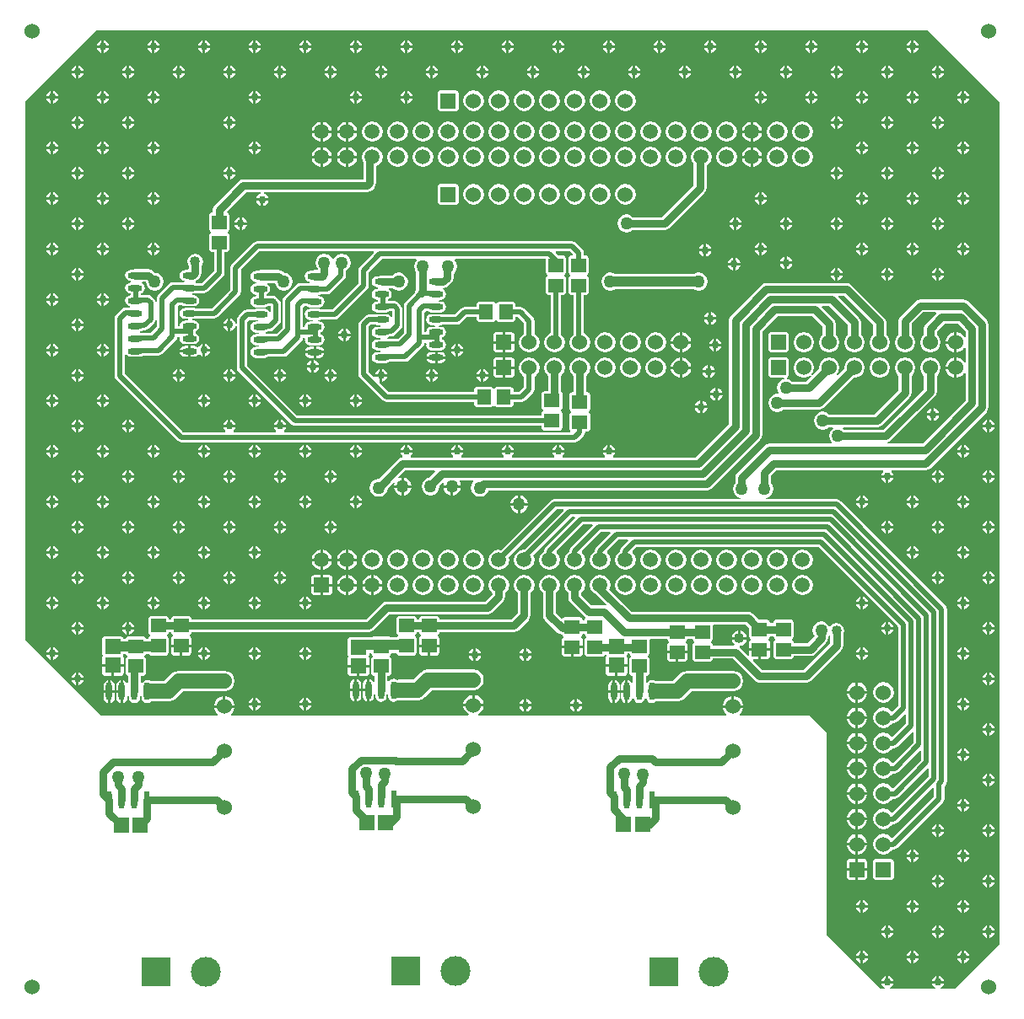
<source format=gbr>
G04 Layer_Physical_Order=2*
G04 Layer_Color=16711680*
%FSLAX26Y26*%
%MOIN*%
%TF.FileFunction,Copper,L2,Bot,Signal*%
%TF.Part,Single*%
G01*
G75*
%TA.AperFunction,SMDPad,CuDef*%
%ADD10R,0.059055X0.055118*%
%ADD11R,0.055118X0.059055*%
%ADD12R,0.062992X0.059055*%
%ADD13R,0.059055X0.062992*%
%TA.AperFunction,Conductor*%
%ADD14C,0.040000*%
%ADD15C,0.020000*%
%ADD16C,0.030000*%
%ADD17C,0.060000*%
%TA.AperFunction,ComponentPad*%
%ADD18C,0.060000*%
%ADD19R,0.060000X0.060000*%
%ADD20R,0.060000X0.060000*%
%ADD21R,0.059055X0.059055*%
%ADD22C,0.059055*%
%ADD23C,0.118110*%
%ADD24R,0.118110X0.118110*%
%TA.AperFunction,WasherPad*%
%ADD25C,0.060000*%
%TA.AperFunction,ViaPad*%
%ADD26C,0.050000*%
%ADD27C,0.040000*%
%ADD28C,0.030000*%
%TA.AperFunction,SMDPad,CuDef*%
%ADD29R,0.023622X0.070866*%
%ADD30O,0.023622X0.070866*%
%ADD31O,0.057087X0.023622*%
G36*
X3540000Y3785000D02*
X3825000Y3500001D01*
X3825000Y170000D01*
X3647500Y-7500D01*
X3592842D01*
X3591325Y-2500D01*
X3598024Y1976D01*
X3603550Y10245D01*
X3604495Y15000D01*
X3555505D01*
X3556450Y10245D01*
X3561976Y1976D01*
X3568675Y-2500D01*
X3567158Y-7500D01*
X3392841Y-7500D01*
X3391325Y-2500D01*
X3398024Y1976D01*
X3403550Y10245D01*
X3404495Y15000D01*
X3355505D01*
X3356450Y10245D01*
X3361976Y1976D01*
X3368675Y-2500D01*
X3367159Y-7500D01*
X3352500D01*
X3140000Y205000D01*
X3140000Y1005000D01*
X3075000Y1075000D01*
X2797345D01*
X2795894Y1079785D01*
X2798838Y1081752D01*
X2807679Y1094983D01*
X2809789Y1105591D01*
X2770000D01*
X2730211D01*
X2732321Y1094983D01*
X2741162Y1081752D01*
X2744106Y1079785D01*
X2742655Y1075000D01*
X1764620D01*
X1763103Y1080000D01*
X1773208Y1086752D01*
X1782049Y1099983D01*
X1784159Y1110591D01*
X1744370D01*
X1704581D01*
X1706691Y1099983D01*
X1715532Y1086752D01*
X1725637Y1080000D01*
X1724120Y1075000D01*
X787345D01*
X785894Y1079785D01*
X788838Y1081752D01*
X797679Y1094983D01*
X799789Y1105591D01*
X760000D01*
X720211D01*
X722321Y1094983D01*
X731162Y1081752D01*
X734106Y1079785D01*
X732655Y1075000D01*
X275000D01*
X-25000Y1375000D01*
X-25000Y3505000D01*
X255000Y3785000D01*
X3540000Y3785000D01*
D02*
G37*
%LPC*%
G36*
X375000Y1844495D02*
X370245Y1843550D01*
X361976Y1838024D01*
X356450Y1829755D01*
X355505Y1825000D01*
X375000D01*
Y1844495D01*
D02*
G37*
G36*
X185000D02*
Y1825000D01*
X204495D01*
X203549Y1829755D01*
X198024Y1838024D01*
X189755Y1843550D01*
X185000Y1844495D01*
D02*
G37*
G36*
X575000D02*
X570245Y1843550D01*
X561976Y1838024D01*
X556451Y1829755D01*
X555505Y1825000D01*
X575000D01*
Y1844495D01*
D02*
G37*
G36*
X385000D02*
Y1825000D01*
X404495D01*
X403550Y1829755D01*
X398024Y1838024D01*
X389755Y1843550D01*
X385000Y1844495D01*
D02*
G37*
G36*
X3775000Y1815000D02*
X3755505D01*
X3756450Y1810245D01*
X3761976Y1801976D01*
X3770245Y1796450D01*
X3775000Y1795505D01*
Y1815000D01*
D02*
G37*
G36*
X3604495D02*
X3585000D01*
Y1795505D01*
X3589755Y1796450D01*
X3598024Y1801976D01*
X3603550Y1810245D01*
X3604495Y1815000D01*
D02*
G37*
G36*
X175000Y1844495D02*
X170245Y1843550D01*
X161976Y1838024D01*
X156451Y1829755D01*
X155505Y1825000D01*
X175000D01*
Y1844495D01*
D02*
G37*
G36*
X3804495Y1815000D02*
X3785000D01*
Y1795505D01*
X3789755Y1796450D01*
X3798024Y1801976D01*
X3803550Y1810245D01*
X3804495Y1815000D01*
D02*
G37*
G36*
X585000Y1844495D02*
Y1825000D01*
X604495D01*
X603549Y1829755D01*
X598024Y1838024D01*
X589755Y1843550D01*
X585000Y1844495D01*
D02*
G37*
G36*
X1185000D02*
Y1825000D01*
X1204495D01*
X1203550Y1829755D01*
X1198024Y1838024D01*
X1189755Y1843550D01*
X1185000Y1844495D01*
D02*
G37*
G36*
X1175000D02*
X1170245Y1843550D01*
X1161976Y1838024D01*
X1156450Y1829755D01*
X1155505Y1825000D01*
X1175000D01*
Y1844495D01*
D02*
G37*
G36*
X3385000D02*
Y1825000D01*
X3404495D01*
X3403550Y1829755D01*
X3398024Y1838024D01*
X3389755Y1843550D01*
X3385000Y1844495D01*
D02*
G37*
G36*
X3375000D02*
X3370245Y1843550D01*
X3361976Y1838024D01*
X3356450Y1829755D01*
X3355505Y1825000D01*
X3375000D01*
Y1844495D01*
D02*
G37*
G36*
X785000D02*
Y1825000D01*
X804495D01*
X803549Y1829755D01*
X798024Y1838024D01*
X789755Y1843550D01*
X785000Y1844495D01*
D02*
G37*
G36*
X775000D02*
X770245Y1843550D01*
X761976Y1838024D01*
X756451Y1829755D01*
X755505Y1825000D01*
X775000D01*
Y1844495D01*
D02*
G37*
G36*
X985000D02*
Y1825000D01*
X1004495D01*
X1003549Y1829755D01*
X998024Y1838024D01*
X989755Y1843550D01*
X985000Y1844495D01*
D02*
G37*
G36*
X975000D02*
X970245Y1843550D01*
X961976Y1838024D01*
X956451Y1829755D01*
X955505Y1825000D01*
X975000D01*
Y1844495D01*
D02*
G37*
G36*
X3575000Y1815000D02*
X3555505D01*
X3556450Y1810245D01*
X3561976Y1801976D01*
X3570245Y1796450D01*
X3575000Y1795505D01*
Y1815000D01*
D02*
G37*
G36*
X375000D02*
X355505D01*
X356450Y1810245D01*
X361976Y1801976D01*
X370245Y1796450D01*
X375000Y1795505D01*
Y1815000D01*
D02*
G37*
G36*
X204495D02*
X185000D01*
Y1795505D01*
X189755Y1796450D01*
X198024Y1801976D01*
X203549Y1810245D01*
X204495Y1815000D01*
D02*
G37*
G36*
X575000D02*
X555505D01*
X556451Y1810245D01*
X561976Y1801976D01*
X570245Y1796450D01*
X575000Y1795505D01*
Y1815000D01*
D02*
G37*
G36*
X404495D02*
X385000D01*
Y1795505D01*
X389755Y1796450D01*
X398024Y1801976D01*
X403550Y1810245D01*
X404495Y1815000D01*
D02*
G37*
G36*
X3675000Y1744495D02*
X3670245Y1743550D01*
X3661976Y1738024D01*
X3656450Y1729755D01*
X3655505Y1725000D01*
X3675000D01*
Y1744495D01*
D02*
G37*
G36*
X3485000D02*
Y1725000D01*
X3504495D01*
X3503550Y1729755D01*
X3498024Y1738024D01*
X3489755Y1743550D01*
X3485000Y1744495D01*
D02*
G37*
G36*
X175000Y1815000D02*
X155505D01*
X156451Y1810245D01*
X161976Y1801976D01*
X170245Y1796450D01*
X175000Y1795505D01*
Y1815000D01*
D02*
G37*
G36*
X3685000Y1744495D02*
Y1725000D01*
X3704495D01*
X3703550Y1729755D01*
X3698024Y1738024D01*
X3689755Y1743550D01*
X3685000Y1744495D01*
D02*
G37*
G36*
X604495Y1815000D02*
X585000D01*
Y1795505D01*
X589755Y1796450D01*
X598024Y1801976D01*
X603549Y1810245D01*
X604495Y1815000D01*
D02*
G37*
G36*
X1204495D02*
X1185000D01*
Y1795505D01*
X1189755Y1796450D01*
X1198024Y1801976D01*
X1203550Y1810245D01*
X1204495Y1815000D01*
D02*
G37*
G36*
X1175000D02*
X1155505D01*
X1156450Y1810245D01*
X1161976Y1801976D01*
X1170245Y1796450D01*
X1175000Y1795505D01*
Y1815000D01*
D02*
G37*
G36*
X3404495D02*
X3385000D01*
Y1795505D01*
X3389755Y1796450D01*
X3398024Y1801976D01*
X3403550Y1810245D01*
X3404495Y1815000D01*
D02*
G37*
G36*
X3375000D02*
X3355505D01*
X3356450Y1810245D01*
X3361976Y1801976D01*
X3370245Y1796450D01*
X3375000Y1795505D01*
Y1815000D01*
D02*
G37*
G36*
X804495D02*
X785000D01*
Y1795505D01*
X789755Y1796450D01*
X798024Y1801976D01*
X803549Y1810245D01*
X804495Y1815000D01*
D02*
G37*
G36*
X775000D02*
X755505D01*
X756451Y1810245D01*
X761976Y1801976D01*
X770245Y1796450D01*
X775000Y1795505D01*
Y1815000D01*
D02*
G37*
G36*
X1004495D02*
X985000D01*
Y1795505D01*
X989755Y1796450D01*
X998024Y1801976D01*
X1003549Y1810245D01*
X1004495Y1815000D01*
D02*
G37*
G36*
X975000D02*
X955505D01*
X956451Y1810245D01*
X961976Y1801976D01*
X970245Y1796450D01*
X975000Y1795505D01*
Y1815000D01*
D02*
G37*
G36*
X3575000Y1844495D02*
X3570245Y1843550D01*
X3561976Y1838024D01*
X3556450Y1829755D01*
X3555505Y1825000D01*
X3575000D01*
Y1844495D01*
D02*
G37*
G36*
X3675000Y1915000D02*
X3655505D01*
X3656450Y1910245D01*
X3661976Y1901976D01*
X3670245Y1896450D01*
X3675000Y1895505D01*
Y1915000D01*
D02*
G37*
G36*
X3504495D02*
X3485000D01*
Y1895505D01*
X3489755Y1896450D01*
X3498024Y1901976D01*
X3503550Y1910245D01*
X3504495Y1915000D01*
D02*
G37*
G36*
X1920000Y1944691D02*
X1911344Y1942969D01*
X1899766Y1935234D01*
X1892031Y1923656D01*
X1890309Y1915000D01*
X1920000D01*
Y1944691D01*
D02*
G37*
G36*
X3704495Y1915000D02*
X3685000D01*
Y1895505D01*
X3689755Y1896450D01*
X3698024Y1901976D01*
X3703550Y1910245D01*
X3704495Y1915000D01*
D02*
G37*
G36*
X3275000D02*
X3255505D01*
X3256450Y1910245D01*
X3261976Y1901976D01*
X3270245Y1896450D01*
X3275000Y1895505D01*
Y1915000D01*
D02*
G37*
G36*
X1304495D02*
X1285000D01*
Y1895505D01*
X1289755Y1896450D01*
X1298024Y1901976D01*
X1303550Y1910245D01*
X1304495Y1915000D01*
D02*
G37*
G36*
X3475000D02*
X3455505D01*
X3456450Y1910245D01*
X3461976Y1901976D01*
X3470245Y1896450D01*
X3475000Y1895505D01*
Y1915000D01*
D02*
G37*
G36*
X3304495D02*
X3285000D01*
Y1895505D01*
X3289755Y1896450D01*
X3298024Y1901976D01*
X3303550Y1910245D01*
X3304495Y1915000D01*
D02*
G37*
G36*
X1930000Y1944691D02*
Y1915000D01*
X1959691D01*
X1957969Y1923656D01*
X1950234Y1935234D01*
X1938656Y1942969D01*
X1930000Y1944691D01*
D02*
G37*
G36*
X485000Y1944495D02*
Y1925000D01*
X504495D01*
X503550Y1929755D01*
X498024Y1938024D01*
X489755Y1943550D01*
X485000Y1944495D01*
D02*
G37*
G36*
X475000D02*
X470245Y1943550D01*
X461976Y1938024D01*
X456450Y1929755D01*
X455505Y1925000D01*
X475000D01*
Y1944495D01*
D02*
G37*
G36*
X685000D02*
Y1925000D01*
X704495D01*
X703549Y1929755D01*
X698024Y1938024D01*
X689755Y1943550D01*
X685000Y1944495D01*
D02*
G37*
G36*
X675000D02*
X670245Y1943550D01*
X661976Y1938024D01*
X656451Y1929755D01*
X655505Y1925000D01*
X675000D01*
Y1944495D01*
D02*
G37*
G36*
X85000D02*
Y1925000D01*
X104495D01*
X103549Y1929755D01*
X98024Y1938024D01*
X89754Y1943550D01*
X85000Y1944495D01*
D02*
G37*
G36*
X75000D02*
X70246Y1943550D01*
X61976Y1938024D01*
X56450Y1929755D01*
X55505Y1925000D01*
X75000D01*
Y1944495D01*
D02*
G37*
G36*
X285000D02*
Y1925000D01*
X304495D01*
X303550Y1929755D01*
X298024Y1938024D01*
X289755Y1943550D01*
X285000Y1944495D01*
D02*
G37*
G36*
X275000D02*
X270245Y1943550D01*
X261976Y1938024D01*
X256450Y1929755D01*
X255505Y1925000D01*
X275000D01*
Y1944495D01*
D02*
G37*
G36*
X1275000Y1915000D02*
X1255505D01*
X1256450Y1910245D01*
X1261976Y1901976D01*
X1270245Y1896450D01*
X1275000Y1895505D01*
Y1915000D01*
D02*
G37*
G36*
X75000D02*
X55505D01*
X56450Y1910245D01*
X61976Y1901976D01*
X70246Y1896450D01*
X75000Y1895505D01*
Y1915000D01*
D02*
G37*
G36*
X1959691Y1905000D02*
X1930000D01*
Y1875309D01*
X1938656Y1877031D01*
X1950234Y1884766D01*
X1957969Y1896344D01*
X1959691Y1905000D01*
D02*
G37*
G36*
X275000Y1915000D02*
X255505D01*
X256450Y1910245D01*
X261976Y1901976D01*
X270245Y1896450D01*
X275000Y1895505D01*
Y1915000D01*
D02*
G37*
G36*
X104495D02*
X85000D01*
Y1895505D01*
X89754Y1896450D01*
X98024Y1901976D01*
X103549Y1910245D01*
X104495Y1915000D01*
D02*
G37*
G36*
X3775000Y1844495D02*
X3770245Y1843550D01*
X3761976Y1838024D01*
X3756450Y1829755D01*
X3755505Y1825000D01*
X3775000D01*
Y1844495D01*
D02*
G37*
G36*
X3585000D02*
Y1825000D01*
X3604495D01*
X3603550Y1829755D01*
X3598024Y1838024D01*
X3589755Y1843550D01*
X3585000Y1844495D01*
D02*
G37*
G36*
X1920000Y1905000D02*
X1890309D01*
X1892031Y1896344D01*
X1899766Y1884766D01*
X1911344Y1877031D01*
X1920000Y1875309D01*
Y1905000D01*
D02*
G37*
G36*
X3785000Y1844495D02*
Y1825000D01*
X3804495D01*
X3803550Y1829755D01*
X3798024Y1838024D01*
X3789755Y1843550D01*
X3785000Y1844495D01*
D02*
G37*
G36*
X304495Y1915000D02*
X285000D01*
Y1895505D01*
X289755Y1896450D01*
X298024Y1901976D01*
X303550Y1910245D01*
X304495Y1915000D01*
D02*
G37*
G36*
X904495D02*
X885000D01*
Y1895505D01*
X889755Y1896450D01*
X898024Y1901976D01*
X903549Y1910245D01*
X904495Y1915000D01*
D02*
G37*
G36*
X875000D02*
X855505D01*
X856451Y1910245D01*
X861976Y1901976D01*
X870245Y1896450D01*
X875000Y1895505D01*
Y1915000D01*
D02*
G37*
G36*
X1104495D02*
X1085000D01*
Y1895505D01*
X1089755Y1896450D01*
X1098024Y1901976D01*
X1103550Y1910245D01*
X1104495Y1915000D01*
D02*
G37*
G36*
X1075000D02*
X1055505D01*
X1056450Y1910245D01*
X1061976Y1901976D01*
X1070245Y1896450D01*
X1075000Y1895505D01*
Y1915000D01*
D02*
G37*
G36*
X504495D02*
X485000D01*
Y1895505D01*
X489755Y1896450D01*
X498024Y1901976D01*
X503550Y1910245D01*
X504495Y1915000D01*
D02*
G37*
G36*
X475000D02*
X455505D01*
X456450Y1910245D01*
X461976Y1901976D01*
X470245Y1896450D01*
X475000Y1895505D01*
Y1915000D01*
D02*
G37*
G36*
X704495D02*
X685000D01*
Y1895505D01*
X689755Y1896450D01*
X698024Y1901976D01*
X703549Y1910245D01*
X704495Y1915000D01*
D02*
G37*
G36*
X675000D02*
X655505D01*
X656451Y1910245D01*
X661976Y1901976D01*
X670245Y1896450D01*
X675000Y1895505D01*
Y1915000D01*
D02*
G37*
G36*
X3475000Y1744495D02*
X3470245Y1743550D01*
X3461976Y1738024D01*
X3456450Y1729755D01*
X3455505Y1725000D01*
X3475000D01*
Y1744495D01*
D02*
G37*
G36*
X3575000Y1644495D02*
X3570245Y1643550D01*
X3561976Y1638024D01*
X3556450Y1629755D01*
X3555505Y1625000D01*
X3575000D01*
Y1644495D01*
D02*
G37*
G36*
X985000D02*
Y1625000D01*
X1004495D01*
X1003549Y1629755D01*
X998024Y1638024D01*
X989755Y1643550D01*
X985000Y1644495D01*
D02*
G37*
G36*
X3775000D02*
X3770245Y1643550D01*
X3761976Y1638024D01*
X3756450Y1629755D01*
X3755505Y1625000D01*
X3775000D01*
Y1644495D01*
D02*
G37*
G36*
X3585000D02*
Y1625000D01*
X3604495D01*
X3603550Y1629755D01*
X3598024Y1638024D01*
X3589755Y1643550D01*
X3585000Y1644495D01*
D02*
G37*
G36*
X775000D02*
X770245Y1643550D01*
X761976Y1638024D01*
X756451Y1629755D01*
X755505Y1625000D01*
X775000D01*
Y1644495D01*
D02*
G37*
G36*
X585000D02*
Y1625000D01*
X604495D01*
X603549Y1629755D01*
X598024Y1638024D01*
X589755Y1643550D01*
X585000Y1644495D01*
D02*
G37*
G36*
X975000D02*
X970245Y1643550D01*
X961976Y1638024D01*
X956451Y1629755D01*
X955505Y1625000D01*
X975000D01*
Y1644495D01*
D02*
G37*
G36*
X785000D02*
Y1625000D01*
X804495D01*
X803549Y1629755D01*
X798024Y1638024D01*
X789755Y1643550D01*
X785000Y1644495D01*
D02*
G37*
G36*
X3785000D02*
Y1625000D01*
X3804495D01*
X3803550Y1629755D01*
X3798024Y1638024D01*
X3789755Y1643550D01*
X3785000Y1644495D01*
D02*
G37*
G36*
X2445000Y1730302D02*
X2429577Y1727234D01*
X2416502Y1718498D01*
X2407766Y1705423D01*
X2404698Y1690000D01*
X2407766Y1674577D01*
X2416502Y1661502D01*
X2429577Y1652766D01*
X2445000Y1649698D01*
X2460423Y1652766D01*
X2473498Y1661502D01*
X2482234Y1674577D01*
X2485302Y1690000D01*
X2482234Y1705423D01*
X2473498Y1718498D01*
X2460423Y1727234D01*
X2445000Y1730302D01*
D02*
G37*
G36*
X1745000D02*
X1729577Y1727234D01*
X1716502Y1718498D01*
X1707766Y1705423D01*
X1704698Y1690000D01*
X1707766Y1674577D01*
X1716502Y1661502D01*
X1729577Y1652766D01*
X1745000Y1649698D01*
X1760423Y1652766D01*
X1773498Y1661502D01*
X1782234Y1674577D01*
X1785302Y1690000D01*
X1782234Y1705423D01*
X1773498Y1718498D01*
X1760423Y1727234D01*
X1745000Y1730302D01*
D02*
G37*
G36*
X2645000D02*
X2629577Y1727234D01*
X2616502Y1718498D01*
X2607766Y1705423D01*
X2604698Y1690000D01*
X2607766Y1674577D01*
X2616502Y1661502D01*
X2629577Y1652766D01*
X2645000Y1649698D01*
X2660423Y1652766D01*
X2673498Y1661502D01*
X2682234Y1674577D01*
X2685302Y1690000D01*
X2682234Y1705423D01*
X2673498Y1718498D01*
X2660423Y1727234D01*
X2645000Y1730302D01*
D02*
G37*
G36*
X2545000D02*
X2529577Y1727234D01*
X2516502Y1718498D01*
X2507766Y1705423D01*
X2504698Y1690000D01*
X2507766Y1674577D01*
X2516502Y1661502D01*
X2529577Y1652766D01*
X2545000Y1649698D01*
X2560423Y1652766D01*
X2573498Y1661502D01*
X2582234Y1674577D01*
X2585302Y1690000D01*
X2582234Y1705423D01*
X2573498Y1718498D01*
X2560423Y1727234D01*
X2545000Y1730302D01*
D02*
G37*
G36*
X1445000D02*
X1429577Y1727234D01*
X1416502Y1718498D01*
X1407766Y1705423D01*
X1404698Y1690000D01*
X1407766Y1674577D01*
X1416502Y1661502D01*
X1429577Y1652766D01*
X1445000Y1649698D01*
X1460423Y1652766D01*
X1473498Y1661502D01*
X1482234Y1674577D01*
X1485302Y1690000D01*
X1482234Y1705423D01*
X1473498Y1718498D01*
X1460423Y1727234D01*
X1445000Y1730302D01*
D02*
G37*
G36*
X1345000D02*
X1329577Y1727234D01*
X1316502Y1718498D01*
X1307766Y1705423D01*
X1304698Y1690000D01*
X1307766Y1674577D01*
X1316502Y1661502D01*
X1329577Y1652766D01*
X1345000Y1649698D01*
X1360423Y1652766D01*
X1373498Y1661502D01*
X1382234Y1674577D01*
X1385302Y1690000D01*
X1382234Y1705423D01*
X1373498Y1718498D01*
X1360423Y1727234D01*
X1345000Y1730302D01*
D02*
G37*
G36*
X1645000D02*
X1629577Y1727234D01*
X1616502Y1718498D01*
X1607766Y1705423D01*
X1604698Y1690000D01*
X1607766Y1674577D01*
X1616502Y1661502D01*
X1629577Y1652766D01*
X1645000Y1649698D01*
X1660423Y1652766D01*
X1673498Y1661502D01*
X1682234Y1674577D01*
X1685302Y1690000D01*
X1682234Y1705423D01*
X1673498Y1718498D01*
X1660423Y1727234D01*
X1645000Y1730302D01*
D02*
G37*
G36*
X1545000D02*
X1529577Y1727234D01*
X1516502Y1718498D01*
X1507766Y1705423D01*
X1504698Y1690000D01*
X1507766Y1674577D01*
X1516502Y1661502D01*
X1529577Y1652766D01*
X1545000Y1649698D01*
X1560423Y1652766D01*
X1573498Y1661502D01*
X1582234Y1674577D01*
X1585302Y1690000D01*
X1582234Y1705423D01*
X1573498Y1718498D01*
X1560423Y1727234D01*
X1545000Y1730302D01*
D02*
G37*
G36*
X575000Y1644495D02*
X570245Y1643550D01*
X561976Y1638024D01*
X556451Y1629755D01*
X555505Y1625000D01*
X575000D01*
Y1644495D01*
D02*
G37*
G36*
X775000Y1615000D02*
X755505D01*
X756451Y1610245D01*
X761976Y1601976D01*
X770245Y1596450D01*
X775000Y1595505D01*
Y1615000D01*
D02*
G37*
G36*
X604495D02*
X585000D01*
Y1595505D01*
X589755Y1596450D01*
X598024Y1601976D01*
X603549Y1610245D01*
X604495Y1615000D01*
D02*
G37*
G36*
X975000D02*
X955505D01*
X956451Y1610245D01*
X961976Y1601976D01*
X970245Y1596450D01*
X975000Y1595505D01*
Y1615000D01*
D02*
G37*
G36*
X804495D02*
X785000D01*
Y1595505D01*
X789755Y1596450D01*
X798024Y1601976D01*
X803549Y1610245D01*
X804495Y1615000D01*
D02*
G37*
G36*
X375000D02*
X355505D01*
X356450Y1610245D01*
X361976Y1601976D01*
X370245Y1596450D01*
X375000Y1595505D01*
Y1615000D01*
D02*
G37*
G36*
X204495D02*
X185000D01*
Y1595505D01*
X189755Y1596450D01*
X198024Y1601976D01*
X203549Y1610245D01*
X204495Y1615000D01*
D02*
G37*
G36*
X575000D02*
X555505D01*
X556451Y1610245D01*
X561976Y1601976D01*
X570245Y1596450D01*
X575000Y1595505D01*
Y1615000D01*
D02*
G37*
G36*
X404495D02*
X385000D01*
Y1595505D01*
X389755Y1596450D01*
X398024Y1601976D01*
X403550Y1610245D01*
X404495Y1615000D01*
D02*
G37*
G36*
X1004495D02*
X985000D01*
Y1595505D01*
X989755Y1596450D01*
X998024Y1601976D01*
X1003549Y1610245D01*
X1004495Y1615000D01*
D02*
G37*
G36*
X185000Y1644495D02*
Y1625000D01*
X204495D01*
X203549Y1629755D01*
X198024Y1638024D01*
X189755Y1643550D01*
X185000Y1644495D01*
D02*
G37*
G36*
X175000D02*
X170245Y1643550D01*
X161976Y1638024D01*
X156451Y1629755D01*
X155505Y1625000D01*
X175000D01*
Y1644495D01*
D02*
G37*
G36*
X385000D02*
Y1625000D01*
X404495D01*
X403550Y1629755D01*
X398024Y1638024D01*
X389755Y1643550D01*
X385000Y1644495D01*
D02*
G37*
G36*
X375000D02*
X370245Y1643550D01*
X361976Y1638024D01*
X356450Y1629755D01*
X355505Y1625000D01*
X375000D01*
Y1644495D01*
D02*
G37*
G36*
X3604495Y1615000D02*
X3585000D01*
Y1595505D01*
X3589755Y1596450D01*
X3598024Y1601976D01*
X3603550Y1610245D01*
X3604495Y1615000D01*
D02*
G37*
G36*
X3575000D02*
X3555505D01*
X3556450Y1610245D01*
X3561976Y1601976D01*
X3570245Y1596450D01*
X3575000Y1595505D01*
Y1615000D01*
D02*
G37*
G36*
X3804495D02*
X3785000D01*
Y1595505D01*
X3789755Y1596450D01*
X3798024Y1601976D01*
X3803550Y1610245D01*
X3804495Y1615000D01*
D02*
G37*
G36*
X3775000D02*
X3755505D01*
X3756450Y1610245D01*
X3761976Y1601976D01*
X3770245Y1596450D01*
X3775000Y1595505D01*
Y1615000D01*
D02*
G37*
G36*
X2745000Y1730302D02*
X2729577Y1727234D01*
X2716502Y1718498D01*
X2707766Y1705423D01*
X2704698Y1690000D01*
X2707766Y1674577D01*
X2716502Y1661502D01*
X2729577Y1652766D01*
X2745000Y1649698D01*
X2760423Y1652766D01*
X2773498Y1661502D01*
X2782234Y1674577D01*
X2785302Y1690000D01*
X2782234Y1705423D01*
X2773498Y1718498D01*
X2760423Y1727234D01*
X2745000Y1730302D01*
D02*
G37*
G36*
X3675000Y1715000D02*
X3655505D01*
X3656450Y1710245D01*
X3661976Y1701976D01*
X3670245Y1696450D01*
X3675000Y1695505D01*
Y1715000D01*
D02*
G37*
G36*
X3504495D02*
X3485000D01*
Y1695505D01*
X3489755Y1696450D01*
X3498024Y1701976D01*
X3503550Y1710245D01*
X3504495Y1715000D01*
D02*
G37*
G36*
X75000Y1744495D02*
X70246Y1743550D01*
X61976Y1738024D01*
X56450Y1729755D01*
X55505Y1725000D01*
X75000D01*
Y1744495D01*
D02*
G37*
G36*
X3704495Y1715000D02*
X3685000D01*
Y1695505D01*
X3689755Y1696450D01*
X3698024Y1701976D01*
X3703550Y1710245D01*
X3704495Y1715000D01*
D02*
G37*
G36*
X875000D02*
X855505D01*
X856451Y1710245D01*
X861976Y1701976D01*
X870245Y1696450D01*
X875000Y1695505D01*
Y1715000D01*
D02*
G37*
G36*
X704495D02*
X685000D01*
Y1695505D01*
X689755Y1696450D01*
X698024Y1701976D01*
X703549Y1710245D01*
X704495Y1715000D01*
D02*
G37*
G36*
X3475000D02*
X3455505D01*
X3456450Y1710245D01*
X3461976Y1701976D01*
X3470245Y1696450D01*
X3475000Y1695505D01*
Y1715000D01*
D02*
G37*
G36*
X904495D02*
X885000D01*
Y1695505D01*
X889755Y1696450D01*
X898024Y1701976D01*
X903549Y1710245D01*
X904495Y1715000D01*
D02*
G37*
G36*
X85000Y1744495D02*
Y1725000D01*
X104495D01*
X103549Y1729755D01*
X98024Y1738024D01*
X89754Y1743550D01*
X85000Y1744495D01*
D02*
G37*
G36*
X685000D02*
Y1725000D01*
X704495D01*
X703549Y1729755D01*
X698024Y1738024D01*
X689755Y1743550D01*
X685000Y1744495D01*
D02*
G37*
G36*
X675000D02*
X670245Y1743550D01*
X661976Y1738024D01*
X656451Y1729755D01*
X655505Y1725000D01*
X675000D01*
Y1744495D01*
D02*
G37*
G36*
X885000D02*
Y1725000D01*
X904495D01*
X903549Y1729755D01*
X898024Y1738024D01*
X889755Y1743550D01*
X885000Y1744495D01*
D02*
G37*
G36*
X875000D02*
X870245Y1743550D01*
X861976Y1738024D01*
X856451Y1729755D01*
X855505Y1725000D01*
X875000D01*
Y1744495D01*
D02*
G37*
G36*
X285000D02*
Y1725000D01*
X304495D01*
X303550Y1729755D01*
X298024Y1738024D01*
X289755Y1743550D01*
X285000Y1744495D01*
D02*
G37*
G36*
X275000D02*
X270245Y1743550D01*
X261976Y1738024D01*
X256450Y1729755D01*
X255505Y1725000D01*
X275000D01*
Y1744495D01*
D02*
G37*
G36*
X485000D02*
Y1725000D01*
X504495D01*
X503550Y1729755D01*
X498024Y1738024D01*
X489755Y1743550D01*
X485000Y1744495D01*
D02*
G37*
G36*
X475000D02*
X470245Y1743550D01*
X461976Y1738024D01*
X456450Y1729755D01*
X455505Y1725000D01*
X475000D01*
Y1744495D01*
D02*
G37*
G36*
X675000Y1715000D02*
X655505D01*
X656451Y1710245D01*
X661976Y1701976D01*
X670245Y1696450D01*
X675000Y1695505D01*
Y1715000D01*
D02*
G37*
G36*
X1140000Y1685000D02*
X1105693D01*
X1107766Y1674577D01*
X1116502Y1661502D01*
X1129577Y1652766D01*
X1140000Y1650693D01*
Y1685000D01*
D02*
G37*
G36*
X1284307D02*
X1250000D01*
Y1650693D01*
X1260423Y1652766D01*
X1273498Y1661502D01*
X1282234Y1674577D01*
X1284307Y1685000D01*
D02*
G37*
G36*
X1140000Y1729307D02*
X1129577Y1727234D01*
X1116502Y1718498D01*
X1107766Y1705423D01*
X1105693Y1695000D01*
X1140000D01*
Y1729307D01*
D02*
G37*
G36*
X1240000Y1685000D02*
X1205693D01*
X1207766Y1674577D01*
X1216502Y1661502D01*
X1229577Y1652766D01*
X1240000Y1650693D01*
Y1685000D01*
D02*
G37*
G36*
X2945000Y1730302D02*
X2929577Y1727234D01*
X2916502Y1718498D01*
X2907766Y1705423D01*
X2904698Y1690000D01*
X2907766Y1674577D01*
X2916502Y1661502D01*
X2929577Y1652766D01*
X2945000Y1649698D01*
X2960423Y1652766D01*
X2973498Y1661502D01*
X2982234Y1674577D01*
X2985302Y1690000D01*
X2982234Y1705423D01*
X2973498Y1718498D01*
X2960423Y1727234D01*
X2945000Y1730302D01*
D02*
G37*
G36*
X2845000D02*
X2829577Y1727234D01*
X2816502Y1718498D01*
X2807766Y1705423D01*
X2804698Y1690000D01*
X2807766Y1674577D01*
X2816502Y1661502D01*
X2829577Y1652766D01*
X2845000Y1649698D01*
X2860423Y1652766D01*
X2873498Y1661502D01*
X2882234Y1674577D01*
X2885302Y1690000D01*
X2882234Y1705423D01*
X2873498Y1718498D01*
X2860423Y1727234D01*
X2845000Y1730302D01*
D02*
G37*
G36*
X1184307Y1685000D02*
X1150000D01*
Y1650693D01*
X1160423Y1652766D01*
X1173498Y1661502D01*
X1182234Y1674577D01*
X1184307Y1685000D01*
D02*
G37*
G36*
X3045000Y1730302D02*
X3029577Y1727234D01*
X3016502Y1718498D01*
X3007766Y1705423D01*
X3004698Y1690000D01*
X3007766Y1674577D01*
X3016502Y1661502D01*
X3029577Y1652766D01*
X3045000Y1649698D01*
X3060423Y1652766D01*
X3073498Y1661502D01*
X3082234Y1674577D01*
X3085302Y1690000D01*
X3082234Y1705423D01*
X3073498Y1718498D01*
X3060423Y1727234D01*
X3045000Y1730302D01*
D02*
G37*
G36*
X1240000Y1729307D02*
X1229577Y1727234D01*
X1216502Y1718498D01*
X1207766Y1705423D01*
X1205693Y1695000D01*
X1240000D01*
Y1729307D01*
D02*
G37*
G36*
X304495Y1715000D02*
X285000D01*
Y1695505D01*
X289755Y1696450D01*
X298024Y1701976D01*
X303550Y1710245D01*
X304495Y1715000D01*
D02*
G37*
G36*
X275000D02*
X255505D01*
X256450Y1710245D01*
X261976Y1701976D01*
X270245Y1696450D01*
X275000Y1695505D01*
Y1715000D01*
D02*
G37*
G36*
X504495D02*
X485000D01*
Y1695505D01*
X489755Y1696450D01*
X498024Y1701976D01*
X503550Y1710245D01*
X504495Y1715000D01*
D02*
G37*
G36*
X475000D02*
X455505D01*
X456450Y1710245D01*
X461976Y1701976D01*
X470245Y1696450D01*
X475000Y1695505D01*
Y1715000D01*
D02*
G37*
G36*
X1250000Y1729307D02*
Y1695000D01*
X1284307D01*
X1282234Y1705423D01*
X1273498Y1718498D01*
X1260423Y1727234D01*
X1250000Y1729307D01*
D02*
G37*
G36*
X1150000D02*
Y1695000D01*
X1184307D01*
X1182234Y1705423D01*
X1173498Y1718498D01*
X1160423Y1727234D01*
X1150000Y1729307D01*
D02*
G37*
G36*
X104495Y1715000D02*
X85000D01*
Y1695505D01*
X89754Y1696450D01*
X98024Y1701976D01*
X103549Y1710245D01*
X104495Y1715000D01*
D02*
G37*
G36*
X75000D02*
X55505D01*
X56450Y1710245D01*
X61976Y1701976D01*
X70246Y1696450D01*
X75000Y1695505D01*
Y1715000D01*
D02*
G37*
G36*
X875000Y1944495D02*
X870245Y1943550D01*
X861976Y1938024D01*
X856451Y1929755D01*
X855505Y1925000D01*
X875000D01*
Y1944495D01*
D02*
G37*
G36*
X404495Y2215000D02*
X385000D01*
Y2195505D01*
X389755Y2196450D01*
X398024Y2201976D01*
X403550Y2210245D01*
X404495Y2215000D01*
D02*
G37*
G36*
X375000D02*
X355505D01*
X356450Y2210245D01*
X361976Y2201976D01*
X370245Y2196450D01*
X375000Y2195505D01*
Y2215000D01*
D02*
G37*
G36*
X3804495D02*
X3785000D01*
Y2195505D01*
X3789755Y2196450D01*
X3798024Y2201976D01*
X3803550Y2210245D01*
X3804495Y2215000D01*
D02*
G37*
G36*
X3775000D02*
X3755505D01*
X3756450Y2210245D01*
X3761976Y2201976D01*
X3770245Y2196450D01*
X3775000Y2195505D01*
Y2215000D01*
D02*
G37*
G36*
X3685000Y2144495D02*
Y2125000D01*
X3704495D01*
X3703550Y2129755D01*
X3698024Y2138024D01*
X3689755Y2143550D01*
X3685000Y2144495D01*
D02*
G37*
G36*
X3675000D02*
X3670245Y2143550D01*
X3661976Y2138024D01*
X3656450Y2129755D01*
X3655505Y2125000D01*
X3675000D01*
Y2144495D01*
D02*
G37*
G36*
X204495Y2215000D02*
X185000D01*
Y2195505D01*
X189755Y2196450D01*
X198024Y2201976D01*
X203549Y2210245D01*
X204495Y2215000D01*
D02*
G37*
G36*
X175000D02*
X155505D01*
X156451Y2210245D01*
X161976Y2201976D01*
X170245Y2196450D01*
X175000Y2195505D01*
Y2215000D01*
D02*
G37*
G36*
Y2244495D02*
X170245Y2243550D01*
X161976Y2238024D01*
X156451Y2229755D01*
X155505Y2225000D01*
X175000D01*
Y2244495D01*
D02*
G37*
G36*
X975000D02*
X970245Y2243550D01*
X961976Y2238024D01*
X956451Y2229755D01*
X955505Y2225000D01*
X975000D01*
Y2244495D01*
D02*
G37*
G36*
X785000D02*
Y2225000D01*
X804495D01*
X803549Y2229755D01*
X798024Y2238024D01*
X789755Y2243550D01*
X785000Y2244495D01*
D02*
G37*
G36*
X3775000D02*
X3770245Y2243550D01*
X3761976Y2238024D01*
X3756450Y2229755D01*
X3755505Y2225000D01*
X3775000D01*
Y2244495D01*
D02*
G37*
G36*
X985000D02*
Y2225000D01*
X1004495D01*
X1003549Y2229755D01*
X998024Y2238024D01*
X989755Y2243550D01*
X985000Y2244495D01*
D02*
G37*
G36*
X375000D02*
X370245Y2243550D01*
X361976Y2238024D01*
X356450Y2229755D01*
X355505Y2225000D01*
X375000D01*
Y2244495D01*
D02*
G37*
G36*
X185000D02*
Y2225000D01*
X204495D01*
X203549Y2229755D01*
X198024Y2238024D01*
X189755Y2243550D01*
X185000Y2244495D01*
D02*
G37*
G36*
X775000D02*
X770245Y2243550D01*
X761976Y2238024D01*
X756451Y2229755D01*
X755505Y2225000D01*
X775000D01*
Y2244495D01*
D02*
G37*
G36*
X385000D02*
Y2225000D01*
X404495D01*
X403550Y2229755D01*
X398024Y2238024D01*
X389755Y2243550D01*
X385000Y2244495D01*
D02*
G37*
G36*
X2285000Y2144495D02*
Y2125000D01*
X2304495D01*
X2303550Y2129755D01*
X2298024Y2138024D01*
X2289755Y2143550D01*
X2285000Y2144495D01*
D02*
G37*
G36*
X1085000D02*
Y2125000D01*
X1104495D01*
X1103550Y2129755D01*
X1098024Y2138024D01*
X1089755Y2143550D01*
X1085000Y2144495D01*
D02*
G37*
G36*
X1075000D02*
X1070245Y2143550D01*
X1061976Y2138024D01*
X1056450Y2129755D01*
X1055505Y2125000D01*
X1075000D01*
Y2144495D01*
D02*
G37*
G36*
X1285000D02*
Y2125000D01*
X1304495D01*
X1303550Y2129755D01*
X1298024Y2138024D01*
X1289755Y2143550D01*
X1285000Y2144495D01*
D02*
G37*
G36*
X1275000D02*
X1270245Y2143550D01*
X1261976Y2138024D01*
X1256450Y2129755D01*
X1255505Y2125000D01*
X1275000D01*
Y2144495D01*
D02*
G37*
G36*
X685000D02*
Y2125000D01*
X704495D01*
X703549Y2129755D01*
X698024Y2138024D01*
X689755Y2143550D01*
X685000Y2144495D01*
D02*
G37*
G36*
X675000D02*
X670245Y2143550D01*
X661976Y2138024D01*
X656451Y2129755D01*
X655505Y2125000D01*
X675000D01*
Y2144495D01*
D02*
G37*
G36*
X885000D02*
Y2125000D01*
X904495D01*
X903549Y2129755D01*
X898024Y2138024D01*
X889755Y2143550D01*
X885000Y2144495D01*
D02*
G37*
G36*
X875000D02*
X870245Y2143550D01*
X861976Y2138024D01*
X856451Y2129755D01*
X855505Y2125000D01*
X875000D01*
Y2144495D01*
D02*
G37*
G36*
X1475000D02*
X1470245Y2143550D01*
X1461976Y2138024D01*
X1456450Y2129755D01*
X1455505Y2125000D01*
X1475000D01*
Y2144495D01*
D02*
G37*
G36*
X2075000D02*
X2070245Y2143550D01*
X2061976Y2138024D01*
X2056450Y2129755D01*
X2055505Y2125000D01*
X2075000D01*
Y2144495D01*
D02*
G37*
G36*
X1885000D02*
Y2125000D01*
X1904495D01*
X1903550Y2129755D01*
X1898024Y2138024D01*
X1889755Y2143550D01*
X1885000Y2144495D01*
D02*
G37*
G36*
X2275000D02*
X2270245Y2143550D01*
X2261976Y2138024D01*
X2256450Y2129755D01*
X2255505Y2125000D01*
X2275000D01*
Y2144495D01*
D02*
G37*
G36*
X2085000D02*
Y2125000D01*
X2104495D01*
X2103550Y2129755D01*
X2098024Y2138024D01*
X2089755Y2143550D01*
X2085000Y2144495D01*
D02*
G37*
G36*
X1675000D02*
X1670245Y2143550D01*
X1661976Y2138024D01*
X1656450Y2129755D01*
X1655505Y2125000D01*
X1675000D01*
Y2144495D01*
D02*
G37*
G36*
X1485000D02*
Y2125000D01*
X1504495D01*
X1503550Y2129755D01*
X1498024Y2138024D01*
X1489755Y2143550D01*
X1485000Y2144495D01*
D02*
G37*
G36*
X1875000D02*
X1870245Y2143550D01*
X1861976Y2138024D01*
X1856450Y2129755D01*
X1855505Y2125000D01*
X1875000D01*
Y2144495D01*
D02*
G37*
G36*
X1685000D02*
Y2125000D01*
X1704495D01*
X1703550Y2129755D01*
X1698024Y2138024D01*
X1689755Y2143550D01*
X1685000Y2144495D01*
D02*
G37*
G36*
X3785000Y2244495D02*
Y2225000D01*
X3804495D01*
X3803550Y2229755D01*
X3798024Y2238024D01*
X3789755Y2243550D01*
X3785000Y2244495D01*
D02*
G37*
G36*
X85000Y2344495D02*
Y2325000D01*
X104495D01*
X103549Y2329755D01*
X98024Y2338024D01*
X89754Y2343550D01*
X85000Y2344495D01*
D02*
G37*
G36*
X75000D02*
X70246Y2343550D01*
X61976Y2338024D01*
X56450Y2329755D01*
X55505Y2325000D01*
X75000D01*
Y2344495D01*
D02*
G37*
G36*
X285000D02*
Y2325000D01*
X304495D01*
X303550Y2329755D01*
X298024Y2338024D01*
X289755Y2343550D01*
X285000Y2344495D01*
D02*
G37*
G36*
X275000D02*
X270245Y2343550D01*
X261976Y2338024D01*
X256450Y2329755D01*
X255505Y2325000D01*
X275000D01*
Y2344495D01*
D02*
G37*
G36*
X2650000Y2319495D02*
Y2300000D01*
X2669495D01*
X2668550Y2304755D01*
X2663024Y2313024D01*
X2654755Y2318550D01*
X2650000Y2319495D01*
D02*
G37*
G36*
X2640000D02*
X2635245Y2318550D01*
X2626976Y2313024D01*
X2621450Y2304755D01*
X2620505Y2300000D01*
X2640000D01*
Y2319495D01*
D02*
G37*
G36*
X2729495Y2340000D02*
X2710000D01*
Y2320505D01*
X2714755Y2321450D01*
X2723024Y2326976D01*
X2728550Y2335245D01*
X2729495Y2340000D01*
D02*
G37*
G36*
X2700000D02*
X2680505D01*
X2681450Y2335245D01*
X2686976Y2326976D01*
X2695245Y2321450D01*
X2700000Y2320505D01*
Y2340000D01*
D02*
G37*
G36*
X675000Y2344495D02*
X670245Y2343550D01*
X661976Y2338024D01*
X656451Y2329755D01*
X655505Y2325000D01*
X675000D01*
Y2344495D01*
D02*
G37*
G36*
X1275000D02*
X1270245Y2343550D01*
X1261976Y2338024D01*
X1256450Y2329755D01*
X1255505Y2325000D01*
X1275000D01*
Y2344495D01*
D02*
G37*
G36*
X1085000D02*
Y2325000D01*
X1104495D01*
X1103550Y2329755D01*
X1098024Y2338024D01*
X1089755Y2343550D01*
X1085000Y2344495D01*
D02*
G37*
G36*
X2700000Y2369495D02*
X2695245Y2368550D01*
X2686976Y2363024D01*
X2681450Y2354755D01*
X2680505Y2350000D01*
X2700000D01*
Y2369495D01*
D02*
G37*
G36*
X1285000Y2344495D02*
Y2325000D01*
X1304495D01*
X1303550Y2329755D01*
X1298024Y2338024D01*
X1289755Y2343550D01*
X1285000Y2344495D01*
D02*
G37*
G36*
X875000D02*
X870245Y2343550D01*
X861976Y2338024D01*
X856451Y2329755D01*
X855505Y2325000D01*
X875000D01*
Y2344495D01*
D02*
G37*
G36*
X685000D02*
Y2325000D01*
X704495D01*
X703549Y2329755D01*
X698024Y2338024D01*
X689755Y2343550D01*
X685000Y2344495D01*
D02*
G37*
G36*
X1075000D02*
X1070245Y2343550D01*
X1061976Y2338024D01*
X1056450Y2329755D01*
X1055505Y2325000D01*
X1075000D01*
Y2344495D01*
D02*
G37*
G36*
X885000D02*
Y2325000D01*
X904495D01*
X903549Y2329755D01*
X898024Y2338024D01*
X889755Y2343550D01*
X885000Y2344495D01*
D02*
G37*
G36*
X1304495Y2315000D02*
X1285000D01*
Y2295505D01*
X1289755Y2296450D01*
X1298024Y2301976D01*
X1303550Y2310245D01*
X1304495Y2315000D01*
D02*
G37*
G36*
X2669495Y2290000D02*
X2650000D01*
Y2270505D01*
X2654755Y2271450D01*
X2663024Y2276976D01*
X2668550Y2285245D01*
X2669495Y2290000D01*
D02*
G37*
G36*
X2640000D02*
X2620505D01*
X2621450Y2285245D01*
X2626976Y2276976D01*
X2635245Y2271450D01*
X2640000Y2270505D01*
Y2290000D01*
D02*
G37*
G36*
X104495Y2315000D02*
X85000D01*
Y2295505D01*
X89754Y2296450D01*
X98024Y2301976D01*
X103549Y2310245D01*
X104495Y2315000D01*
D02*
G37*
G36*
X75000D02*
X55505D01*
X56450Y2310245D01*
X61976Y2301976D01*
X70246Y2296450D01*
X75000Y2295505D01*
Y2315000D01*
D02*
G37*
G36*
X3584495Y2260000D02*
X3565000D01*
Y2240505D01*
X3569755Y2241450D01*
X3578024Y2246976D01*
X3583550Y2255245D01*
X3584495Y2260000D01*
D02*
G37*
G36*
X3555000D02*
X3535505D01*
X3536450Y2255245D01*
X3541976Y2246976D01*
X3550245Y2241450D01*
X3555000Y2240505D01*
Y2260000D01*
D02*
G37*
G36*
X3565000Y2289495D02*
Y2270000D01*
X3584495D01*
X3583550Y2274755D01*
X3578024Y2283024D01*
X3569755Y2288550D01*
X3565000Y2289495D01*
D02*
G37*
G36*
X3555000D02*
X3550245Y2288550D01*
X3541976Y2283024D01*
X3536450Y2274755D01*
X3535505Y2270000D01*
X3555000D01*
Y2289495D01*
D02*
G37*
G36*
X275000Y2315000D02*
X255505D01*
X256450Y2310245D01*
X261976Y2301976D01*
X270245Y2296450D01*
X275000Y2295505D01*
Y2315000D01*
D02*
G37*
G36*
X1075000D02*
X1055505D01*
X1056450Y2310245D01*
X1061976Y2301976D01*
X1070245Y2296450D01*
X1075000Y2295505D01*
Y2315000D01*
D02*
G37*
G36*
X904495D02*
X885000D01*
Y2295505D01*
X889755Y2296450D01*
X898024Y2301976D01*
X903549Y2310245D01*
X904495Y2315000D01*
D02*
G37*
G36*
X1275000D02*
X1255505D01*
X1256450Y2310245D01*
X1261976Y2301976D01*
X1270245Y2296450D01*
X1275000Y2295505D01*
Y2315000D01*
D02*
G37*
G36*
X1104495D02*
X1085000D01*
Y2295505D01*
X1089755Y2296450D01*
X1098024Y2301976D01*
X1103550Y2310245D01*
X1104495Y2315000D01*
D02*
G37*
G36*
X675000D02*
X655505D01*
X656451Y2310245D01*
X661976Y2301976D01*
X670245Y2296450D01*
X675000Y2295505D01*
Y2315000D01*
D02*
G37*
G36*
X304495D02*
X285000D01*
Y2295505D01*
X289755Y2296450D01*
X298024Y2301976D01*
X303550Y2310245D01*
X304495Y2315000D01*
D02*
G37*
G36*
X875000D02*
X855505D01*
X856451Y2310245D01*
X861976Y2301976D01*
X870245Y2296450D01*
X875000Y2295505D01*
Y2315000D01*
D02*
G37*
G36*
X704495D02*
X685000D01*
Y2295505D01*
X689755Y2296450D01*
X698024Y2301976D01*
X703549Y2310245D01*
X704495Y2315000D01*
D02*
G37*
G36*
X485000Y2144495D02*
Y2125000D01*
X504495D01*
X503550Y2129755D01*
X498024Y2138024D01*
X489755Y2143550D01*
X485000Y2144495D01*
D02*
G37*
G36*
X804495Y2015000D02*
X785000D01*
Y1995505D01*
X789755Y1996450D01*
X798024Y2001976D01*
X803549Y2010245D01*
X804495Y2015000D01*
D02*
G37*
G36*
X775000D02*
X755505D01*
X756451Y2010245D01*
X761976Y2001976D01*
X770245Y1996450D01*
X775000Y1995505D01*
Y2015000D01*
D02*
G37*
G36*
X1004495D02*
X985000D01*
Y1995505D01*
X989755Y1996450D01*
X998024Y2001976D01*
X1003549Y2010245D01*
X1004495Y2015000D01*
D02*
G37*
G36*
X975000D02*
X955505D01*
X956451Y2010245D01*
X961976Y2001976D01*
X970245Y1996450D01*
X975000Y1995505D01*
Y2015000D01*
D02*
G37*
G36*
X404495D02*
X385000D01*
Y1995505D01*
X389755Y1996450D01*
X398024Y2001976D01*
X403550Y2010245D01*
X404495Y2015000D01*
D02*
G37*
G36*
X375000D02*
X355505D01*
X356450Y2010245D01*
X361976Y2001976D01*
X370245Y1996450D01*
X375000Y1995505D01*
Y2015000D01*
D02*
G37*
G36*
X604495D02*
X585000D01*
Y1995505D01*
X589755Y1996450D01*
X598024Y2001976D01*
X603549Y2010245D01*
X604495Y2015000D01*
D02*
G37*
G36*
X575000D02*
X555505D01*
X556451Y2010245D01*
X561976Y2001976D01*
X570245Y1996450D01*
X575000Y1995505D01*
Y2015000D01*
D02*
G37*
G36*
X1175000D02*
X1155505D01*
X1156450Y2010245D01*
X1161976Y2001976D01*
X1170245Y1996450D01*
X1175000Y1995505D01*
Y2015000D01*
D02*
G37*
G36*
X3775000D02*
X3755505D01*
X3756450Y2010245D01*
X3761976Y2001976D01*
X3770245Y1996450D01*
X3775000Y1995505D01*
Y2015000D01*
D02*
G37*
G36*
X3604495D02*
X3585000D01*
Y1995505D01*
X3589755Y1996450D01*
X3598024Y2001976D01*
X3603550Y2010245D01*
X3604495Y2015000D01*
D02*
G37*
G36*
X175000Y2044495D02*
X170245Y2043550D01*
X161976Y2038024D01*
X156451Y2029755D01*
X155505Y2025000D01*
X175000D01*
Y2044495D01*
D02*
G37*
G36*
X3804495Y2015000D02*
X3785000D01*
Y1995505D01*
X3789755Y1996450D01*
X3798024Y2001976D01*
X3803550Y2010245D01*
X3804495Y2015000D01*
D02*
G37*
G36*
X3375000D02*
X3355505D01*
X3356450Y2010245D01*
X3361976Y2001976D01*
X3370245Y1996450D01*
X3375000Y1995505D01*
Y2015000D01*
D02*
G37*
G36*
X1204495D02*
X1185000D01*
Y1995505D01*
X1189755Y1996450D01*
X1198024Y2001976D01*
X1203550Y2010245D01*
X1204495Y2015000D01*
D02*
G37*
G36*
X3575000D02*
X3555505D01*
X3556450Y2010245D01*
X3561976Y2001976D01*
X3570245Y1996450D01*
X3575000Y1995505D01*
Y2015000D01*
D02*
G37*
G36*
X3404495D02*
X3385000D01*
Y1995505D01*
X3389755Y1996450D01*
X3398024Y2001976D01*
X3403550Y2010245D01*
X3404495Y2015000D01*
D02*
G37*
G36*
X204495D02*
X185000D01*
Y1995505D01*
X189755Y1996450D01*
X198024Y2001976D01*
X203549Y2010245D01*
X204495Y2015000D01*
D02*
G37*
G36*
X3275000Y1944495D02*
X3270245Y1943550D01*
X3261976Y1938024D01*
X3256450Y1929755D01*
X3255505Y1925000D01*
X3275000D01*
Y1944495D01*
D02*
G37*
G36*
X1285000D02*
Y1925000D01*
X1304495D01*
X1303550Y1929755D01*
X1298024Y1938024D01*
X1289755Y1943550D01*
X1285000Y1944495D01*
D02*
G37*
G36*
X3475000D02*
X3470245Y1943550D01*
X3461976Y1938024D01*
X3456450Y1929755D01*
X3455505Y1925000D01*
X3475000D01*
Y1944495D01*
D02*
G37*
G36*
X3285000D02*
Y1925000D01*
X3304495D01*
X3303550Y1929755D01*
X3298024Y1938024D01*
X3289755Y1943550D01*
X3285000Y1944495D01*
D02*
G37*
G36*
X1075000D02*
X1070245Y1943550D01*
X1061976Y1938024D01*
X1056450Y1929755D01*
X1055505Y1925000D01*
X1075000D01*
Y1944495D01*
D02*
G37*
G36*
X885000D02*
Y1925000D01*
X904495D01*
X903549Y1929755D01*
X898024Y1938024D01*
X889755Y1943550D01*
X885000Y1944495D01*
D02*
G37*
G36*
X1275000D02*
X1270245Y1943550D01*
X1261976Y1938024D01*
X1256450Y1929755D01*
X1255505Y1925000D01*
X1275000D01*
Y1944495D01*
D02*
G37*
G36*
X1085000D02*
Y1925000D01*
X1104495D01*
X1103550Y1929755D01*
X1098024Y1938024D01*
X1089755Y1943550D01*
X1085000Y1944495D01*
D02*
G37*
G36*
X3485000D02*
Y1925000D01*
X3504495D01*
X3503550Y1929755D01*
X3498024Y1938024D01*
X3489755Y1943550D01*
X3485000Y1944495D01*
D02*
G37*
G36*
X1694691Y1975000D02*
X1665000D01*
Y1945309D01*
X1673656Y1947031D01*
X1685234Y1954766D01*
X1692969Y1966344D01*
X1694691Y1975000D01*
D02*
G37*
G36*
X1655000D02*
X1625309D01*
X1627031Y1966344D01*
X1634766Y1954766D01*
X1646344Y1947031D01*
X1655000Y1945309D01*
Y1975000D01*
D02*
G37*
G36*
X175000Y2015000D02*
X155505D01*
X156451Y2010245D01*
X161976Y2001976D01*
X170245Y1996450D01*
X175000Y1995505D01*
Y2015000D01*
D02*
G37*
G36*
X1470000Y2014691D02*
Y1985000D01*
X1499691D01*
X1497969Y1993656D01*
X1490234Y2005234D01*
X1478656Y2012969D01*
X1470000Y2014691D01*
D02*
G37*
G36*
X3685000Y1944495D02*
Y1925000D01*
X3704495D01*
X3703550Y1929755D01*
X3698024Y1938024D01*
X3689755Y1943550D01*
X3685000Y1944495D01*
D02*
G37*
G36*
X3675000D02*
X3670245Y1943550D01*
X3661976Y1938024D01*
X3656450Y1929755D01*
X3655505Y1925000D01*
X3675000D01*
Y1944495D01*
D02*
G37*
G36*
X1499691Y1975000D02*
X1470000D01*
Y1945309D01*
X1478656Y1947031D01*
X1490234Y1954766D01*
X1497969Y1966344D01*
X1499691Y1975000D01*
D02*
G37*
G36*
X1460000D02*
X1430309D01*
X1432031Y1966344D01*
X1439766Y1954766D01*
X1451344Y1947031D01*
X1460000Y1945309D01*
Y1975000D01*
D02*
G37*
G36*
X185000Y2044495D02*
Y2025000D01*
X204495D01*
X203549Y2029755D01*
X198024Y2038024D01*
X189755Y2043550D01*
X185000Y2044495D01*
D02*
G37*
G36*
X904495Y2115000D02*
X885000D01*
Y2095505D01*
X889755Y2096450D01*
X898024Y2101976D01*
X903549Y2110245D01*
X904495Y2115000D01*
D02*
G37*
G36*
X875000D02*
X855505D01*
X856451Y2110245D01*
X861976Y2101976D01*
X870245Y2096450D01*
X875000Y2095505D01*
Y2115000D01*
D02*
G37*
G36*
X1104495D02*
X1085000D01*
Y2095505D01*
X1089755Y2096450D01*
X1098024Y2101976D01*
X1103550Y2110245D01*
X1104495Y2115000D01*
D02*
G37*
G36*
X1075000D02*
X1055505D01*
X1056450Y2110245D01*
X1061976Y2101976D01*
X1070245Y2096450D01*
X1075000Y2095505D01*
Y2115000D01*
D02*
G37*
G36*
X504495D02*
X485000D01*
Y2095505D01*
X489755Y2096450D01*
X498024Y2101976D01*
X503550Y2110245D01*
X504495Y2115000D01*
D02*
G37*
G36*
X475000D02*
X455505D01*
X456450Y2110245D01*
X461976Y2101976D01*
X470245Y2096450D01*
X475000Y2095505D01*
Y2115000D01*
D02*
G37*
G36*
X704495D02*
X685000D01*
Y2095505D01*
X689755Y2096450D01*
X698024Y2101976D01*
X703549Y2110245D01*
X704495Y2115000D01*
D02*
G37*
G36*
X675000D02*
X655505D01*
X656451Y2110245D01*
X661976Y2101976D01*
X670245Y2096450D01*
X675000Y2095505D01*
Y2115000D01*
D02*
G37*
G36*
X1275000D02*
X1255505D01*
X1256450Y2110245D01*
X1261976Y2101976D01*
X1270245Y2096450D01*
X1275000Y2095505D01*
Y2115000D01*
D02*
G37*
G36*
X275000Y2144495D02*
X270245Y2143550D01*
X261976Y2138024D01*
X256450Y2129755D01*
X255505Y2125000D01*
X275000D01*
Y2144495D01*
D02*
G37*
G36*
X85000D02*
Y2125000D01*
X104495D01*
X103549Y2129755D01*
X98024Y2138024D01*
X89754Y2143550D01*
X85000Y2144495D01*
D02*
G37*
G36*
X475000D02*
X470245Y2143550D01*
X461976Y2138024D01*
X456450Y2129755D01*
X455505Y2125000D01*
X475000D01*
Y2144495D01*
D02*
G37*
G36*
X285000D02*
Y2125000D01*
X304495D01*
X303550Y2129755D01*
X298024Y2138024D01*
X289755Y2143550D01*
X285000Y2144495D01*
D02*
G37*
G36*
X3675000Y2115000D02*
X3655505D01*
X3656450Y2110245D01*
X3661976Y2101976D01*
X3670245Y2096450D01*
X3675000Y2095505D01*
Y2115000D01*
D02*
G37*
G36*
X1304495D02*
X1285000D01*
Y2095505D01*
X1289755Y2096450D01*
X1298024Y2101976D01*
X1303550Y2110245D01*
X1304495Y2115000D01*
D02*
G37*
G36*
X75000Y2144495D02*
X70246Y2143550D01*
X61976Y2138024D01*
X56450Y2129755D01*
X55505Y2125000D01*
X75000D01*
Y2144495D01*
D02*
G37*
G36*
X3704495Y2115000D02*
X3685000D01*
Y2095505D01*
X3689755Y2096450D01*
X3698024Y2101976D01*
X3703550Y2110245D01*
X3704495Y2115000D01*
D02*
G37*
G36*
X304495D02*
X285000D01*
Y2095505D01*
X289755Y2096450D01*
X298024Y2101976D01*
X303550Y2110245D01*
X304495Y2115000D01*
D02*
G37*
G36*
X785000Y2044495D02*
Y2025000D01*
X804495D01*
X803549Y2029755D01*
X798024Y2038024D01*
X789755Y2043550D01*
X785000Y2044495D01*
D02*
G37*
G36*
X775000D02*
X770245Y2043550D01*
X761976Y2038024D01*
X756451Y2029755D01*
X755505Y2025000D01*
X775000D01*
Y2044495D01*
D02*
G37*
G36*
X985000D02*
Y2025000D01*
X1004495D01*
X1003549Y2029755D01*
X998024Y2038024D01*
X989755Y2043550D01*
X985000Y2044495D01*
D02*
G37*
G36*
X975000D02*
X970245Y2043550D01*
X961976Y2038024D01*
X956451Y2029755D01*
X955505Y2025000D01*
X975000D01*
Y2044495D01*
D02*
G37*
G36*
X385000D02*
Y2025000D01*
X404495D01*
X403550Y2029755D01*
X398024Y2038024D01*
X389755Y2043550D01*
X385000Y2044495D01*
D02*
G37*
G36*
X375000D02*
X370245Y2043550D01*
X361976Y2038024D01*
X356450Y2029755D01*
X355505Y2025000D01*
X375000D01*
Y2044495D01*
D02*
G37*
G36*
X585000D02*
Y2025000D01*
X604495D01*
X603549Y2029755D01*
X598024Y2038024D01*
X589755Y2043550D01*
X585000Y2044495D01*
D02*
G37*
G36*
X575000D02*
X570245Y2043550D01*
X561976Y2038024D01*
X556451Y2029755D01*
X555505Y2025000D01*
X575000D01*
Y2044495D01*
D02*
G37*
G36*
X1175000D02*
X1170245Y2043550D01*
X1161976Y2038024D01*
X1156450Y2029755D01*
X1155505Y2025000D01*
X1175000D01*
Y2044495D01*
D02*
G37*
G36*
X75000Y2115000D02*
X55505D01*
X56450Y2110245D01*
X61976Y2101976D01*
X70246Y2096450D01*
X75000Y2095505D01*
Y2115000D01*
D02*
G37*
G36*
X3785000Y2044495D02*
Y2025000D01*
X3804495D01*
X3803550Y2029755D01*
X3798024Y2038024D01*
X3789755Y2043550D01*
X3785000Y2044495D01*
D02*
G37*
G36*
X275000Y2115000D02*
X255505D01*
X256450Y2110245D01*
X261976Y2101976D01*
X270245Y2096450D01*
X275000Y2095505D01*
Y2115000D01*
D02*
G37*
G36*
X104495D02*
X85000D01*
Y2095505D01*
X89754Y2096450D01*
X98024Y2101976D01*
X103549Y2110245D01*
X104495Y2115000D01*
D02*
G37*
G36*
X3575000Y2044495D02*
X3570245Y2043550D01*
X3561976Y2038024D01*
X3556450Y2029755D01*
X3555505Y2025000D01*
X3575000D01*
Y2044495D01*
D02*
G37*
G36*
X1185000D02*
Y2025000D01*
X1204495D01*
X1203550Y2029755D01*
X1198024Y2038024D01*
X1189755Y2043550D01*
X1185000Y2044495D01*
D02*
G37*
G36*
X3775000D02*
X3770245Y2043550D01*
X3761976Y2038024D01*
X3756450Y2029755D01*
X3755505Y2025000D01*
X3775000D01*
Y2044495D01*
D02*
G37*
G36*
X3585000D02*
Y2025000D01*
X3604495D01*
X3603550Y2029755D01*
X3598024Y2038024D01*
X3589755Y2043550D01*
X3585000Y2044495D01*
D02*
G37*
G36*
X175000Y1615000D02*
X155505D01*
X156451Y1610245D01*
X161976Y1601976D01*
X170245Y1596450D01*
X175000Y1595505D01*
Y1615000D01*
D02*
G37*
G36*
X3675000Y944495D02*
X3670245Y943549D01*
X3661976Y938024D01*
X3656450Y929755D01*
X3655505Y925000D01*
X3675000D01*
Y944495D01*
D02*
G37*
G36*
X3704495Y915000D02*
X3685000D01*
Y895505D01*
X3689755Y896451D01*
X3698024Y901976D01*
X3703550Y910245D01*
X3704495Y915000D01*
D02*
G37*
G36*
X3299789Y960000D02*
X3265000D01*
Y925211D01*
X3275607Y927321D01*
X3288838Y936162D01*
X3297679Y949393D01*
X3299789Y960000D01*
D02*
G37*
G36*
X3685000Y944495D02*
Y925000D01*
X3704495D01*
X3703550Y929755D01*
X3698024Y938024D01*
X3689755Y943549D01*
X3685000Y944495D01*
D02*
G37*
G36*
X3255000Y904789D02*
X3244393Y902679D01*
X3231162Y893838D01*
X3222321Y880607D01*
X3220211Y870000D01*
X3255000D01*
Y904789D01*
D02*
G37*
G36*
Y860000D02*
X3220211D01*
X3222321Y849393D01*
X3231162Y836162D01*
X3244393Y827321D01*
X3255000Y825211D01*
Y860000D01*
D02*
G37*
G36*
X3675000Y915000D02*
X3655505D01*
X3656450Y910245D01*
X3661976Y901976D01*
X3670245Y896451D01*
X3675000Y895505D01*
Y915000D01*
D02*
G37*
G36*
X3265000Y904789D02*
Y870000D01*
X3299789D01*
X3297679Y880607D01*
X3288838Y893838D01*
X3275607Y902679D01*
X3265000Y904789D01*
D02*
G37*
G36*
X3255000Y960000D02*
X3220211D01*
X3222321Y949393D01*
X3231162Y936162D01*
X3244393Y927321D01*
X3255000Y925211D01*
Y960000D01*
D02*
G37*
G36*
X3785000Y1044495D02*
Y1025000D01*
X3804495D01*
X3803550Y1029755D01*
X3798024Y1038024D01*
X3789755Y1043550D01*
X3785000Y1044495D01*
D02*
G37*
G36*
X3775000D02*
X3770245Y1043550D01*
X3761976Y1038024D01*
X3756450Y1029755D01*
X3755505Y1025000D01*
X3775000D01*
Y1044495D01*
D02*
G37*
G36*
X3255000Y1060000D02*
X3220211D01*
X3222321Y1049393D01*
X3231162Y1036162D01*
X3244393Y1027321D01*
X3255000Y1025211D01*
Y1060000D01*
D02*
G37*
G36*
X3299789D02*
X3265000D01*
Y1025211D01*
X3275607Y1027321D01*
X3288838Y1036162D01*
X3297679Y1049393D01*
X3299789Y1060000D01*
D02*
G37*
G36*
X3265000Y1004789D02*
Y970000D01*
X3299789D01*
X3297679Y980607D01*
X3288838Y993838D01*
X3275607Y1002679D01*
X3265000Y1004789D01*
D02*
G37*
G36*
X3255000Y1004789D02*
X3244393Y1002679D01*
X3231162Y993838D01*
X3222321Y980607D01*
X3220211Y970000D01*
X3255000D01*
Y1004789D01*
D02*
G37*
G36*
X3804495Y1015000D02*
X3785000D01*
Y995505D01*
X3789755Y996451D01*
X3798024Y1001976D01*
X3803550Y1010245D01*
X3804495Y1015000D01*
D02*
G37*
G36*
X3775000D02*
X3755505D01*
X3756450Y1010245D01*
X3761976Y1001976D01*
X3770245Y996451D01*
X3775000Y995505D01*
Y1015000D01*
D02*
G37*
G36*
X3299789Y860000D02*
X3265000D01*
Y825211D01*
X3275607Y827321D01*
X3288838Y836162D01*
X3297679Y849393D01*
X3299789Y860000D01*
D02*
G37*
G36*
X3675000Y715000D02*
X3655505D01*
X3656450Y710245D01*
X3661976Y701976D01*
X3670245Y696451D01*
X3675000Y695505D01*
Y715000D01*
D02*
G37*
G36*
X3265000Y704789D02*
Y670000D01*
X3299789D01*
X3297679Y680607D01*
X3288838Y693838D01*
X3275607Y702679D01*
X3265000Y704789D01*
D02*
G37*
G36*
X3675000Y744495D02*
X3670245Y743549D01*
X3661976Y738024D01*
X3656450Y729755D01*
X3655505Y725000D01*
X3675000D01*
Y744495D01*
D02*
G37*
G36*
X3704495Y715000D02*
X3685000D01*
Y695505D01*
X3689755Y696451D01*
X3698024Y701976D01*
X3703550Y710245D01*
X3704495Y715000D01*
D02*
G37*
G36*
X3299789Y660000D02*
X3265000D01*
Y625211D01*
X3275607Y627321D01*
X3288838Y636162D01*
X3297679Y649393D01*
X3299789Y660000D01*
D02*
G37*
G36*
X3785000Y644495D02*
Y625000D01*
X3804495D01*
X3803550Y629755D01*
X3798024Y638024D01*
X3789755Y643549D01*
X3785000Y644495D01*
D02*
G37*
G36*
X3255000Y704789D02*
X3244393Y702679D01*
X3231162Y693838D01*
X3222321Y680607D01*
X3220211Y670000D01*
X3255000D01*
Y704789D01*
D02*
G37*
G36*
Y660000D02*
X3220211D01*
X3222321Y649393D01*
X3231162Y636162D01*
X3244393Y627321D01*
X3255000Y625211D01*
Y660000D01*
D02*
G37*
G36*
X3685000Y744495D02*
Y725000D01*
X3704495D01*
X3703550Y729755D01*
X3698024Y738024D01*
X3689755Y743549D01*
X3685000Y744495D01*
D02*
G37*
G36*
X3804495Y815000D02*
X3785000D01*
Y795505D01*
X3789755Y796451D01*
X3798024Y801976D01*
X3803550Y810245D01*
X3804495Y815000D01*
D02*
G37*
G36*
X3775000D02*
X3755505D01*
X3756450Y810245D01*
X3761976Y801976D01*
X3770245Y796451D01*
X3775000Y795505D01*
Y815000D01*
D02*
G37*
G36*
X3785000Y844495D02*
Y825000D01*
X3804495D01*
X3803550Y829755D01*
X3798024Y838024D01*
X3789755Y843549D01*
X3785000Y844495D01*
D02*
G37*
G36*
X3775000D02*
X3770245Y843549D01*
X3761976Y838024D01*
X3756450Y829755D01*
X3755505Y825000D01*
X3775000D01*
Y844495D01*
D02*
G37*
G36*
X3255000Y760000D02*
X3220211D01*
X3222321Y749393D01*
X3231162Y736162D01*
X3244393Y727321D01*
X3255000Y725211D01*
Y760000D01*
D02*
G37*
G36*
X3299789D02*
X3265000D01*
Y725211D01*
X3275607Y727321D01*
X3288838Y736162D01*
X3297679Y749393D01*
X3299789Y760000D01*
D02*
G37*
G36*
X3265000Y804789D02*
Y770000D01*
X3299789D01*
X3297679Y780607D01*
X3288838Y793838D01*
X3275607Y802679D01*
X3265000Y804789D01*
D02*
G37*
G36*
X3255000Y804789D02*
X3244393Y802679D01*
X3231162Y793838D01*
X3222321Y780607D01*
X3220211Y770000D01*
X3255000D01*
Y804789D01*
D02*
G37*
G36*
Y1104789D02*
X3244393Y1102679D01*
X3231162Y1093838D01*
X3222321Y1080607D01*
X3220211Y1070000D01*
X3255000D01*
Y1104789D01*
D02*
G37*
G36*
X327238Y1164134D02*
X310000D01*
Y1124268D01*
X313510Y1124966D01*
X320725Y1129787D01*
X325546Y1137002D01*
X327238Y1145512D01*
Y1164134D01*
D02*
G37*
G36*
X2322238D02*
X2305000D01*
Y1124268D01*
X2308510Y1124966D01*
X2315725Y1129787D01*
X2320546Y1137002D01*
X2322238Y1145512D01*
Y1164134D01*
D02*
G37*
G36*
X300000D02*
X282762D01*
Y1145512D01*
X284454Y1137002D01*
X289275Y1129787D01*
X296490Y1124966D01*
X300000Y1124268D01*
Y1164134D01*
D02*
G37*
G36*
X2345000D02*
X2327762D01*
Y1145512D01*
X2329454Y1137002D01*
X2334275Y1129787D01*
X2341490Y1124966D01*
X2345000Y1124268D01*
Y1164134D01*
D02*
G37*
G36*
X1739370Y1155380D02*
X1728763Y1153270D01*
X1715532Y1144429D01*
X1706691Y1131198D01*
X1704581Y1120591D01*
X1739370D01*
Y1155380D01*
D02*
G37*
G36*
X2155000Y1139495D02*
Y1120000D01*
X2174495D01*
X2173550Y1124755D01*
X2168024Y1133024D01*
X2159755Y1138550D01*
X2155000Y1139495D01*
D02*
G37*
G36*
X3365000Y1205784D02*
X3349393Y1202679D01*
X3336162Y1193838D01*
X3327321Y1180607D01*
X3324216Y1165000D01*
X3327321Y1149393D01*
X3336162Y1136162D01*
X3349393Y1127321D01*
X3365000Y1124216D01*
X3380607Y1127321D01*
X3393838Y1136162D01*
X3402679Y1149393D01*
X3405784Y1165000D01*
X3402679Y1180607D01*
X3393838Y1193838D01*
X3380607Y1202679D01*
X3365000Y1205784D01*
D02*
G37*
G36*
X1749370Y1155380D02*
Y1120591D01*
X1784159D01*
X1782049Y1131198D01*
X1773208Y1144429D01*
X1759977Y1153270D01*
X1749370Y1155380D01*
D02*
G37*
G36*
X350000Y1164134D02*
X332762D01*
Y1145512D01*
X334454Y1137002D01*
X339275Y1129787D01*
X346490Y1124966D01*
X350000Y1124268D01*
Y1164134D01*
D02*
G37*
G36*
X3675000Y1144495D02*
X3670245Y1143550D01*
X3661976Y1138024D01*
X3656450Y1129755D01*
X3655505Y1125000D01*
X3675000D01*
Y1144495D01*
D02*
G37*
G36*
X1085000D02*
Y1125000D01*
X1104495D01*
X1103550Y1129755D01*
X1098024Y1138024D01*
X1089755Y1143550D01*
X1085000Y1144495D01*
D02*
G37*
G36*
X3299789Y1160000D02*
X3265000D01*
Y1125211D01*
X3275607Y1127321D01*
X3288838Y1136162D01*
X3297679Y1149393D01*
X3299789Y1160000D01*
D02*
G37*
G36*
X3685000Y1144495D02*
Y1125000D01*
X3704495D01*
X3703550Y1129755D01*
X3698024Y1138024D01*
X3689755Y1143550D01*
X3685000Y1144495D01*
D02*
G37*
G36*
X875000D02*
X870245Y1143550D01*
X861976Y1138024D01*
X856451Y1129755D01*
X855505Y1125000D01*
X875000D01*
Y1144495D01*
D02*
G37*
G36*
X2295000Y1164134D02*
X2277762D01*
Y1145512D01*
X2279454Y1137002D01*
X2284275Y1129787D01*
X2291490Y1124966D01*
X2295000Y1124268D01*
Y1164134D01*
D02*
G37*
G36*
X1075000Y1144495D02*
X1070245Y1143550D01*
X1061976Y1138024D01*
X1056450Y1129755D01*
X1055505Y1125000D01*
X1075000D01*
Y1144495D01*
D02*
G37*
G36*
X885000D02*
Y1125000D01*
X904495D01*
X903549Y1129755D01*
X898024Y1138024D01*
X889755Y1143550D01*
X885000Y1144495D01*
D02*
G37*
G36*
X2145000Y1139495D02*
X2140245Y1138550D01*
X2131976Y1133024D01*
X2126450Y1124755D01*
X2125505Y1120000D01*
X2145000D01*
Y1139495D01*
D02*
G37*
G36*
X875000Y1115000D02*
X855505D01*
X856451Y1110245D01*
X861976Y1101976D01*
X870245Y1096450D01*
X875000Y1095505D01*
Y1115000D01*
D02*
G37*
G36*
X2174495Y1110000D02*
X2155000D01*
Y1090505D01*
X2159755Y1091450D01*
X2168024Y1096976D01*
X2173550Y1105245D01*
X2174495Y1110000D01*
D02*
G37*
G36*
X1075000Y1115000D02*
X1055505D01*
X1056450Y1110245D01*
X1061976Y1101976D01*
X1070245Y1096450D01*
X1075000Y1095505D01*
Y1115000D01*
D02*
G37*
G36*
X904495D02*
X885000D01*
Y1095505D01*
X889755Y1096450D01*
X898024Y1101976D01*
X903549Y1110245D01*
X904495Y1115000D01*
D02*
G37*
G36*
X1945000Y1110000D02*
X1925505D01*
X1926450Y1105245D01*
X1931976Y1096976D01*
X1940245Y1091450D01*
X1945000Y1090505D01*
Y1110000D01*
D02*
G37*
G36*
X3265000Y1104789D02*
Y1070000D01*
X3299789D01*
X3297679Y1080607D01*
X3288838Y1093838D01*
X3275607Y1102679D01*
X3265000Y1104789D01*
D02*
G37*
G36*
X2145000Y1110000D02*
X2125505D01*
X2126450Y1105245D01*
X2131976Y1096976D01*
X2140245Y1091450D01*
X2145000Y1090505D01*
Y1110000D01*
D02*
G37*
G36*
X1974495D02*
X1955000D01*
Y1090505D01*
X1959755Y1091450D01*
X1968024Y1096976D01*
X1973550Y1105245D01*
X1974495Y1110000D01*
D02*
G37*
G36*
X1104495Y1115000D02*
X1085000D01*
Y1095505D01*
X1089755Y1096450D01*
X1098024Y1101976D01*
X1103550Y1110245D01*
X1104495Y1115000D01*
D02*
G37*
G36*
X2775000Y1150380D02*
Y1115591D01*
X2809789D01*
X2807679Y1126198D01*
X2798838Y1139429D01*
X2785607Y1148270D01*
X2775000Y1150380D01*
D02*
G37*
G36*
X765000D02*
Y1115591D01*
X799789D01*
X797679Y1126198D01*
X788838Y1139429D01*
X775607Y1148270D01*
X765000Y1150380D01*
D02*
G37*
G36*
X1955000Y1139495D02*
Y1120000D01*
X1974495D01*
X1973550Y1124755D01*
X1968024Y1133024D01*
X1959755Y1138550D01*
X1955000Y1139495D01*
D02*
G37*
G36*
X1945000D02*
X1940245Y1138550D01*
X1931976Y1133024D01*
X1926450Y1124755D01*
X1925505Y1120000D01*
X1945000D01*
Y1139495D01*
D02*
G37*
G36*
X3704495Y1115000D02*
X3685000D01*
Y1095505D01*
X3689755Y1096450D01*
X3698024Y1101976D01*
X3703550Y1110245D01*
X3704495Y1115000D01*
D02*
G37*
G36*
X3675000D02*
X3655505D01*
X3656450Y1110245D01*
X3661976Y1101976D01*
X3670245Y1096450D01*
X3675000Y1095505D01*
Y1115000D01*
D02*
G37*
G36*
X2765000Y1150380D02*
X2754393Y1148270D01*
X2741162Y1139429D01*
X2732321Y1126198D01*
X2730211Y1115591D01*
X2765000D01*
Y1150380D01*
D02*
G37*
G36*
X755000D02*
X744393Y1148270D01*
X731162Y1139429D01*
X722321Y1126198D01*
X720211Y1115591D01*
X755000D01*
Y1150380D01*
D02*
G37*
G36*
X3775000Y644495D02*
X3770245Y643549D01*
X3761976Y638024D01*
X3756450Y629755D01*
X3755505Y625000D01*
X3775000D01*
Y644495D01*
D02*
G37*
G36*
X3385000Y244495D02*
Y225000D01*
X3404495D01*
X3403550Y229755D01*
X3398024Y238024D01*
X3389755Y243549D01*
X3385000Y244495D01*
D02*
G37*
G36*
X3375000D02*
X3370245Y243549D01*
X3361976Y238024D01*
X3356450Y229755D01*
X3355505Y225000D01*
X3375000D01*
Y244495D01*
D02*
G37*
G36*
X3585000D02*
Y225000D01*
X3604495D01*
X3603550Y229755D01*
X3598024Y238024D01*
X3589755Y243549D01*
X3585000Y244495D01*
D02*
G37*
G36*
X3575000D02*
X3570245Y243549D01*
X3561976Y238024D01*
X3556450Y229755D01*
X3555505Y225000D01*
X3575000D01*
Y244495D01*
D02*
G37*
G36*
X3604495Y215000D02*
X3585000D01*
Y195505D01*
X3589755Y196451D01*
X3598024Y201976D01*
X3603550Y210245D01*
X3604495Y215000D01*
D02*
G37*
G36*
X3575000D02*
X3555505D01*
X3556450Y210245D01*
X3561976Y201976D01*
X3570245Y196451D01*
X3575000Y195505D01*
Y215000D01*
D02*
G37*
G36*
X3804495D02*
X3785000D01*
Y195505D01*
X3789755Y196451D01*
X3798024Y201976D01*
X3803550Y210245D01*
X3804495Y215000D01*
D02*
G37*
G36*
X3775000D02*
X3755505D01*
X3756450Y210245D01*
X3761976Y201976D01*
X3770245Y196451D01*
X3775000Y195505D01*
Y215000D01*
D02*
G37*
G36*
Y244495D02*
X3770245Y243549D01*
X3761976Y238024D01*
X3756450Y229755D01*
X3755505Y225000D01*
X3775000D01*
Y244495D01*
D02*
G37*
G36*
X3675000Y315000D02*
X3655505D01*
X3656450Y310245D01*
X3661976Y301976D01*
X3670245Y296450D01*
X3675000Y295505D01*
Y315000D01*
D02*
G37*
G36*
X3504495D02*
X3485000D01*
Y295505D01*
X3489755Y296450D01*
X3498024Y301976D01*
X3503550Y310245D01*
X3504495Y315000D01*
D02*
G37*
G36*
X3275000Y344495D02*
X3270245Y343550D01*
X3261976Y338024D01*
X3256450Y329755D01*
X3255505Y325000D01*
X3275000D01*
Y344495D01*
D02*
G37*
G36*
X3704495Y315000D02*
X3685000D01*
Y295505D01*
X3689755Y296450D01*
X3698024Y301976D01*
X3703550Y310245D01*
X3704495Y315000D01*
D02*
G37*
G36*
X3275000D02*
X3255505D01*
X3256450Y310245D01*
X3261976Y301976D01*
X3270245Y296450D01*
X3275000Y295505D01*
Y315000D01*
D02*
G37*
G36*
X3785000Y244495D02*
Y225000D01*
X3804495D01*
X3803550Y229755D01*
X3798024Y238024D01*
X3789755Y243549D01*
X3785000Y244495D01*
D02*
G37*
G36*
X3475000Y315000D02*
X3455505D01*
X3456450Y310245D01*
X3461976Y301976D01*
X3470245Y296450D01*
X3475000Y295505D01*
Y315000D01*
D02*
G37*
G36*
X3304495D02*
X3285000D01*
Y295505D01*
X3289755Y296450D01*
X3298024Y301976D01*
X3303550Y310245D01*
X3304495Y315000D01*
D02*
G37*
G36*
X3404495Y215000D02*
X3385000D01*
Y195505D01*
X3389755Y196451D01*
X3398024Y201976D01*
X3403550Y210245D01*
X3404495Y215000D01*
D02*
G37*
G36*
X3304495Y115000D02*
X3285000D01*
Y95505D01*
X3289755Y96451D01*
X3298024Y101976D01*
X3303550Y110246D01*
X3304495Y115000D01*
D02*
G37*
G36*
X3275000D02*
X3255505D01*
X3256450Y110246D01*
X3261976Y101976D01*
X3270245Y96451D01*
X3275000Y95505D01*
Y115000D01*
D02*
G37*
G36*
X3504495D02*
X3485000D01*
Y95505D01*
X3489755Y96451D01*
X3498024Y101976D01*
X3503550Y110246D01*
X3504495Y115000D01*
D02*
G37*
G36*
X3475000D02*
X3455505D01*
X3456450Y110246D01*
X3461976Y101976D01*
X3470245Y96451D01*
X3475000Y95505D01*
Y115000D01*
D02*
G37*
G36*
X3385000Y44495D02*
Y25000D01*
X3404495D01*
X3403550Y29755D01*
X3398024Y38024D01*
X3389755Y43550D01*
X3385000Y44495D01*
D02*
G37*
G36*
X3375000D02*
X3370245Y43550D01*
X3361976Y38024D01*
X3356450Y29755D01*
X3355505Y25000D01*
X3375000D01*
Y44495D01*
D02*
G37*
G36*
X3585000D02*
Y25000D01*
X3604495D01*
X3603550Y29755D01*
X3598024Y38024D01*
X3589755Y43550D01*
X3585000Y44495D01*
D02*
G37*
G36*
X3575000D02*
X3570245Y43550D01*
X3561976Y38024D01*
X3556450Y29755D01*
X3555505Y25000D01*
X3575000D01*
Y44495D01*
D02*
G37*
G36*
X3675000Y115000D02*
X3655505D01*
X3656450Y110246D01*
X3661976Y101976D01*
X3670245Y96451D01*
X3675000Y95505D01*
Y115000D01*
D02*
G37*
G36*
Y144495D02*
X3670245Y143549D01*
X3661976Y138024D01*
X3656450Y129755D01*
X3655505Y125000D01*
X3675000D01*
Y144495D01*
D02*
G37*
G36*
X3485000D02*
Y125000D01*
X3504495D01*
X3503550Y129755D01*
X3498024Y138024D01*
X3489755Y143549D01*
X3485000Y144495D01*
D02*
G37*
G36*
X3375000Y215000D02*
X3355505D01*
X3356450Y210245D01*
X3361976Y201976D01*
X3370245Y196451D01*
X3375000Y195505D01*
Y215000D01*
D02*
G37*
G36*
X3685000Y144495D02*
Y125000D01*
X3704495D01*
X3703550Y129755D01*
X3698024Y138024D01*
X3689755Y143549D01*
X3685000Y144495D01*
D02*
G37*
G36*
X3275000D02*
X3270245Y143549D01*
X3261976Y138024D01*
X3256450Y129755D01*
X3255505Y125000D01*
X3275000D01*
Y144495D01*
D02*
G37*
G36*
X3704495Y115000D02*
X3685000D01*
Y95505D01*
X3689755Y96451D01*
X3698024Y101976D01*
X3703550Y110246D01*
X3704495Y115000D01*
D02*
G37*
G36*
X3475000Y144495D02*
X3470245Y143549D01*
X3461976Y138024D01*
X3456450Y129755D01*
X3455505Y125000D01*
X3475000D01*
Y144495D01*
D02*
G37*
G36*
X3285000D02*
Y125000D01*
X3304495D01*
X3303550Y129755D01*
X3298024Y138024D01*
X3289755Y143549D01*
X3285000Y144495D01*
D02*
G37*
G36*
Y344495D02*
Y325000D01*
X3304495D01*
X3303550Y329755D01*
X3298024Y338024D01*
X3289755Y343550D01*
X3285000Y344495D01*
D02*
G37*
G36*
X3675000Y544495D02*
X3670245Y543549D01*
X3661976Y538024D01*
X3656450Y529755D01*
X3655505Y525000D01*
X3675000D01*
Y544495D01*
D02*
G37*
G36*
X3485000D02*
Y525000D01*
X3504495D01*
X3503550Y529755D01*
X3498024Y538024D01*
X3489755Y543549D01*
X3485000Y544495D01*
D02*
G37*
G36*
X3299789Y560000D02*
X3265000D01*
Y525211D01*
X3275607Y527321D01*
X3288838Y536162D01*
X3297679Y549393D01*
X3299789Y560000D01*
D02*
G37*
G36*
X3685000Y544495D02*
Y525000D01*
X3704495D01*
X3703550Y529755D01*
X3698024Y538024D01*
X3689755Y543549D01*
X3685000Y544495D01*
D02*
G37*
G36*
X3675000Y515000D02*
X3655505D01*
X3656450Y510245D01*
X3661976Y501976D01*
X3670245Y496450D01*
X3675000Y495505D01*
Y515000D01*
D02*
G37*
G36*
X3504495D02*
X3485000D01*
Y495505D01*
X3489755Y496450D01*
X3498024Y501976D01*
X3503550Y510245D01*
X3504495Y515000D01*
D02*
G37*
G36*
X3475000Y544495D02*
X3470245Y543549D01*
X3461976Y538024D01*
X3456450Y529755D01*
X3455505Y525000D01*
X3475000D01*
Y544495D01*
D02*
G37*
G36*
X3704495Y515000D02*
X3685000D01*
Y495505D01*
X3689755Y496450D01*
X3698024Y501976D01*
X3703550Y510245D01*
X3704495Y515000D01*
D02*
G37*
G36*
X3255000Y560000D02*
X3220211D01*
X3222321Y549393D01*
X3231162Y536162D01*
X3244393Y527321D01*
X3255000Y525211D01*
Y560000D01*
D02*
G37*
G36*
X3804495Y615000D02*
X3785000D01*
Y595505D01*
X3789755Y596451D01*
X3798024Y601976D01*
X3803550Y610245D01*
X3804495Y615000D01*
D02*
G37*
G36*
X3775000D02*
X3755505D01*
X3756450Y610245D01*
X3761976Y601976D01*
X3770245Y596451D01*
X3775000Y595505D01*
Y615000D01*
D02*
G37*
G36*
X3585000Y644495D02*
Y625000D01*
X3604495D01*
X3603550Y629755D01*
X3598024Y638024D01*
X3589755Y643549D01*
X3585000Y644495D01*
D02*
G37*
G36*
X3575000D02*
X3570245Y643549D01*
X3561976Y638024D01*
X3556450Y629755D01*
X3555505Y625000D01*
X3575000D01*
Y644495D01*
D02*
G37*
G36*
X3265000Y604789D02*
Y570000D01*
X3299789D01*
X3297679Y580607D01*
X3288838Y593838D01*
X3275607Y602679D01*
X3265000Y604789D01*
D02*
G37*
G36*
X3255000Y604789D02*
X3244393Y602679D01*
X3231162Y593838D01*
X3222321Y580607D01*
X3220211Y570000D01*
X3255000D01*
Y604789D01*
D02*
G37*
G36*
X3604495Y615000D02*
X3585000D01*
Y595505D01*
X3589755Y596451D01*
X3598024Y601976D01*
X3603550Y610245D01*
X3604495Y615000D01*
D02*
G37*
G36*
X3575000D02*
X3555505D01*
X3556450Y610245D01*
X3561976Y601976D01*
X3570245Y596451D01*
X3575000Y595505D01*
Y615000D01*
D02*
G37*
G36*
X3475000Y515000D02*
X3455505D01*
X3456450Y510245D01*
X3461976Y501976D01*
X3470245Y496450D01*
X3475000Y495505D01*
Y515000D01*
D02*
G37*
G36*
X3604495Y415000D02*
X3585000D01*
Y395505D01*
X3589755Y396450D01*
X3598024Y401976D01*
X3603550Y410245D01*
X3604495Y415000D01*
D02*
G37*
G36*
X3575000D02*
X3555505D01*
X3556450Y410245D01*
X3561976Y401976D01*
X3570245Y396450D01*
X3575000Y395505D01*
Y415000D01*
D02*
G37*
G36*
X3804495D02*
X3785000D01*
Y395505D01*
X3789755Y396450D01*
X3798024Y401976D01*
X3803550Y410245D01*
X3804495Y415000D01*
D02*
G37*
G36*
X3775000D02*
X3755505D01*
X3756450Y410245D01*
X3761976Y401976D01*
X3770245Y396450D01*
X3775000Y395505D01*
Y415000D01*
D02*
G37*
G36*
X3485000Y344495D02*
Y325000D01*
X3504495D01*
X3503550Y329755D01*
X3498024Y338024D01*
X3489755Y343550D01*
X3485000Y344495D01*
D02*
G37*
G36*
X3475000D02*
X3470245Y343550D01*
X3461976Y338024D01*
X3456450Y329755D01*
X3455505Y325000D01*
X3475000D01*
Y344495D01*
D02*
G37*
G36*
X3685000D02*
Y325000D01*
X3704495D01*
X3703550Y329755D01*
X3698024Y338024D01*
X3689755Y343550D01*
X3685000Y344495D01*
D02*
G37*
G36*
X3675000D02*
X3670245Y343550D01*
X3661976Y338024D01*
X3656450Y329755D01*
X3655505Y325000D01*
X3675000D01*
Y344495D01*
D02*
G37*
G36*
X3255000Y460000D02*
X3219176D01*
Y435000D01*
X3222346Y427346D01*
X3230000Y424176D01*
X3255000D01*
Y460000D01*
D02*
G37*
G36*
X3785000Y444495D02*
Y425000D01*
X3804495D01*
X3803550Y429755D01*
X3798024Y438024D01*
X3789755Y443550D01*
X3785000Y444495D01*
D02*
G37*
G36*
X3775000D02*
X3770245Y443550D01*
X3761976Y438024D01*
X3756450Y429755D01*
X3755505Y425000D01*
X3775000D01*
Y444495D01*
D02*
G37*
G36*
X3290000Y505824D02*
X3265000D01*
Y470000D01*
X3300824D01*
Y495000D01*
X3297654Y502654D01*
X3290000Y505824D01*
D02*
G37*
G36*
X3255000D02*
X3230000D01*
X3222346Y502654D01*
X3219176Y495000D01*
Y470000D01*
X3255000D01*
Y505824D01*
D02*
G37*
G36*
X3395000D02*
X3335000D01*
X3327346Y502654D01*
X3324176Y495000D01*
Y435000D01*
X3327346Y427346D01*
X3335000Y424176D01*
X3395000D01*
X3402654Y427346D01*
X3405824Y435000D01*
Y495000D01*
X3402654Y502654D01*
X3395000Y505824D01*
D02*
G37*
G36*
X3300824Y460000D02*
X3265000D01*
Y424176D01*
X3290000D01*
X3297654Y427346D01*
X3300824Y435000D01*
Y460000D01*
D02*
G37*
G36*
X3585000Y444495D02*
Y425000D01*
X3604495D01*
X3603550Y429755D01*
X3598024Y438024D01*
X3589755Y443550D01*
X3585000Y444495D01*
D02*
G37*
G36*
X3575000D02*
X3570245Y443550D01*
X3561976Y438024D01*
X3556450Y429755D01*
X3555505Y425000D01*
X3575000D01*
Y444495D01*
D02*
G37*
G36*
X3255000Y1160000D02*
X3220211D01*
X3222321Y1149393D01*
X3231162Y1136162D01*
X3244393Y1127321D01*
X3255000Y1125211D01*
Y1160000D01*
D02*
G37*
G36*
X904495Y1515000D02*
X885000D01*
Y1495505D01*
X889755Y1496450D01*
X898024Y1501976D01*
X903549Y1510245D01*
X904495Y1515000D01*
D02*
G37*
G36*
X875000D02*
X855505D01*
X856451Y1510245D01*
X861976Y1501976D01*
X870245Y1496450D01*
X875000Y1495505D01*
Y1515000D01*
D02*
G37*
G36*
X1104495D02*
X1085000D01*
Y1495505D01*
X1089755Y1496450D01*
X1098024Y1501976D01*
X1103550Y1510245D01*
X1104495Y1515000D01*
D02*
G37*
G36*
X1075000D02*
X1055505D01*
X1056450Y1510245D01*
X1061976Y1501976D01*
X1070245Y1496450D01*
X1075000Y1495505D01*
Y1515000D01*
D02*
G37*
G36*
X504495D02*
X485000D01*
Y1495505D01*
X489755Y1496450D01*
X498024Y1501976D01*
X503550Y1510245D01*
X504495Y1515000D01*
D02*
G37*
G36*
X475000D02*
X455505D01*
X456450Y1510245D01*
X461976Y1501976D01*
X470245Y1496450D01*
X475000Y1495505D01*
Y1515000D01*
D02*
G37*
G36*
X704495D02*
X685000D01*
Y1495505D01*
X689755Y1496450D01*
X698024Y1501976D01*
X703549Y1510245D01*
X704495Y1515000D01*
D02*
G37*
G36*
X675000D02*
X655505D01*
X656451Y1510245D01*
X661976Y1501976D01*
X670245Y1496450D01*
X675000Y1495505D01*
Y1515000D01*
D02*
G37*
G36*
X3275000D02*
X3255505D01*
X3256450Y1510245D01*
X3261976Y1501976D01*
X3270245Y1496450D01*
X3275000Y1495505D01*
Y1515000D01*
D02*
G37*
G36*
X85000Y1544495D02*
Y1525000D01*
X104495D01*
X103549Y1529755D01*
X98024Y1538024D01*
X89754Y1543550D01*
X85000Y1544495D01*
D02*
G37*
G36*
X75000D02*
X70246Y1543550D01*
X61976Y1538024D01*
X56450Y1529755D01*
X55505Y1525000D01*
X75000D01*
Y1544495D01*
D02*
G37*
G36*
X285000D02*
Y1525000D01*
X304495D01*
X303550Y1529755D01*
X298024Y1538024D01*
X289755Y1543550D01*
X285000Y1544495D01*
D02*
G37*
G36*
X275000D02*
X270245Y1543550D01*
X261976Y1538024D01*
X256450Y1529755D01*
X255505Y1525000D01*
X275000D01*
Y1544495D01*
D02*
G37*
G36*
X3675000Y1515000D02*
X3655505D01*
X3656450Y1510245D01*
X3661976Y1501976D01*
X3670245Y1496450D01*
X3675000Y1495505D01*
Y1515000D01*
D02*
G37*
G36*
X3304495D02*
X3285000D01*
Y1495505D01*
X3289755Y1496450D01*
X3298024Y1501976D01*
X3303550Y1510245D01*
X3304495Y1515000D01*
D02*
G37*
G36*
X2245000Y1630302D02*
X2229577Y1627234D01*
X2216502Y1618498D01*
X2207766Y1605423D01*
X2204698Y1590000D01*
X2207766Y1574577D01*
X2216502Y1561502D01*
X2229577Y1552766D01*
X2231586Y1552366D01*
X2270441Y1513511D01*
X2267978Y1508903D01*
X2260000Y1510490D01*
X2210558D01*
X2170490Y1550558D01*
Y1559493D01*
X2173498Y1561502D01*
X2182234Y1574577D01*
X2185302Y1590000D01*
X2182234Y1605423D01*
X2173498Y1618498D01*
X2160423Y1627234D01*
X2145000Y1630302D01*
X2129577Y1627234D01*
X2116502Y1618498D01*
X2107766Y1605423D01*
X2104698Y1590000D01*
X2107766Y1574577D01*
X2116502Y1561502D01*
X2119510Y1559493D01*
Y1540000D01*
X2121450Y1530245D01*
X2126976Y1521976D01*
X2181976Y1466976D01*
X2186042Y1464259D01*
X2187819Y1459583D01*
X2184649Y1451929D01*
Y1449860D01*
X2175351D01*
Y1451929D01*
X2172181Y1459583D01*
X2164528Y1462753D01*
X2105472D01*
X2097819Y1459583D01*
X2097680Y1459248D01*
X2092776Y1458272D01*
X2070490Y1480558D01*
Y1559493D01*
X2073498Y1561502D01*
X2082234Y1574577D01*
X2085302Y1590000D01*
X2082234Y1605423D01*
X2073498Y1618498D01*
X2060423Y1627234D01*
X2045000Y1630302D01*
X2029577Y1627234D01*
X2016502Y1618498D01*
X2007766Y1605423D01*
X2004698Y1590000D01*
X2007766Y1574577D01*
X2016502Y1561502D01*
X2019510Y1559493D01*
Y1470000D01*
X2021450Y1460245D01*
X2026976Y1451976D01*
X2077291Y1401661D01*
X2085560Y1396136D01*
X2095315Y1394195D01*
X2095732D01*
X2097819Y1389158D01*
X2101323Y1387706D01*
Y1382294D01*
X2097819Y1380843D01*
X2094649Y1373189D01*
Y1350630D01*
X2175351D01*
Y1373189D01*
X2172181Y1380843D01*
X2168677Y1382294D01*
Y1387706D01*
X2172181Y1389158D01*
X2175351Y1396811D01*
Y1398880D01*
X2184649D01*
Y1396811D01*
X2187819Y1389157D01*
X2191323Y1387706D01*
Y1382294D01*
X2187819Y1380842D01*
X2184649Y1373189D01*
Y1318071D01*
X2187819Y1310417D01*
X2195472Y1307247D01*
X2254528D01*
X2262181Y1310417D01*
X2263769Y1314251D01*
X2269181D01*
X2270850Y1310220D01*
X2270850Y1309780D01*
X2267680Y1302126D01*
Y1277599D01*
X2352320D01*
Y1302126D01*
X2349150Y1309780D01*
X2349150Y1310220D01*
X2352320Y1317874D01*
Y1320140D01*
X2359756D01*
X2362819Y1312745D01*
X2366323Y1311294D01*
Y1305882D01*
X2362819Y1304430D01*
X2359649Y1296777D01*
Y1241659D01*
X2362819Y1234005D01*
X2370472Y1230835D01*
X2374510D01*
Y1204332D01*
X2369510Y1202816D01*
X2365725Y1208481D01*
X2358510Y1213301D01*
X2355000Y1214000D01*
Y1169134D01*
Y1124268D01*
X2358510Y1124966D01*
X2365725Y1129787D01*
X2370546Y1137002D01*
X2372238Y1145512D01*
Y1151109D01*
X2377238Y1153570D01*
X2377762Y1153167D01*
Y1145512D01*
X2379454Y1137002D01*
X2384275Y1129787D01*
X2391490Y1124966D01*
X2400000Y1123274D01*
X2408510Y1124966D01*
X2415725Y1129787D01*
X2420546Y1137002D01*
X2422238Y1145512D01*
Y1148224D01*
X2427238Y1150353D01*
X2427762Y1149850D01*
Y1145512D01*
X2429454Y1137002D01*
X2434275Y1129787D01*
X2441490Y1124966D01*
X2450000Y1123274D01*
X2458510Y1124966D01*
X2464901Y1129236D01*
X2465000Y1129216D01*
X2549999D01*
X2550000Y1129216D01*
X2565607Y1132321D01*
X2578838Y1141162D01*
X2607484Y1169807D01*
X2770000D01*
X2785607Y1172911D01*
X2798838Y1181752D01*
X2807679Y1194983D01*
X2810784Y1210591D01*
X2807679Y1226198D01*
X2798838Y1239429D01*
X2785607Y1248270D01*
X2770000Y1251374D01*
X2590591D01*
X2590591Y1251374D01*
X2574983Y1248270D01*
X2561752Y1239429D01*
X2561752Y1239429D01*
X2533107Y1210784D01*
X2465000D01*
X2462903Y1210366D01*
X2458510Y1213301D01*
X2450000Y1214994D01*
X2441490Y1213301D01*
X2434275Y1208481D01*
X2430490Y1202816D01*
X2425490Y1204332D01*
Y1230835D01*
X2429528D01*
X2437181Y1234005D01*
X2440351Y1241659D01*
Y1296777D01*
X2437181Y1304430D01*
X2433677Y1305882D01*
Y1311294D01*
X2437181Y1312745D01*
X2440351Y1320399D01*
Y1375517D01*
X2442599Y1378880D01*
X2509649D01*
Y1376811D01*
X2512819Y1369158D01*
X2516323Y1367706D01*
Y1362294D01*
X2512819Y1360843D01*
X2509649Y1353189D01*
Y1330630D01*
X2590351D01*
Y1353189D01*
X2587181Y1360843D01*
X2583677Y1362294D01*
Y1367706D01*
X2587181Y1369158D01*
X2590351Y1376811D01*
Y1378880D01*
X2609649D01*
Y1376811D01*
X2612819Y1369157D01*
X2616323Y1367706D01*
Y1362294D01*
X2612819Y1360842D01*
X2609649Y1353189D01*
Y1298071D01*
X2612819Y1290417D01*
X2620472Y1287247D01*
X2679528D01*
X2687181Y1290417D01*
X2690351Y1298071D01*
Y1300140D01*
X2768812D01*
X2856976Y1211976D01*
X2865245Y1206450D01*
X2875000Y1204510D01*
X3060000D01*
X3069755Y1206450D01*
X3078024Y1211976D01*
X3198024Y1331976D01*
X3203550Y1340245D01*
X3205490Y1350000D01*
Y1394150D01*
X3208259Y1398295D01*
X3210588Y1410000D01*
X3208259Y1421705D01*
X3201629Y1431629D01*
X3191705Y1438259D01*
X3180000Y1440588D01*
X3168295Y1438259D01*
X3158371Y1431629D01*
X3156014Y1428100D01*
X3150000D01*
X3145234Y1435234D01*
X3133656Y1442969D01*
X3120000Y1445686D01*
X3106344Y1442969D01*
X3094766Y1435234D01*
X3087031Y1423656D01*
X3084314Y1410000D01*
X3087031Y1396344D01*
X3092344Y1388392D01*
X3065072Y1361120D01*
X3010351D01*
Y1363189D01*
X3007181Y1370842D01*
X3003677Y1372294D01*
Y1377706D01*
X3007181Y1379157D01*
X3010351Y1386811D01*
Y1441929D01*
X3007181Y1449583D01*
X2999528Y1452753D01*
X2940472D01*
X2932819Y1449583D01*
X2929649Y1441929D01*
Y1439860D01*
X2915351D01*
Y1441929D01*
X2912181Y1449583D01*
X2904528Y1452753D01*
X2872665D01*
X2847394Y1478024D01*
X2839125Y1483550D01*
X2829370Y1485490D01*
X2370558D01*
X2281928Y1574120D01*
X2282234Y1574577D01*
X2285302Y1590000D01*
X2282234Y1605423D01*
X2273498Y1618498D01*
X2260423Y1627234D01*
X2245000Y1630302D01*
D02*
G37*
G36*
X3704495Y1515000D02*
X3685000D01*
Y1495505D01*
X3689755Y1496450D01*
X3698024Y1501976D01*
X3703550Y1510245D01*
X3704495Y1515000D01*
D02*
G37*
G36*
X304495D02*
X285000D01*
Y1495505D01*
X289755Y1496450D01*
X298024Y1501976D01*
X303550Y1510245D01*
X304495Y1515000D01*
D02*
G37*
G36*
X185000Y1444495D02*
Y1425000D01*
X204495D01*
X203549Y1429755D01*
X198024Y1438024D01*
X189755Y1443550D01*
X185000Y1444495D01*
D02*
G37*
G36*
X175000D02*
X170245Y1443550D01*
X161976Y1438024D01*
X156451Y1429755D01*
X155505Y1425000D01*
X175000D01*
Y1444495D01*
D02*
G37*
G36*
X385000D02*
Y1425000D01*
X404495D01*
X403550Y1429755D01*
X398024Y1438024D01*
X389755Y1443550D01*
X385000Y1444495D01*
D02*
G37*
G36*
X375000D02*
X370245Y1443550D01*
X361976Y1438024D01*
X356450Y1429755D01*
X355505Y1425000D01*
X375000D01*
Y1444495D01*
D02*
G37*
G36*
X3404495Y1415000D02*
X3385000D01*
Y1395505D01*
X3389755Y1396450D01*
X3398024Y1401976D01*
X3403550Y1410245D01*
X3404495Y1415000D01*
D02*
G37*
G36*
X3375000D02*
X3355505D01*
X3356450Y1410245D01*
X3361976Y1401976D01*
X3370245Y1396450D01*
X3375000Y1395505D01*
Y1415000D01*
D02*
G37*
G36*
X3804495D02*
X3785000D01*
Y1395505D01*
X3789755Y1396450D01*
X3798024Y1401976D01*
X3803550Y1410245D01*
X3804495Y1415000D01*
D02*
G37*
G36*
X3775000D02*
X3755505D01*
X3756450Y1410245D01*
X3761976Y1401976D01*
X3770245Y1396450D01*
X3775000Y1395505D01*
Y1415000D01*
D02*
G37*
G36*
X3375000Y1444495D02*
X3370245Y1443550D01*
X3361976Y1438024D01*
X3356450Y1429755D01*
X3355505Y1425000D01*
X3375000D01*
Y1444495D01*
D02*
G37*
G36*
X75000Y1515000D02*
X55505D01*
X56450Y1510245D01*
X61976Y1501976D01*
X70246Y1496450D01*
X75000Y1495505D01*
Y1515000D01*
D02*
G37*
G36*
X1945000Y1630302D02*
X1929577Y1627234D01*
X1916502Y1618498D01*
X1907766Y1605423D01*
X1904698Y1590000D01*
X1907766Y1574577D01*
X1916502Y1561502D01*
X1919510Y1559493D01*
Y1480558D01*
X1893812Y1454860D01*
X1610351D01*
Y1456929D01*
X1607181Y1464583D01*
X1599527Y1467753D01*
X1540473D01*
X1532819Y1464583D01*
X1529649Y1456929D01*
Y1454860D01*
X1520351D01*
Y1456929D01*
X1517181Y1464583D01*
X1509527Y1467753D01*
X1450473D01*
X1442819Y1464583D01*
X1439649Y1456929D01*
Y1401811D01*
X1442819Y1394157D01*
X1446323Y1392706D01*
Y1387294D01*
X1442819Y1385842D01*
X1441637Y1382989D01*
X1417256D01*
X1417181Y1383171D01*
X1409527Y1386341D01*
X1350473D01*
X1342819Y1383171D01*
X1342744Y1382989D01*
X1326178D01*
X1321496Y1384929D01*
X1258504D01*
X1250850Y1381758D01*
X1247680Y1374105D01*
Y1315050D01*
X1250850Y1307396D01*
X1250850Y1306955D01*
X1247680Y1299302D01*
Y1274774D01*
X1332320D01*
Y1299302D01*
X1329150Y1306955D01*
X1329150Y1307396D01*
X1332320Y1315050D01*
Y1321814D01*
X1339649D01*
Y1320399D01*
X1342819Y1312745D01*
X1346323Y1311294D01*
Y1305882D01*
X1342819Y1304430D01*
X1339649Y1296777D01*
Y1241659D01*
X1342819Y1234005D01*
X1350473Y1230835D01*
X1353880D01*
Y1209332D01*
X1348880Y1207816D01*
X1345095Y1213481D01*
X1337880Y1218301D01*
X1334370Y1219000D01*
Y1174134D01*
Y1129268D01*
X1337880Y1129966D01*
X1345095Y1134787D01*
X1349916Y1142002D01*
X1351608Y1150512D01*
Y1156109D01*
X1356608Y1158570D01*
X1357132Y1158167D01*
Y1150512D01*
X1358824Y1142002D01*
X1363645Y1134787D01*
X1370860Y1129966D01*
X1379370Y1128274D01*
X1387880Y1129966D01*
X1395095Y1134787D01*
X1399916Y1142002D01*
X1401608Y1150512D01*
Y1158167D01*
X1402132Y1158570D01*
X1407132Y1156109D01*
Y1150512D01*
X1408824Y1142002D01*
X1413645Y1134787D01*
X1420860Y1129966D01*
X1429370Y1128274D01*
X1437880Y1129966D01*
X1445095Y1134787D01*
X1445334Y1135145D01*
X1450000Y1134216D01*
X1524370D01*
X1524370Y1134216D01*
X1539977Y1137321D01*
X1553208Y1146162D01*
X1581854Y1174807D01*
X1744370D01*
X1759977Y1177911D01*
X1773208Y1186752D01*
X1782049Y1199983D01*
X1785154Y1215591D01*
X1782049Y1231198D01*
X1773208Y1244429D01*
X1759977Y1253270D01*
X1744370Y1256374D01*
X1564961D01*
X1564961Y1256374D01*
X1549353Y1253270D01*
X1536122Y1244429D01*
X1536122Y1244429D01*
X1507477Y1215784D01*
X1450000D01*
X1443564Y1214504D01*
X1437880Y1218301D01*
X1429370Y1219994D01*
X1420860Y1218301D01*
X1413645Y1213481D01*
X1409860Y1207816D01*
X1404860Y1209332D01*
Y1230835D01*
X1409527D01*
X1417181Y1234005D01*
X1420351Y1241659D01*
Y1296777D01*
X1417181Y1304430D01*
X1413677Y1305882D01*
Y1311294D01*
X1417181Y1312745D01*
X1420351Y1320399D01*
Y1321814D01*
X1440169D01*
X1442819Y1315417D01*
X1450473Y1312247D01*
X1509527D01*
X1517181Y1315417D01*
X1520351Y1323071D01*
Y1378189D01*
X1517181Y1385842D01*
X1513677Y1387294D01*
Y1392706D01*
X1517181Y1394157D01*
X1520351Y1401811D01*
Y1403880D01*
X1529649D01*
Y1401811D01*
X1532819Y1394158D01*
X1536323Y1392706D01*
Y1387294D01*
X1532819Y1385843D01*
X1529649Y1378189D01*
Y1355630D01*
X1610351D01*
Y1378189D01*
X1607181Y1385843D01*
X1603677Y1387294D01*
Y1392706D01*
X1607181Y1394158D01*
X1610351Y1401811D01*
Y1403880D01*
X1904370D01*
X1914124Y1405821D01*
X1922394Y1411346D01*
X1963024Y1451976D01*
X1968550Y1460245D01*
X1970490Y1470000D01*
Y1559493D01*
X1973498Y1561502D01*
X1982234Y1574577D01*
X1985302Y1590000D01*
X1982234Y1605423D01*
X1973498Y1618498D01*
X1960423Y1627234D01*
X1945000Y1630302D01*
D02*
G37*
G36*
X275000Y1515000D02*
X255505D01*
X256450Y1510245D01*
X261976Y1501976D01*
X270245Y1496450D01*
X275000Y1495505D01*
Y1515000D01*
D02*
G37*
G36*
X104495D02*
X85000D01*
Y1495505D01*
X89754Y1496450D01*
X98024Y1501976D01*
X103549Y1510245D01*
X104495Y1515000D01*
D02*
G37*
G36*
X3775000Y1444495D02*
X3770245Y1443550D01*
X3761976Y1438024D01*
X3756450Y1429755D01*
X3755505Y1425000D01*
X3775000D01*
Y1444495D01*
D02*
G37*
G36*
X3385000D02*
Y1425000D01*
X3404495D01*
X3403550Y1429755D01*
X3398024Y1438024D01*
X3389755Y1443550D01*
X3385000Y1444495D01*
D02*
G37*
G36*
X1845000Y1630302D02*
X1829577Y1627234D01*
X1816502Y1618498D01*
X1807766Y1605423D01*
X1804698Y1590000D01*
X1807766Y1574577D01*
X1816502Y1561502D01*
X1818525Y1560150D01*
X1818863Y1554911D01*
X1789442Y1525490D01*
X1400000D01*
X1390245Y1523550D01*
X1381976Y1518024D01*
X1318812Y1454860D01*
X630351D01*
Y1456929D01*
X627181Y1464583D01*
X619528Y1467753D01*
X560472D01*
X552819Y1464583D01*
X549649Y1456929D01*
Y1454860D01*
X540351D01*
Y1456929D01*
X537181Y1464583D01*
X529528Y1467753D01*
X470473D01*
X462819Y1464583D01*
X459649Y1456929D01*
Y1401811D01*
X462819Y1394157D01*
X466323Y1392706D01*
Y1387294D01*
X462819Y1385842D01*
X459649Y1378189D01*
Y1377989D01*
X449327D01*
X447181Y1383171D01*
X439527Y1386341D01*
X380473D01*
X372819Y1383171D01*
X370673Y1377989D01*
X361881D01*
X359150Y1384583D01*
X351496Y1387753D01*
X288504D01*
X280850Y1384583D01*
X277680Y1376929D01*
Y1317874D01*
X280850Y1310220D01*
X280850Y1309780D01*
X277680Y1302126D01*
Y1277599D01*
X362320D01*
Y1302126D01*
X359150Y1309780D01*
X359150Y1310220D01*
X361881Y1316814D01*
X371134D01*
X372819Y1312745D01*
X376323Y1311294D01*
Y1305882D01*
X372819Y1304430D01*
X369649Y1296777D01*
Y1241659D01*
X372819Y1234005D01*
X379510Y1231234D01*
Y1204332D01*
X374510Y1202816D01*
X370725Y1208481D01*
X363510Y1213301D01*
X360000Y1214000D01*
Y1169134D01*
Y1124268D01*
X363510Y1124966D01*
X370725Y1129787D01*
X375546Y1137002D01*
X377238Y1145512D01*
Y1151109D01*
X382238Y1153570D01*
X382762Y1153167D01*
Y1145512D01*
X384454Y1137002D01*
X389275Y1129787D01*
X396490Y1124966D01*
X405000Y1123274D01*
X413510Y1124966D01*
X420725Y1129787D01*
X425546Y1137002D01*
X427238Y1145512D01*
Y1153167D01*
X427762Y1153570D01*
X432762Y1151109D01*
Y1145512D01*
X434454Y1137002D01*
X439275Y1129787D01*
X446490Y1124966D01*
X455000Y1123274D01*
X463510Y1124966D01*
X470725Y1129787D01*
X470890Y1130034D01*
X475000Y1129216D01*
X540000D01*
X540000Y1129216D01*
X555607Y1132321D01*
X568838Y1141162D01*
X597484Y1169807D01*
X760000D01*
X775607Y1172911D01*
X788838Y1181752D01*
X797679Y1194983D01*
X800784Y1210591D01*
X797679Y1226198D01*
X788838Y1239429D01*
X775607Y1248270D01*
X760000Y1251374D01*
X580591D01*
X580591Y1251374D01*
X564983Y1248270D01*
X551752Y1239429D01*
X551752Y1239429D01*
X523107Y1210784D01*
X475000D01*
X469050Y1209600D01*
X463510Y1213301D01*
X455000Y1214994D01*
X446490Y1213301D01*
X439275Y1208481D01*
X435490Y1202816D01*
X430490Y1204332D01*
Y1230835D01*
X439527D01*
X447181Y1234005D01*
X450351Y1241659D01*
Y1296777D01*
X447181Y1304430D01*
X443677Y1305882D01*
Y1311294D01*
X447181Y1312745D01*
X448866Y1316814D01*
X462240D01*
X462819Y1315417D01*
X470473Y1312247D01*
X529528D01*
X537181Y1315417D01*
X540351Y1323071D01*
Y1378189D01*
X537181Y1385842D01*
X533677Y1387294D01*
Y1392706D01*
X537181Y1394157D01*
X540351Y1401811D01*
Y1403880D01*
X549649D01*
Y1401811D01*
X552819Y1394158D01*
X556323Y1392706D01*
Y1387294D01*
X552819Y1385843D01*
X549649Y1378189D01*
Y1355630D01*
X630351D01*
Y1378189D01*
X627181Y1385843D01*
X623677Y1387294D01*
Y1392706D01*
X627181Y1394158D01*
X630351Y1401811D01*
Y1403880D01*
X1329370D01*
X1339124Y1405821D01*
X1347394Y1411346D01*
X1410558Y1474510D01*
X1800000D01*
X1809755Y1476450D01*
X1818024Y1481976D01*
X1863024Y1526976D01*
X1868550Y1535245D01*
X1870490Y1545000D01*
Y1559493D01*
X1873498Y1561502D01*
X1882234Y1574577D01*
X1885302Y1590000D01*
X1882234Y1605423D01*
X1873498Y1618498D01*
X1860423Y1627234D01*
X1845000Y1630302D01*
D02*
G37*
G36*
X3785000Y1444495D02*
Y1425000D01*
X3804495D01*
X3803550Y1429755D01*
X3798024Y1438024D01*
X3789755Y1443550D01*
X3785000Y1444495D01*
D02*
G37*
G36*
X475000Y1544495D02*
X470245Y1543550D01*
X461976Y1538024D01*
X456450Y1529755D01*
X455505Y1525000D01*
X475000D01*
Y1544495D01*
D02*
G37*
G36*
X2945000Y1630302D02*
X2929577Y1627234D01*
X2916502Y1618498D01*
X2907766Y1605423D01*
X2904698Y1590000D01*
X2907766Y1574577D01*
X2916502Y1561502D01*
X2929577Y1552766D01*
X2945000Y1549698D01*
X2960423Y1552766D01*
X2973498Y1561502D01*
X2982234Y1574577D01*
X2985302Y1590000D01*
X2982234Y1605423D01*
X2973498Y1618498D01*
X2960423Y1627234D01*
X2945000Y1630302D01*
D02*
G37*
G36*
X2845000D02*
X2829577Y1627234D01*
X2816502Y1618498D01*
X2807766Y1605423D01*
X2804698Y1590000D01*
X2807766Y1574577D01*
X2816502Y1561502D01*
X2829577Y1552766D01*
X2845000Y1549698D01*
X2860423Y1552766D01*
X2873498Y1561502D01*
X2882234Y1574577D01*
X2885302Y1590000D01*
X2882234Y1605423D01*
X2873498Y1618498D01*
X2860423Y1627234D01*
X2845000Y1630302D01*
D02*
G37*
G36*
X1284307Y1585000D02*
X1250000D01*
Y1550693D01*
X1260423Y1552766D01*
X1273498Y1561502D01*
X1282234Y1574577D01*
X1284307Y1585000D01*
D02*
G37*
G36*
X3045000Y1630302D02*
X3029577Y1627234D01*
X3016502Y1618498D01*
X3007766Y1605423D01*
X3004698Y1590000D01*
X3007766Y1574577D01*
X3016502Y1561502D01*
X3029577Y1552766D01*
X3045000Y1549698D01*
X3060423Y1552766D01*
X3073498Y1561502D01*
X3082234Y1574577D01*
X3085302Y1590000D01*
X3082234Y1605423D01*
X3073498Y1618498D01*
X3060423Y1627234D01*
X3045000Y1630302D01*
D02*
G37*
G36*
X2545000D02*
X2529577Y1627234D01*
X2516502Y1618498D01*
X2507766Y1605423D01*
X2504698Y1590000D01*
X2507766Y1574577D01*
X2516502Y1561502D01*
X2529577Y1552766D01*
X2545000Y1549698D01*
X2560423Y1552766D01*
X2573498Y1561502D01*
X2582234Y1574577D01*
X2585302Y1590000D01*
X2582234Y1605423D01*
X2573498Y1618498D01*
X2560423Y1627234D01*
X2545000Y1630302D01*
D02*
G37*
G36*
X2445000D02*
X2429577Y1627234D01*
X2416502Y1618498D01*
X2407766Y1605423D01*
X2404698Y1590000D01*
X2407766Y1574577D01*
X2416502Y1561502D01*
X2429577Y1552766D01*
X2445000Y1549698D01*
X2460423Y1552766D01*
X2473498Y1561502D01*
X2482234Y1574577D01*
X2485302Y1590000D01*
X2482234Y1605423D01*
X2473498Y1618498D01*
X2460423Y1627234D01*
X2445000Y1630302D01*
D02*
G37*
G36*
X2745000D02*
X2729577Y1627234D01*
X2716502Y1618498D01*
X2707766Y1605423D01*
X2704698Y1590000D01*
X2707766Y1574577D01*
X2716502Y1561502D01*
X2729577Y1552766D01*
X2745000Y1549698D01*
X2760423Y1552766D01*
X2773498Y1561502D01*
X2782234Y1574577D01*
X2785302Y1590000D01*
X2782234Y1605423D01*
X2773498Y1618498D01*
X2760423Y1627234D01*
X2745000Y1630302D01*
D02*
G37*
G36*
X2645000D02*
X2629577Y1627234D01*
X2616502Y1618498D01*
X2607766Y1605423D01*
X2604698Y1590000D01*
X2607766Y1574577D01*
X2616502Y1561502D01*
X2629577Y1552766D01*
X2645000Y1549698D01*
X2660423Y1552766D01*
X2673498Y1561502D01*
X2682234Y1574577D01*
X2685302Y1590000D01*
X2682234Y1605423D01*
X2673498Y1618498D01*
X2660423Y1627234D01*
X2645000Y1630302D01*
D02*
G37*
G36*
X1384307Y1585000D02*
X1350000D01*
Y1550693D01*
X1360423Y1552766D01*
X1373498Y1561502D01*
X1382234Y1574577D01*
X1384307Y1585000D01*
D02*
G37*
G36*
X1174527Y1630351D02*
X1150000D01*
Y1595000D01*
X1185351D01*
Y1619527D01*
X1182181Y1627181D01*
X1174527Y1630351D01*
D02*
G37*
G36*
X1340000Y1629307D02*
X1329577Y1627234D01*
X1316502Y1618498D01*
X1307766Y1605423D01*
X1305693Y1595000D01*
X1340000D01*
Y1629307D01*
D02*
G37*
G36*
X1350000Y1629307D02*
Y1595000D01*
X1384307D01*
X1382234Y1605423D01*
X1373498Y1618498D01*
X1360423Y1627234D01*
X1350000Y1629307D01*
D02*
G37*
G36*
X1250000D02*
Y1595000D01*
X1284307D01*
X1282234Y1605423D01*
X1273498Y1618498D01*
X1260423Y1627234D01*
X1250000Y1629307D01*
D02*
G37*
G36*
X1340000Y1585000D02*
X1305693D01*
X1307766Y1574577D01*
X1316502Y1561502D01*
X1329577Y1552766D01*
X1340000Y1550693D01*
Y1585000D01*
D02*
G37*
G36*
X1240000D02*
X1205693D01*
X1207766Y1574577D01*
X1216502Y1561502D01*
X1229577Y1552766D01*
X1240000Y1550693D01*
Y1585000D01*
D02*
G37*
G36*
Y1629307D02*
X1229577Y1627234D01*
X1216502Y1618498D01*
X1207766Y1605423D01*
X1205693Y1595000D01*
X1240000D01*
Y1629307D01*
D02*
G37*
G36*
X1140000Y1630351D02*
X1115473D01*
X1107819Y1627181D01*
X1104649Y1619527D01*
Y1595000D01*
X1140000D01*
Y1630351D01*
D02*
G37*
G36*
X2345000Y1630302D02*
X2329577Y1627234D01*
X2316502Y1618498D01*
X2307766Y1605423D01*
X2304698Y1590000D01*
X2307766Y1574577D01*
X2316502Y1561502D01*
X2329577Y1552766D01*
X2345000Y1549698D01*
X2360423Y1552766D01*
X2373498Y1561502D01*
X2382234Y1574577D01*
X2385302Y1590000D01*
X2382234Y1605423D01*
X2373498Y1618498D01*
X2360423Y1627234D01*
X2345000Y1630302D01*
D02*
G37*
G36*
X1075000Y1544495D02*
X1070245Y1543550D01*
X1061976Y1538024D01*
X1056450Y1529755D01*
X1055505Y1525000D01*
X1075000D01*
Y1544495D01*
D02*
G37*
G36*
X885000D02*
Y1525000D01*
X904495D01*
X903549Y1529755D01*
X898024Y1538024D01*
X889755Y1543550D01*
X885000Y1544495D01*
D02*
G37*
G36*
X3275000D02*
X3270245Y1543550D01*
X3261976Y1538024D01*
X3256450Y1529755D01*
X3255505Y1525000D01*
X3275000D01*
Y1544495D01*
D02*
G37*
G36*
X1085000D02*
Y1525000D01*
X1104495D01*
X1103550Y1529755D01*
X1098024Y1538024D01*
X1089755Y1543550D01*
X1085000Y1544495D01*
D02*
G37*
G36*
X675000D02*
X670245Y1543550D01*
X661976Y1538024D01*
X656451Y1529755D01*
X655505Y1525000D01*
X675000D01*
Y1544495D01*
D02*
G37*
G36*
X485000D02*
Y1525000D01*
X504495D01*
X503550Y1529755D01*
X498024Y1538024D01*
X489755Y1543550D01*
X485000Y1544495D01*
D02*
G37*
G36*
X875000D02*
X870245Y1543550D01*
X861976Y1538024D01*
X856451Y1529755D01*
X855505Y1525000D01*
X875000D01*
Y1544495D01*
D02*
G37*
G36*
X685000D02*
Y1525000D01*
X704495D01*
X703549Y1529755D01*
X698024Y1538024D01*
X689755Y1543550D01*
X685000Y1544495D01*
D02*
G37*
G36*
X3285000D02*
Y1525000D01*
X3304495D01*
X3303550Y1529755D01*
X3298024Y1538024D01*
X3289755Y1543550D01*
X3285000Y1544495D01*
D02*
G37*
G36*
X1545000Y1630302D02*
X1529577Y1627234D01*
X1516502Y1618498D01*
X1507766Y1605423D01*
X1504698Y1590000D01*
X1507766Y1574577D01*
X1516502Y1561502D01*
X1529577Y1552766D01*
X1545000Y1549698D01*
X1560423Y1552766D01*
X1573498Y1561502D01*
X1582234Y1574577D01*
X1585302Y1590000D01*
X1582234Y1605423D01*
X1573498Y1618498D01*
X1560423Y1627234D01*
X1545000Y1630302D01*
D02*
G37*
G36*
X1445000D02*
X1429577Y1627234D01*
X1416502Y1618498D01*
X1407766Y1605423D01*
X1404698Y1590000D01*
X1407766Y1574577D01*
X1416502Y1561502D01*
X1429577Y1552766D01*
X1445000Y1549698D01*
X1460423Y1552766D01*
X1473498Y1561502D01*
X1482234Y1574577D01*
X1485302Y1590000D01*
X1482234Y1605423D01*
X1473498Y1618498D01*
X1460423Y1627234D01*
X1445000Y1630302D01*
D02*
G37*
G36*
X1745000D02*
X1729577Y1627234D01*
X1716502Y1618498D01*
X1707766Y1605423D01*
X1704698Y1590000D01*
X1707766Y1574577D01*
X1716502Y1561502D01*
X1729577Y1552766D01*
X1745000Y1549698D01*
X1760423Y1552766D01*
X1773498Y1561502D01*
X1782234Y1574577D01*
X1785302Y1590000D01*
X1782234Y1605423D01*
X1773498Y1618498D01*
X1760423Y1627234D01*
X1745000Y1630302D01*
D02*
G37*
G36*
X1645000D02*
X1629577Y1627234D01*
X1616502Y1618498D01*
X1607766Y1605423D01*
X1604698Y1590000D01*
X1607766Y1574577D01*
X1616502Y1561502D01*
X1629577Y1552766D01*
X1645000Y1549698D01*
X1660423Y1552766D01*
X1673498Y1561502D01*
X1682234Y1574577D01*
X1685302Y1590000D01*
X1682234Y1605423D01*
X1673498Y1618498D01*
X1660423Y1627234D01*
X1645000Y1630302D01*
D02*
G37*
G36*
X3685000Y1544495D02*
Y1525000D01*
X3704495D01*
X3703550Y1529755D01*
X3698024Y1538024D01*
X3689755Y1543550D01*
X3685000Y1544495D01*
D02*
G37*
G36*
X3675000D02*
X3670245Y1543550D01*
X3661976Y1538024D01*
X3656450Y1529755D01*
X3655505Y1525000D01*
X3675000D01*
Y1544495D01*
D02*
G37*
G36*
X1185351Y1585000D02*
X1150000D01*
Y1549649D01*
X1174527D01*
X1182181Y1552819D01*
X1185351Y1560473D01*
Y1585000D01*
D02*
G37*
G36*
X1140000D02*
X1104649D01*
Y1560473D01*
X1107819Y1552819D01*
X1115473Y1549649D01*
X1140000D01*
Y1585000D01*
D02*
G37*
G36*
X404495Y1415000D02*
X385000D01*
Y1395505D01*
X389755Y1396450D01*
X398024Y1401976D01*
X403550Y1410245D01*
X404495Y1415000D01*
D02*
G37*
G36*
X1332320Y1264774D02*
X1295000D01*
Y1229423D01*
X1321496D01*
X1329150Y1232593D01*
X1332320Y1240247D01*
Y1264774D01*
D02*
G37*
G36*
X1285000D02*
X1247680D01*
Y1240247D01*
X1250850Y1232593D01*
X1258504Y1229423D01*
X1285000D01*
Y1264774D01*
D02*
G37*
G36*
X362320Y1267599D02*
X325000D01*
Y1232247D01*
X351496D01*
X359150Y1235417D01*
X362320Y1243071D01*
Y1267599D01*
D02*
G37*
G36*
X315000D02*
X277680D01*
Y1243071D01*
X280850Y1235417D01*
X288504Y1232247D01*
X315000D01*
Y1267599D01*
D02*
G37*
G36*
X185000Y1244495D02*
Y1225000D01*
X204495D01*
X203549Y1229755D01*
X198024Y1238024D01*
X189755Y1243550D01*
X185000Y1244495D01*
D02*
G37*
G36*
X175000D02*
X170245Y1243550D01*
X161976Y1238024D01*
X156451Y1229755D01*
X155505Y1225000D01*
X175000D01*
Y1244495D01*
D02*
G37*
G36*
X3785000D02*
Y1225000D01*
X3804495D01*
X3803550Y1229755D01*
X3798024Y1238024D01*
X3789755Y1243550D01*
X3785000Y1244495D01*
D02*
G37*
G36*
X3775000D02*
X3770245Y1243550D01*
X3761976Y1238024D01*
X3756450Y1229755D01*
X3755505Y1225000D01*
X3775000D01*
Y1244495D01*
D02*
G37*
G36*
X2305000Y1267599D02*
X2267680D01*
Y1243071D01*
X2270850Y1235417D01*
X2278504Y1232247D01*
X2305000D01*
Y1267599D01*
D02*
G37*
G36*
X1945000Y1310000D02*
X1925505D01*
X1926450Y1305245D01*
X1931976Y1296976D01*
X1940245Y1291450D01*
X1945000Y1290505D01*
Y1310000D01*
D02*
G37*
G36*
X1774495D02*
X1755000D01*
Y1290505D01*
X1759755Y1291450D01*
X1768024Y1296976D01*
X1773550Y1305245D01*
X1774495Y1310000D01*
D02*
G37*
G36*
X75000Y1315000D02*
X55505D01*
X56450Y1310245D01*
X61976Y1301976D01*
X70246Y1296450D01*
X75000Y1295505D01*
Y1315000D01*
D02*
G37*
G36*
X1974495Y1310000D02*
X1955000D01*
Y1290505D01*
X1959755Y1291450D01*
X1968024Y1296976D01*
X1973550Y1305245D01*
X1974495Y1310000D01*
D02*
G37*
G36*
X2545000Y1320630D02*
X2509649D01*
Y1298071D01*
X2512819Y1290417D01*
X2520472Y1287247D01*
X2545000D01*
Y1320630D01*
D02*
G37*
G36*
X2352320Y1267599D02*
X2315000D01*
Y1232247D01*
X2341496D01*
X2349150Y1235417D01*
X2352320Y1243071D01*
Y1267599D01*
D02*
G37*
G36*
X1745000Y1310000D02*
X1725505D01*
X1726450Y1305245D01*
X1731976Y1296976D01*
X1740245Y1291450D01*
X1745000Y1290505D01*
Y1310000D01*
D02*
G37*
G36*
X2590351Y1320630D02*
X2555000D01*
Y1287247D01*
X2579528D01*
X2587181Y1290417D01*
X2590351Y1298071D01*
Y1320630D01*
D02*
G37*
G36*
X3804495Y1215000D02*
X3785000D01*
Y1195505D01*
X3789755Y1196450D01*
X3798024Y1201976D01*
X3803550Y1210245D01*
X3804495Y1215000D01*
D02*
G37*
G36*
X300000Y1214000D02*
X296490Y1213301D01*
X289275Y1208481D01*
X284454Y1201266D01*
X282762Y1192756D01*
Y1174134D01*
X300000D01*
Y1214000D01*
D02*
G37*
G36*
X3265000Y1204789D02*
Y1170000D01*
X3299789D01*
X3297679Y1180607D01*
X3288838Y1193838D01*
X3275607Y1202679D01*
X3265000Y1204789D01*
D02*
G37*
G36*
X2295000Y1214000D02*
X2291490Y1213301D01*
X2284275Y1208481D01*
X2279454Y1201266D01*
X2277762Y1192756D01*
Y1174134D01*
X2295000D01*
Y1214000D01*
D02*
G37*
G36*
X350000D02*
X346490Y1213301D01*
X339275Y1208481D01*
X334454Y1201266D01*
X332762Y1192756D01*
Y1174134D01*
X350000D01*
Y1214000D01*
D02*
G37*
G36*
X1274370Y1169134D02*
X1257132D01*
Y1150512D01*
X1258824Y1142002D01*
X1263645Y1134787D01*
X1270860Y1129966D01*
X1274370Y1129268D01*
Y1169134D01*
D02*
G37*
G36*
X1301608D02*
X1284370D01*
Y1129268D01*
X1287880Y1129966D01*
X1295095Y1134787D01*
X1299916Y1142002D01*
X1301608Y1150512D01*
Y1169134D01*
D02*
G37*
G36*
X3255000Y1204789D02*
X3244393Y1202679D01*
X3231162Y1193838D01*
X3222321Y1180607D01*
X3220211Y1170000D01*
X3255000D01*
Y1204789D01*
D02*
G37*
G36*
X1324370Y1169134D02*
X1307132D01*
Y1150512D01*
X1308824Y1142002D01*
X1313645Y1134787D01*
X1320860Y1129966D01*
X1324370Y1129268D01*
Y1169134D01*
D02*
G37*
G36*
X2345000Y1214000D02*
X2341490Y1213301D01*
X2334275Y1208481D01*
X2329454Y1201266D01*
X2327762Y1192756D01*
Y1174134D01*
X2345000D01*
Y1214000D01*
D02*
G37*
G36*
X175000Y1215000D02*
X155505D01*
X156451Y1210245D01*
X161976Y1201976D01*
X170245Y1196450D01*
X175000Y1195505D01*
Y1215000D01*
D02*
G37*
G36*
X1284370Y1219000D02*
Y1179134D01*
X1301608D01*
Y1197756D01*
X1299916Y1206266D01*
X1295095Y1213481D01*
X1287880Y1218301D01*
X1284370Y1219000D01*
D02*
G37*
G36*
X3775000Y1215000D02*
X3755505D01*
X3756450Y1210245D01*
X3761976Y1201976D01*
X3770245Y1196450D01*
X3775000Y1195505D01*
Y1215000D01*
D02*
G37*
G36*
X204495D02*
X185000D01*
Y1195505D01*
X189755Y1196450D01*
X198024Y1201976D01*
X203549Y1210245D01*
X204495Y1215000D01*
D02*
G37*
G36*
X2305000Y1214000D02*
Y1174134D01*
X2322238D01*
Y1192756D01*
X2320546Y1201266D01*
X2315725Y1208481D01*
X2308510Y1213301D01*
X2305000Y1214000D01*
D02*
G37*
G36*
X310000D02*
Y1174134D01*
X327238D01*
Y1192756D01*
X325546Y1201266D01*
X320725Y1208481D01*
X313510Y1213301D01*
X310000Y1214000D01*
D02*
G37*
G36*
X1324370Y1219000D02*
X1320860Y1218301D01*
X1313645Y1213481D01*
X1308824Y1206266D01*
X1307132Y1197756D01*
Y1179134D01*
X1324370D01*
Y1219000D01*
D02*
G37*
G36*
X1274370D02*
X1270860Y1218301D01*
X1263645Y1213481D01*
X1258824Y1206266D01*
X1257132Y1197756D01*
Y1179134D01*
X1274370D01*
Y1219000D01*
D02*
G37*
G36*
X104495Y1315000D02*
X85000D01*
Y1295505D01*
X89754Y1296450D01*
X98024Y1301976D01*
X103549Y1310245D01*
X104495Y1315000D01*
D02*
G37*
G36*
X685000Y1344495D02*
Y1325000D01*
X704495D01*
X703549Y1329755D01*
X698024Y1338024D01*
X689755Y1343550D01*
X685000Y1344495D01*
D02*
G37*
G36*
X675000D02*
X670245Y1343550D01*
X661976Y1338024D01*
X656451Y1329755D01*
X655505Y1325000D01*
X675000D01*
Y1344495D01*
D02*
G37*
G36*
X885000D02*
Y1325000D01*
X904495D01*
X903549Y1329755D01*
X898024Y1338024D01*
X889755Y1343550D01*
X885000Y1344495D01*
D02*
G37*
G36*
X875000D02*
X870245Y1343550D01*
X861976Y1338024D01*
X856451Y1329755D01*
X855505Y1325000D01*
X875000D01*
Y1344495D01*
D02*
G37*
G36*
X1955000Y1339495D02*
Y1320000D01*
X1974495D01*
X1973550Y1324755D01*
X1968024Y1333024D01*
X1959755Y1338550D01*
X1955000Y1339495D01*
D02*
G37*
G36*
X1945000D02*
X1940245Y1338550D01*
X1931976Y1333024D01*
X1926450Y1324755D01*
X1925505Y1320000D01*
X1945000D01*
Y1339495D01*
D02*
G37*
G36*
X85000Y1344495D02*
Y1325000D01*
X104495D01*
X103549Y1329755D01*
X98024Y1338024D01*
X89754Y1343550D01*
X85000Y1344495D01*
D02*
G37*
G36*
X75000D02*
X70246Y1343550D01*
X61976Y1338024D01*
X56450Y1329755D01*
X55505Y1325000D01*
X75000D01*
Y1344495D01*
D02*
G37*
G36*
X1075000D02*
X1070245Y1343550D01*
X1061976Y1338024D01*
X1056450Y1329755D01*
X1055505Y1325000D01*
X1075000D01*
Y1344495D01*
D02*
G37*
G36*
X175000Y1415000D02*
X155505D01*
X156451Y1410245D01*
X161976Y1401976D01*
X170245Y1396450D01*
X175000Y1395505D01*
Y1415000D01*
D02*
G37*
G36*
X3685000Y1344495D02*
Y1325000D01*
X3704495D01*
X3703550Y1329755D01*
X3698024Y1338024D01*
X3689755Y1343550D01*
X3685000Y1344495D01*
D02*
G37*
G36*
X375000Y1415000D02*
X355505D01*
X356450Y1410245D01*
X361976Y1401976D01*
X370245Y1396450D01*
X375000Y1395505D01*
Y1415000D01*
D02*
G37*
G36*
X204495D02*
X185000D01*
Y1395505D01*
X189755Y1396450D01*
X198024Y1401976D01*
X203549Y1410245D01*
X204495Y1415000D01*
D02*
G37*
G36*
X3275000Y1344495D02*
X3270245Y1343550D01*
X3261976Y1338024D01*
X3256450Y1329755D01*
X3255505Y1325000D01*
X3275000D01*
Y1344495D01*
D02*
G37*
G36*
X1085000D02*
Y1325000D01*
X1104495D01*
X1103550Y1329755D01*
X1098024Y1338024D01*
X1089755Y1343550D01*
X1085000Y1344495D01*
D02*
G37*
G36*
X3675000D02*
X3670245Y1343550D01*
X3661976Y1338024D01*
X3656450Y1329755D01*
X3655505Y1325000D01*
X3675000D01*
Y1344495D01*
D02*
G37*
G36*
X3285000D02*
Y1325000D01*
X3304495D01*
X3303550Y1329755D01*
X3298024Y1338024D01*
X3289755Y1343550D01*
X3285000Y1344495D01*
D02*
G37*
G36*
X1755000Y1339495D02*
Y1320000D01*
X1774495D01*
X1773550Y1324755D01*
X1768024Y1333024D01*
X1759755Y1338550D01*
X1755000Y1339495D01*
D02*
G37*
G36*
X1104495Y1315000D02*
X1085000D01*
Y1295505D01*
X1089755Y1296450D01*
X1098024Y1301976D01*
X1103550Y1310245D01*
X1104495Y1315000D01*
D02*
G37*
G36*
X1075000D02*
X1055505D01*
X1056450Y1310245D01*
X1061976Y1301976D01*
X1070245Y1296450D01*
X1075000Y1295505D01*
Y1315000D01*
D02*
G37*
G36*
X3304495D02*
X3285000D01*
Y1295505D01*
X3289755Y1296450D01*
X3298024Y1301976D01*
X3303550Y1310245D01*
X3304495Y1315000D01*
D02*
G37*
G36*
X3275000D02*
X3255505D01*
X3256450Y1310245D01*
X3261976Y1301976D01*
X3270245Y1296450D01*
X3275000Y1295505D01*
Y1315000D01*
D02*
G37*
G36*
X704495D02*
X685000D01*
Y1295505D01*
X689755Y1296450D01*
X698024Y1301976D01*
X703549Y1310245D01*
X704495Y1315000D01*
D02*
G37*
G36*
X675000D02*
X655505D01*
X656451Y1310245D01*
X661976Y1301976D01*
X670245Y1296450D01*
X675000Y1295505D01*
Y1315000D01*
D02*
G37*
G36*
X904495D02*
X885000D01*
Y1295505D01*
X889755Y1296450D01*
X898024Y1301976D01*
X903549Y1310245D01*
X904495Y1315000D01*
D02*
G37*
G36*
X875000D02*
X855505D01*
X856451Y1310245D01*
X861976Y1301976D01*
X870245Y1296450D01*
X875000Y1295505D01*
Y1315000D01*
D02*
G37*
G36*
X3675000D02*
X3655505D01*
X3656450Y1310245D01*
X3661976Y1301976D01*
X3670245Y1296450D01*
X3675000Y1295505D01*
Y1315000D01*
D02*
G37*
G36*
X1565000Y1345630D02*
X1529649D01*
Y1323071D01*
X1532819Y1315417D01*
X1540473Y1312247D01*
X1565000D01*
Y1345630D01*
D02*
G37*
G36*
X630351D02*
X595000D01*
Y1312247D01*
X619528D01*
X627181Y1315417D01*
X630351Y1323071D01*
Y1345630D01*
D02*
G37*
G36*
X1745000Y1339495D02*
X1740245Y1338550D01*
X1731976Y1333024D01*
X1726450Y1324755D01*
X1725505Y1320000D01*
X1745000D01*
Y1339495D01*
D02*
G37*
G36*
X1610351Y1345630D02*
X1575000D01*
Y1312247D01*
X1599527D01*
X1607181Y1315417D01*
X1610351Y1323071D01*
Y1345630D01*
D02*
G37*
G36*
X2130000Y1340630D02*
X2094649D01*
Y1318071D01*
X2097819Y1310417D01*
X2105472Y1307247D01*
X2130000D01*
Y1340630D01*
D02*
G37*
G36*
X3704495Y1315000D02*
X3685000D01*
Y1295505D01*
X3689755Y1296450D01*
X3698024Y1301976D01*
X3703550Y1310245D01*
X3704495Y1315000D01*
D02*
G37*
G36*
X585000Y1345630D02*
X549649D01*
Y1323071D01*
X552819Y1315417D01*
X560472Y1312247D01*
X585000D01*
Y1345630D01*
D02*
G37*
G36*
X2175351Y1340630D02*
X2140000D01*
Y1307247D01*
X2164528D01*
X2172181Y1310417D01*
X2175351Y1318071D01*
Y1340630D01*
D02*
G37*
G36*
X1675000Y3545824D02*
X1615000D01*
X1607346Y3542654D01*
X1604176Y3535000D01*
Y3475000D01*
X1607346Y3467346D01*
X1615000Y3464176D01*
X1675000D01*
X1682654Y3467346D01*
X1685824Y3475000D01*
Y3535000D01*
X1682654Y3542654D01*
X1675000Y3545824D01*
D02*
G37*
G36*
X3585000Y3444495D02*
Y3425000D01*
X3604495D01*
X3603550Y3429755D01*
X3598024Y3438024D01*
X3589755Y3443550D01*
X3585000Y3444495D01*
D02*
G37*
G36*
X1845000Y3545784D02*
X1829393Y3542679D01*
X1816162Y3533838D01*
X1807321Y3520607D01*
X1804216Y3505000D01*
X1807321Y3489393D01*
X1816162Y3476162D01*
X1829393Y3467321D01*
X1845000Y3464216D01*
X1860607Y3467321D01*
X1873838Y3476162D01*
X1882679Y3489393D01*
X1885784Y3505000D01*
X1882679Y3520607D01*
X1873838Y3533838D01*
X1860607Y3542679D01*
X1845000Y3545784D01*
D02*
G37*
G36*
X1745000D02*
X1729393Y3542679D01*
X1716162Y3533838D01*
X1707321Y3520607D01*
X1704216Y3505000D01*
X1707321Y3489393D01*
X1716162Y3476162D01*
X1729393Y3467321D01*
X1745000Y3464216D01*
X1760607Y3467321D01*
X1773838Y3476162D01*
X1782679Y3489393D01*
X1785784Y3505000D01*
X1782679Y3520607D01*
X1773838Y3533838D01*
X1760607Y3542679D01*
X1745000Y3545784D01*
D02*
G37*
G36*
X3575000Y3444495D02*
X3570245Y3443550D01*
X3561976Y3438024D01*
X3556450Y3429755D01*
X3555505Y3425000D01*
X3575000D01*
Y3444495D01*
D02*
G37*
G36*
X3185000D02*
Y3425000D01*
X3204495D01*
X3203550Y3429755D01*
X3198024Y3438024D01*
X3189755Y3443550D01*
X3185000Y3444495D01*
D02*
G37*
G36*
X3175000D02*
X3170245Y3443550D01*
X3161976Y3438024D01*
X3156450Y3429755D01*
X3155505Y3425000D01*
X3175000D01*
Y3444495D01*
D02*
G37*
G36*
X3385000D02*
Y3425000D01*
X3404495D01*
X3403550Y3429755D01*
X3398024Y3438024D01*
X3389755Y3443550D01*
X3385000Y3444495D01*
D02*
G37*
G36*
X3375000D02*
X3370245Y3443550D01*
X3361976Y3438024D01*
X3356450Y3429755D01*
X3355505Y3425000D01*
X3375000D01*
Y3444495D01*
D02*
G37*
G36*
X104495Y3515000D02*
X85000D01*
Y3495505D01*
X89754Y3496450D01*
X98024Y3501976D01*
X103549Y3510245D01*
X104495Y3515000D01*
D02*
G37*
G36*
X75000D02*
X55505D01*
X56450Y3510245D01*
X61976Y3501976D01*
X70246Y3496450D01*
X75000Y3495505D01*
Y3515000D01*
D02*
G37*
G36*
X304495D02*
X285000D01*
Y3495505D01*
X289755Y3496450D01*
X298024Y3501976D01*
X303550Y3510245D01*
X304495Y3515000D01*
D02*
G37*
G36*
X275000D02*
X255505D01*
X256450Y3510245D01*
X261976Y3501976D01*
X270245Y3496450D01*
X275000Y3495505D01*
Y3515000D01*
D02*
G37*
G36*
X2345000Y3545784D02*
X2329393Y3542679D01*
X2316162Y3533838D01*
X2307321Y3520607D01*
X2304216Y3505000D01*
X2307321Y3489393D01*
X2316162Y3476162D01*
X2329393Y3467321D01*
X2345000Y3464216D01*
X2360607Y3467321D01*
X2373838Y3476162D01*
X2382679Y3489393D01*
X2385784Y3505000D01*
X2382679Y3520607D01*
X2373838Y3533838D01*
X2360607Y3542679D01*
X2345000Y3545784D01*
D02*
G37*
G36*
X2045000D02*
X2029393Y3542679D01*
X2016162Y3533838D01*
X2007321Y3520607D01*
X2004216Y3505000D01*
X2007321Y3489393D01*
X2016162Y3476162D01*
X2029393Y3467321D01*
X2045000Y3464216D01*
X2060607Y3467321D01*
X2073838Y3476162D01*
X2082679Y3489393D01*
X2085784Y3505000D01*
X2082679Y3520607D01*
X2073838Y3533838D01*
X2060607Y3542679D01*
X2045000Y3545784D01*
D02*
G37*
G36*
X1945000D02*
X1929393Y3542679D01*
X1916162Y3533838D01*
X1907321Y3520607D01*
X1904216Y3505000D01*
X1907321Y3489393D01*
X1916162Y3476162D01*
X1929393Y3467321D01*
X1945000Y3464216D01*
X1960607Y3467321D01*
X1973838Y3476162D01*
X1982679Y3489393D01*
X1985784Y3505000D01*
X1982679Y3520607D01*
X1973838Y3533838D01*
X1960607Y3542679D01*
X1945000Y3545784D01*
D02*
G37*
G36*
X2245000D02*
X2229393Y3542679D01*
X2216162Y3533838D01*
X2207321Y3520607D01*
X2204216Y3505000D01*
X2207321Y3489393D01*
X2216162Y3476162D01*
X2229393Y3467321D01*
X2245000Y3464216D01*
X2260607Y3467321D01*
X2273838Y3476162D01*
X2282679Y3489393D01*
X2285784Y3505000D01*
X2282679Y3520607D01*
X2273838Y3533838D01*
X2260607Y3542679D01*
X2245000Y3545784D01*
D02*
G37*
G36*
X2145000D02*
X2129393Y3542679D01*
X2116162Y3533838D01*
X2107321Y3520607D01*
X2104216Y3505000D01*
X2107321Y3489393D01*
X2116162Y3476162D01*
X2129393Y3467321D01*
X2145000Y3464216D01*
X2160607Y3467321D01*
X2173838Y3476162D01*
X2182679Y3489393D01*
X2185784Y3505000D01*
X2182679Y3520607D01*
X2173838Y3533838D01*
X2160607Y3542679D01*
X2145000Y3545784D01*
D02*
G37*
G36*
X3175000Y3415000D02*
X3155505D01*
X3156450Y3410245D01*
X3161976Y3401976D01*
X3170245Y3396450D01*
X3175000Y3395505D01*
Y3415000D01*
D02*
G37*
G36*
X804495D02*
X785000D01*
Y3395505D01*
X789755Y3396450D01*
X798024Y3401976D01*
X803549Y3410245D01*
X804495Y3415000D01*
D02*
G37*
G36*
X3375000D02*
X3355505D01*
X3356450Y3410245D01*
X3361976Y3401976D01*
X3370245Y3396450D01*
X3375000Y3395505D01*
Y3415000D01*
D02*
G37*
G36*
X3204495D02*
X3185000D01*
Y3395505D01*
X3189755Y3396450D01*
X3198024Y3401976D01*
X3203550Y3410245D01*
X3204495Y3415000D01*
D02*
G37*
G36*
X775000D02*
X755505D01*
X756451Y3410245D01*
X761976Y3401976D01*
X770245Y3396450D01*
X775000Y3395505D01*
Y3415000D01*
D02*
G37*
G36*
X204495D02*
X185000D01*
Y3395505D01*
X189755Y3396450D01*
X198024Y3401976D01*
X203549Y3410245D01*
X204495Y3415000D01*
D02*
G37*
G36*
X175000D02*
X155505D01*
X156451Y3410245D01*
X161976Y3401976D01*
X170245Y3396450D01*
X175000Y3395505D01*
Y3415000D01*
D02*
G37*
G36*
X404495D02*
X385000D01*
Y3395505D01*
X389755Y3396450D01*
X398024Y3401976D01*
X403550Y3410245D01*
X404495Y3415000D01*
D02*
G37*
G36*
X375000D02*
X355505D01*
X356450Y3410245D01*
X361976Y3401976D01*
X370245Y3396450D01*
X375000Y3395505D01*
Y3415000D01*
D02*
G37*
G36*
X385000Y3444495D02*
Y3425000D01*
X404495D01*
X403550Y3429755D01*
X398024Y3438024D01*
X389755Y3443550D01*
X385000Y3444495D01*
D02*
G37*
G36*
X375000D02*
X370245Y3443550D01*
X361976Y3438024D01*
X356450Y3429755D01*
X355505Y3425000D01*
X375000D01*
Y3444495D01*
D02*
G37*
G36*
X785000D02*
Y3425000D01*
X804495D01*
X803549Y3429755D01*
X798024Y3438024D01*
X789755Y3443550D01*
X785000Y3444495D01*
D02*
G37*
G36*
X775000D02*
X770245Y3443550D01*
X761976Y3438024D01*
X756451Y3429755D01*
X755505Y3425000D01*
X775000D01*
Y3444495D01*
D02*
G37*
G36*
X185000D02*
Y3425000D01*
X204495D01*
X203549Y3429755D01*
X198024Y3438024D01*
X189755Y3443550D01*
X185000Y3444495D01*
D02*
G37*
G36*
X3575000Y3415000D02*
X3555505D01*
X3556450Y3410245D01*
X3561976Y3401976D01*
X3570245Y3396450D01*
X3575000Y3395505D01*
Y3415000D01*
D02*
G37*
G36*
X3404495D02*
X3385000D01*
Y3395505D01*
X3389755Y3396450D01*
X3398024Y3401976D01*
X3403550Y3410245D01*
X3404495Y3415000D01*
D02*
G37*
G36*
X175000Y3444495D02*
X170245Y3443550D01*
X161976Y3438024D01*
X156451Y3429755D01*
X155505Y3425000D01*
X175000D01*
Y3444495D01*
D02*
G37*
G36*
X3604495Y3415000D02*
X3585000D01*
Y3395505D01*
X3589755Y3396450D01*
X3598024Y3401976D01*
X3603550Y3410245D01*
X3604495Y3415000D01*
D02*
G37*
G36*
X875000Y3544495D02*
X870245Y3543550D01*
X861976Y3538024D01*
X856451Y3529755D01*
X855505Y3525000D01*
X875000D01*
Y3544495D01*
D02*
G37*
G36*
X485000D02*
Y3525000D01*
X504495D01*
X503550Y3529755D01*
X498024Y3538024D01*
X489755Y3543550D01*
X485000Y3544495D01*
D02*
G37*
G36*
X1275000D02*
X1270245Y3543550D01*
X1261976Y3538024D01*
X1256450Y3529755D01*
X1255505Y3525000D01*
X1275000D01*
Y3544495D01*
D02*
G37*
G36*
X885000D02*
Y3525000D01*
X904495D01*
X903549Y3529755D01*
X898024Y3538024D01*
X889755Y3543550D01*
X885000Y3544495D01*
D02*
G37*
G36*
X475000D02*
X470245Y3543550D01*
X461976Y3538024D01*
X456450Y3529755D01*
X455505Y3525000D01*
X475000D01*
Y3544495D01*
D02*
G37*
G36*
X85000D02*
Y3525000D01*
X104495D01*
X103549Y3529755D01*
X98024Y3538024D01*
X89754Y3543550D01*
X85000Y3544495D01*
D02*
G37*
G36*
X75000D02*
X70246Y3543550D01*
X61976Y3538024D01*
X56450Y3529755D01*
X55505Y3525000D01*
X75000D01*
Y3544495D01*
D02*
G37*
G36*
X285000D02*
Y3525000D01*
X304495D01*
X303550Y3529755D01*
X298024Y3538024D01*
X289755Y3543550D01*
X285000Y3544495D01*
D02*
G37*
G36*
X275000D02*
X270245Y3543550D01*
X261976Y3538024D01*
X256450Y3529755D01*
X255505Y3525000D01*
X275000D01*
Y3544495D01*
D02*
G37*
G36*
X3085000D02*
Y3525000D01*
X3104495D01*
X3103550Y3529755D01*
X3098024Y3538024D01*
X3089755Y3543550D01*
X3085000Y3544495D01*
D02*
G37*
G36*
X3075000D02*
X3070245Y3543550D01*
X3061976Y3538024D01*
X3056450Y3529755D01*
X3055505Y3525000D01*
X3075000D01*
Y3544495D01*
D02*
G37*
G36*
X3285000D02*
Y3525000D01*
X3304495D01*
X3303550Y3529755D01*
X3298024Y3538024D01*
X3289755Y3543550D01*
X3285000Y3544495D01*
D02*
G37*
G36*
X3275000D02*
X3270245Y3543550D01*
X3261976Y3538024D01*
X3256450Y3529755D01*
X3255505Y3525000D01*
X3275000D01*
Y3544495D01*
D02*
G37*
G36*
X2885000D02*
Y3525000D01*
X2904495D01*
X2903550Y3529755D01*
X2898024Y3538024D01*
X2889755Y3543550D01*
X2885000Y3544495D01*
D02*
G37*
G36*
X1475000D02*
X1470245Y3543550D01*
X1461976Y3538024D01*
X1456450Y3529755D01*
X1455505Y3525000D01*
X1475000D01*
Y3544495D01*
D02*
G37*
G36*
X1285000D02*
Y3525000D01*
X1304495D01*
X1303550Y3529755D01*
X1298024Y3538024D01*
X1289755Y3543550D01*
X1285000Y3544495D01*
D02*
G37*
G36*
X2875000D02*
X2870245Y3543550D01*
X2861976Y3538024D01*
X2856450Y3529755D01*
X2855505Y3525000D01*
X2875000D01*
Y3544495D01*
D02*
G37*
G36*
X1485000D02*
Y3525000D01*
X1504495D01*
X1503550Y3529755D01*
X1498024Y3538024D01*
X1489755Y3543550D01*
X1485000Y3544495D01*
D02*
G37*
G36*
X1475000Y3515000D02*
X1455505D01*
X1456450Y3510245D01*
X1461976Y3501976D01*
X1470245Y3496450D01*
X1475000Y3495505D01*
Y3515000D01*
D02*
G37*
G36*
X1304495D02*
X1285000D01*
Y3495505D01*
X1289755Y3496450D01*
X1298024Y3501976D01*
X1303550Y3510245D01*
X1304495Y3515000D01*
D02*
G37*
G36*
X2875000D02*
X2855505D01*
X2856450Y3510245D01*
X2861976Y3501976D01*
X2870245Y3496450D01*
X2875000Y3495505D01*
Y3515000D01*
D02*
G37*
G36*
X1504495D02*
X1485000D01*
Y3495505D01*
X1489755Y3496450D01*
X1498024Y3501976D01*
X1503550Y3510245D01*
X1504495Y3515000D01*
D02*
G37*
G36*
X1275000D02*
X1255505D01*
X1256450Y3510245D01*
X1261976Y3501976D01*
X1270245Y3496450D01*
X1275000Y3495505D01*
Y3515000D01*
D02*
G37*
G36*
X504495D02*
X485000D01*
Y3495505D01*
X489755Y3496450D01*
X498024Y3501976D01*
X503550Y3510245D01*
X504495Y3515000D01*
D02*
G37*
G36*
X475000D02*
X455505D01*
X456450Y3510245D01*
X461976Y3501976D01*
X470245Y3496450D01*
X475000Y3495505D01*
Y3515000D01*
D02*
G37*
G36*
X904495D02*
X885000D01*
Y3495505D01*
X889755Y3496450D01*
X898024Y3501976D01*
X903549Y3510245D01*
X904495Y3515000D01*
D02*
G37*
G36*
X875000D02*
X855505D01*
X856451Y3510245D01*
X861976Y3501976D01*
X870245Y3496450D01*
X875000Y3495505D01*
Y3515000D01*
D02*
G37*
G36*
X3504495D02*
X3485000D01*
Y3495505D01*
X3489755Y3496450D01*
X3498024Y3501976D01*
X3503550Y3510245D01*
X3504495Y3515000D01*
D02*
G37*
G36*
X3475000D02*
X3455505D01*
X3456450Y3510245D01*
X3461976Y3501976D01*
X3470245Y3496450D01*
X3475000Y3495505D01*
Y3515000D01*
D02*
G37*
G36*
X3704495D02*
X3685000D01*
Y3495505D01*
X3689755Y3496450D01*
X3698024Y3501976D01*
X3703550Y3510245D01*
X3704495Y3515000D01*
D02*
G37*
G36*
X3675000D02*
X3655505D01*
X3656450Y3510245D01*
X3661976Y3501976D01*
X3670245Y3496450D01*
X3675000Y3495505D01*
Y3515000D01*
D02*
G37*
G36*
X3304495D02*
X3285000D01*
Y3495505D01*
X3289755Y3496450D01*
X3298024Y3501976D01*
X3303550Y3510245D01*
X3304495Y3515000D01*
D02*
G37*
G36*
X3075000D02*
X3055505D01*
X3056450Y3510245D01*
X3061976Y3501976D01*
X3070245Y3496450D01*
X3075000Y3495505D01*
Y3515000D01*
D02*
G37*
G36*
X2904495D02*
X2885000D01*
Y3495505D01*
X2889755Y3496450D01*
X2898024Y3501976D01*
X2903550Y3510245D01*
X2904495Y3515000D01*
D02*
G37*
G36*
X3275000D02*
X3255505D01*
X3256450Y3510245D01*
X3261976Y3501976D01*
X3270245Y3496450D01*
X3275000Y3495505D01*
Y3515000D01*
D02*
G37*
G36*
X3104495D02*
X3085000D01*
Y3495505D01*
X3089755Y3496450D01*
X3098024Y3501976D01*
X3103550Y3510245D01*
X3104495Y3515000D01*
D02*
G37*
G36*
X3304495Y3315000D02*
X3285000D01*
Y3295505D01*
X3289755Y3296450D01*
X3298024Y3301976D01*
X3303550Y3310245D01*
X3304495Y3315000D01*
D02*
G37*
G36*
X3275000D02*
X3255505D01*
X3256450Y3310245D01*
X3261976Y3301976D01*
X3270245Y3296450D01*
X3275000Y3295505D01*
Y3315000D01*
D02*
G37*
G36*
X3504495D02*
X3485000D01*
Y3295505D01*
X3489755Y3296450D01*
X3498024Y3301976D01*
X3503550Y3310245D01*
X3504495Y3315000D01*
D02*
G37*
G36*
X3475000D02*
X3455505D01*
X3456450Y3310245D01*
X3461976Y3301976D01*
X3470245Y3296450D01*
X3475000Y3295505D01*
Y3315000D01*
D02*
G37*
G36*
X904495D02*
X885000D01*
Y3295505D01*
X889755Y3296450D01*
X898024Y3301976D01*
X903549Y3310245D01*
X904495Y3315000D01*
D02*
G37*
G36*
X475000D02*
X455505D01*
X456450Y3310245D01*
X461976Y3301976D01*
X470245Y3296450D01*
X475000Y3295505D01*
Y3315000D01*
D02*
G37*
G36*
X304495D02*
X285000D01*
Y3295505D01*
X289755Y3296450D01*
X298024Y3301976D01*
X303550Y3310245D01*
X304495Y3315000D01*
D02*
G37*
G36*
X875000D02*
X855505D01*
X856451Y3310245D01*
X861976Y3301976D01*
X870245Y3296450D01*
X875000Y3295505D01*
Y3315000D01*
D02*
G37*
G36*
X504495D02*
X485000D01*
Y3295505D01*
X489755Y3296450D01*
X498024Y3301976D01*
X503550Y3310245D01*
X504495Y3315000D01*
D02*
G37*
G36*
X475000Y3344495D02*
X470245Y3343550D01*
X461976Y3338024D01*
X456450Y3329755D01*
X455505Y3325000D01*
X475000D01*
Y3344495D01*
D02*
G37*
G36*
X285000D02*
Y3325000D01*
X304495D01*
X303550Y3329755D01*
X298024Y3338024D01*
X289755Y3343550D01*
X285000Y3344495D01*
D02*
G37*
G36*
X875000D02*
X870245Y3343550D01*
X861976Y3338024D01*
X856451Y3329755D01*
X855505Y3325000D01*
X875000D01*
Y3344495D01*
D02*
G37*
G36*
X485000D02*
Y3325000D01*
X504495D01*
X503550Y3329755D01*
X498024Y3338024D01*
X489755Y3343550D01*
X485000Y3344495D01*
D02*
G37*
G36*
X275000D02*
X270245Y3343550D01*
X261976Y3338024D01*
X256450Y3329755D01*
X255505Y3325000D01*
X275000D01*
Y3344495D01*
D02*
G37*
G36*
X3704495Y3315000D02*
X3685000D01*
Y3295505D01*
X3689755Y3296450D01*
X3698024Y3301976D01*
X3703550Y3310245D01*
X3704495Y3315000D01*
D02*
G37*
G36*
X3675000D02*
X3655505D01*
X3656450Y3310245D01*
X3661976Y3301976D01*
X3670245Y3296450D01*
X3675000Y3295505D01*
Y3315000D01*
D02*
G37*
G36*
X85000Y3344495D02*
Y3325000D01*
X104495D01*
X103549Y3329755D01*
X98024Y3338024D01*
X89754Y3343550D01*
X85000Y3344495D01*
D02*
G37*
G36*
X75000D02*
X70246Y3343550D01*
X61976Y3338024D01*
X56450Y3329755D01*
X55505Y3325000D01*
X75000D01*
Y3344495D01*
D02*
G37*
G36*
X1140000Y3277914D02*
X1105693D01*
X1107766Y3267490D01*
X1116502Y3254416D01*
X1129577Y3245679D01*
X1140000Y3243606D01*
Y3277914D01*
D02*
G37*
G36*
X1184307D02*
X1150000D01*
Y3243606D01*
X1160423Y3245679D01*
X1173498Y3254416D01*
X1182234Y3267490D01*
X1184307Y3277914D01*
D02*
G37*
G36*
X2840000D02*
X2805693D01*
X2807766Y3267490D01*
X2816502Y3254416D01*
X2829577Y3245679D01*
X2840000Y3243606D01*
Y3277914D01*
D02*
G37*
G36*
X1240000D02*
X1205693D01*
X1207766Y3267490D01*
X1216502Y3254416D01*
X1229577Y3245679D01*
X1240000Y3243606D01*
Y3277914D01*
D02*
G37*
G36*
X2884307D02*
X2850000D01*
Y3243606D01*
X2860423Y3245679D01*
X2873498Y3254416D01*
X2882234Y3267490D01*
X2884307Y3277914D01*
D02*
G37*
G36*
X2945000Y3323215D02*
X2929577Y3320148D01*
X2916502Y3311411D01*
X2907766Y3298336D01*
X2904698Y3282913D01*
X2907766Y3267490D01*
X2916502Y3254416D01*
X2929577Y3245679D01*
X2945000Y3242611D01*
X2960423Y3245679D01*
X2973498Y3254416D01*
X2982234Y3267490D01*
X2985302Y3282913D01*
X2982234Y3298336D01*
X2973498Y3311411D01*
X2960423Y3320148D01*
X2945000Y3323215D01*
D02*
G37*
G36*
X2745000D02*
X2729577Y3320148D01*
X2716502Y3311411D01*
X2707766Y3298336D01*
X2704698Y3282913D01*
X2707766Y3267490D01*
X2716502Y3254416D01*
X2729577Y3245679D01*
X2745000Y3242611D01*
X2760423Y3245679D01*
X2773498Y3254416D01*
X2782234Y3267490D01*
X2785302Y3282913D01*
X2782234Y3298336D01*
X2773498Y3311411D01*
X2760423Y3320148D01*
X2745000Y3323215D01*
D02*
G37*
G36*
X1284307Y3277914D02*
X1250000D01*
Y3243606D01*
X1260423Y3245679D01*
X1273498Y3254416D01*
X1282234Y3267490D01*
X1284307Y3277914D01*
D02*
G37*
G36*
X3045000Y3323215D02*
X3029577Y3320148D01*
X3016502Y3311411D01*
X3007766Y3298336D01*
X3004698Y3282913D01*
X3007766Y3267490D01*
X3016502Y3254416D01*
X3029577Y3245679D01*
X3045000Y3242611D01*
X3060423Y3245679D01*
X3073498Y3254416D01*
X3082234Y3267490D01*
X3085302Y3282913D01*
X3082234Y3298336D01*
X3073498Y3311411D01*
X3060423Y3320148D01*
X3045000Y3323215D01*
D02*
G37*
G36*
X75000Y3315000D02*
X55505D01*
X56450Y3310245D01*
X61976Y3301976D01*
X70246Y3296450D01*
X75000Y3295505D01*
Y3315000D01*
D02*
G37*
G36*
X2850000Y3322221D02*
Y3287914D01*
X2884307D01*
X2882234Y3298336D01*
X2873498Y3311411D01*
X2860423Y3320148D01*
X2850000Y3322221D01*
D02*
G37*
G36*
X275000Y3315000D02*
X255505D01*
X256450Y3310245D01*
X261976Y3301976D01*
X270245Y3296450D01*
X275000Y3295505D01*
Y3315000D01*
D02*
G37*
G36*
X104495D02*
X85000D01*
Y3295505D01*
X89754Y3296450D01*
X98024Y3301976D01*
X103549Y3310245D01*
X104495Y3315000D01*
D02*
G37*
G36*
X1250000Y3322221D02*
Y3287914D01*
X1284307D01*
X1282234Y3298336D01*
X1273498Y3311411D01*
X1260423Y3320148D01*
X1250000Y3322221D01*
D02*
G37*
G36*
X1240000Y3322221D02*
X1229577Y3320148D01*
X1216502Y3311411D01*
X1207766Y3298336D01*
X1205693Y3287914D01*
X1240000D01*
Y3322221D01*
D02*
G37*
G36*
X1140000D02*
X1129577Y3320148D01*
X1116502Y3311411D01*
X1107766Y3298336D01*
X1105693Y3287914D01*
X1140000D01*
Y3322221D01*
D02*
G37*
G36*
X1150000Y3322221D02*
Y3287914D01*
X1184307D01*
X1182234Y3298336D01*
X1173498Y3311411D01*
X1160423Y3320148D01*
X1150000Y3322221D01*
D02*
G37*
G36*
X2840000Y3322221D02*
X2829577Y3320148D01*
X2816502Y3311411D01*
X2807766Y3298336D01*
X2805693Y3287914D01*
X2840000D01*
Y3322221D01*
D02*
G37*
G36*
X1184307Y3377914D02*
X1150000D01*
Y3343606D01*
X1160423Y3345679D01*
X1173498Y3354416D01*
X1182234Y3367490D01*
X1184307Y3377914D01*
D02*
G37*
G36*
X3045000Y3423215D02*
X3029577Y3420148D01*
X3016502Y3411411D01*
X3007766Y3398336D01*
X3004698Y3382913D01*
X3007766Y3367490D01*
X3016502Y3354416D01*
X3029577Y3345679D01*
X3045000Y3342611D01*
X3060423Y3345679D01*
X3073498Y3354416D01*
X3082234Y3367490D01*
X3085302Y3382913D01*
X3082234Y3398336D01*
X3073498Y3411411D01*
X3060423Y3420148D01*
X3045000Y3423215D01*
D02*
G37*
G36*
X2884307Y3377914D02*
X2850000D01*
Y3343606D01*
X2860423Y3345679D01*
X2873498Y3354416D01*
X2882234Y3367490D01*
X2884307Y3377914D01*
D02*
G37*
G36*
X1284307D02*
X1250000D01*
Y3343606D01*
X1260423Y3345679D01*
X1273498Y3354416D01*
X1282234Y3367490D01*
X1284307Y3377914D01*
D02*
G37*
G36*
X2945000Y3423215D02*
X2929577Y3420148D01*
X2916502Y3411411D01*
X2907766Y3398336D01*
X2904698Y3382913D01*
X2907766Y3367490D01*
X2916502Y3354416D01*
X2929577Y3345679D01*
X2945000Y3342611D01*
X2960423Y3345679D01*
X2973498Y3354416D01*
X2982234Y3367490D01*
X2985302Y3382913D01*
X2982234Y3398336D01*
X2973498Y3411411D01*
X2960423Y3420148D01*
X2945000Y3423215D01*
D02*
G37*
G36*
X2545000D02*
X2529577Y3420148D01*
X2516502Y3411411D01*
X2507766Y3398336D01*
X2504698Y3382913D01*
X2507766Y3367490D01*
X2516502Y3354416D01*
X2529577Y3345679D01*
X2545000Y3342611D01*
X2560423Y3345679D01*
X2573498Y3354416D01*
X2582234Y3367490D01*
X2585302Y3382913D01*
X2582234Y3398336D01*
X2573498Y3411411D01*
X2560423Y3420148D01*
X2545000Y3423215D01*
D02*
G37*
G36*
X2445000D02*
X2429577Y3420148D01*
X2416502Y3411411D01*
X2407766Y3398336D01*
X2404698Y3382913D01*
X2407766Y3367490D01*
X2416502Y3354416D01*
X2429577Y3345679D01*
X2445000Y3342611D01*
X2460423Y3345679D01*
X2473498Y3354416D01*
X2482234Y3367490D01*
X2485302Y3382913D01*
X2482234Y3398336D01*
X2473498Y3411411D01*
X2460423Y3420148D01*
X2445000Y3423215D01*
D02*
G37*
G36*
X2745000D02*
X2729577Y3420148D01*
X2716502Y3411411D01*
X2707766Y3398336D01*
X2704698Y3382913D01*
X2707766Y3367490D01*
X2716502Y3354416D01*
X2729577Y3345679D01*
X2745000Y3342611D01*
X2760423Y3345679D01*
X2773498Y3354416D01*
X2782234Y3367490D01*
X2785302Y3382913D01*
X2782234Y3398336D01*
X2773498Y3411411D01*
X2760423Y3420148D01*
X2745000Y3423215D01*
D02*
G37*
G36*
X2645000D02*
X2629577Y3420148D01*
X2616502Y3411411D01*
X2607766Y3398336D01*
X2604698Y3382913D01*
X2607766Y3367490D01*
X2616502Y3354416D01*
X2629577Y3345679D01*
X2645000Y3342611D01*
X2660423Y3345679D01*
X2673498Y3354416D01*
X2682234Y3367490D01*
X2685302Y3382913D01*
X2682234Y3398336D01*
X2673498Y3411411D01*
X2660423Y3420148D01*
X2645000Y3423215D01*
D02*
G37*
G36*
X1150000Y3422221D02*
Y3387914D01*
X1184307D01*
X1182234Y3398336D01*
X1173498Y3411411D01*
X1160423Y3420148D01*
X1150000Y3422221D01*
D02*
G37*
G36*
X2840000Y3422221D02*
X2829577Y3420148D01*
X2816502Y3411411D01*
X2807766Y3398336D01*
X2805693Y3387914D01*
X2840000D01*
Y3422221D01*
D02*
G37*
G36*
X2850000Y3422221D02*
Y3387914D01*
X2884307D01*
X2882234Y3398336D01*
X2873498Y3411411D01*
X2860423Y3420148D01*
X2850000Y3422221D01*
D02*
G37*
G36*
X1250000D02*
Y3387914D01*
X1284307D01*
X1282234Y3398336D01*
X1273498Y3411411D01*
X1260423Y3420148D01*
X1250000Y3422221D01*
D02*
G37*
G36*
X1240000Y3422221D02*
X1229577Y3420148D01*
X1216502Y3411411D01*
X1207766Y3398336D01*
X1205693Y3387914D01*
X1240000D01*
Y3422221D01*
D02*
G37*
G36*
Y3377914D02*
X1205693D01*
X1207766Y3367490D01*
X1216502Y3354416D01*
X1229577Y3345679D01*
X1240000Y3343606D01*
Y3377914D01*
D02*
G37*
G36*
X1140000D02*
X1105693D01*
X1107766Y3367490D01*
X1116502Y3354416D01*
X1129577Y3345679D01*
X1140000Y3343606D01*
Y3377914D01*
D02*
G37*
G36*
Y3422221D02*
X1129577Y3420148D01*
X1116502Y3411411D01*
X1107766Y3398336D01*
X1105693Y3387914D01*
X1140000D01*
Y3422221D01*
D02*
G37*
G36*
X2840000Y3377914D02*
X2805693D01*
X2807766Y3367490D01*
X2816502Y3354416D01*
X2829577Y3345679D01*
X2840000Y3343606D01*
Y3377914D01*
D02*
G37*
G36*
X3685000Y3344495D02*
Y3325000D01*
X3704495D01*
X3703550Y3329755D01*
X3698024Y3338024D01*
X3689755Y3343550D01*
X3685000Y3344495D01*
D02*
G37*
G36*
X3675000D02*
X3670245Y3343550D01*
X3661976Y3338024D01*
X3656450Y3329755D01*
X3655505Y3325000D01*
X3675000D01*
Y3344495D01*
D02*
G37*
G36*
X1445000Y3423215D02*
X1429577Y3420148D01*
X1416502Y3411411D01*
X1407766Y3398336D01*
X1404698Y3382913D01*
X1407766Y3367490D01*
X1416502Y3354416D01*
X1429577Y3345679D01*
X1445000Y3342611D01*
X1460423Y3345679D01*
X1473498Y3354416D01*
X1482234Y3367490D01*
X1485302Y3382913D01*
X1482234Y3398336D01*
X1473498Y3411411D01*
X1460423Y3420148D01*
X1445000Y3423215D01*
D02*
G37*
G36*
X1345000D02*
X1329577Y3420148D01*
X1316502Y3411411D01*
X1307766Y3398336D01*
X1304698Y3382913D01*
X1307766Y3367490D01*
X1316502Y3354416D01*
X1329577Y3345679D01*
X1345000Y3342611D01*
X1360423Y3345679D01*
X1373498Y3354416D01*
X1382234Y3367490D01*
X1385302Y3382913D01*
X1382234Y3398336D01*
X1373498Y3411411D01*
X1360423Y3420148D01*
X1345000Y3423215D01*
D02*
G37*
G36*
X3485000Y3344495D02*
Y3325000D01*
X3504495D01*
X3503550Y3329755D01*
X3498024Y3338024D01*
X3489755Y3343550D01*
X3485000Y3344495D01*
D02*
G37*
G36*
X3275000D02*
X3270245Y3343550D01*
X3261976Y3338024D01*
X3256450Y3329755D01*
X3255505Y3325000D01*
X3275000D01*
Y3344495D01*
D02*
G37*
G36*
X885000D02*
Y3325000D01*
X904495D01*
X903549Y3329755D01*
X898024Y3338024D01*
X889755Y3343550D01*
X885000Y3344495D01*
D02*
G37*
G36*
X3475000D02*
X3470245Y3343550D01*
X3461976Y3338024D01*
X3456450Y3329755D01*
X3455505Y3325000D01*
X3475000D01*
Y3344495D01*
D02*
G37*
G36*
X3285000D02*
Y3325000D01*
X3304495D01*
X3303550Y3329755D01*
X3298024Y3338024D01*
X3289755Y3343550D01*
X3285000Y3344495D01*
D02*
G37*
G36*
X2145000Y3423215D02*
X2129577Y3420148D01*
X2116502Y3411411D01*
X2107766Y3398336D01*
X2104698Y3382913D01*
X2107766Y3367490D01*
X2116502Y3354416D01*
X2129577Y3345679D01*
X2145000Y3342611D01*
X2160423Y3345679D01*
X2173498Y3354416D01*
X2182234Y3367490D01*
X2185302Y3382913D01*
X2182234Y3398336D01*
X2173498Y3411411D01*
X2160423Y3420148D01*
X2145000Y3423215D01*
D02*
G37*
G36*
X2045000D02*
X2029577Y3420148D01*
X2016502Y3411411D01*
X2007766Y3398336D01*
X2004698Y3382913D01*
X2007766Y3367490D01*
X2016502Y3354416D01*
X2029577Y3345679D01*
X2045000Y3342611D01*
X2060423Y3345679D01*
X2073498Y3354416D01*
X2082234Y3367490D01*
X2085302Y3382913D01*
X2082234Y3398336D01*
X2073498Y3411411D01*
X2060423Y3420148D01*
X2045000Y3423215D01*
D02*
G37*
G36*
X2345000D02*
X2329577Y3420148D01*
X2316502Y3411411D01*
X2307766Y3398336D01*
X2304698Y3382913D01*
X2307766Y3367490D01*
X2316502Y3354416D01*
X2329577Y3345679D01*
X2345000Y3342611D01*
X2360423Y3345679D01*
X2373498Y3354416D01*
X2382234Y3367490D01*
X2385302Y3382913D01*
X2382234Y3398336D01*
X2373498Y3411411D01*
X2360423Y3420148D01*
X2345000Y3423215D01*
D02*
G37*
G36*
X2245000D02*
X2229577Y3420148D01*
X2216502Y3411411D01*
X2207766Y3398336D01*
X2204698Y3382913D01*
X2207766Y3367490D01*
X2216502Y3354416D01*
X2229577Y3345679D01*
X2245000Y3342611D01*
X2260423Y3345679D01*
X2273498Y3354416D01*
X2282234Y3367490D01*
X2285302Y3382913D01*
X2282234Y3398336D01*
X2273498Y3411411D01*
X2260423Y3420148D01*
X2245000Y3423215D01*
D02*
G37*
G36*
X1945000D02*
X1929577Y3420148D01*
X1916502Y3411411D01*
X1907766Y3398336D01*
X1904698Y3382913D01*
X1907766Y3367490D01*
X1916502Y3354416D01*
X1929577Y3345679D01*
X1945000Y3342611D01*
X1960423Y3345679D01*
X1973498Y3354416D01*
X1982234Y3367490D01*
X1985302Y3382913D01*
X1982234Y3398336D01*
X1973498Y3411411D01*
X1960423Y3420148D01*
X1945000Y3423215D01*
D02*
G37*
G36*
X1645000D02*
X1629577Y3420148D01*
X1616502Y3411411D01*
X1607766Y3398336D01*
X1604698Y3382913D01*
X1607766Y3367490D01*
X1616502Y3354416D01*
X1629577Y3345679D01*
X1645000Y3342611D01*
X1660423Y3345679D01*
X1673498Y3354416D01*
X1682234Y3367490D01*
X1685302Y3382913D01*
X1682234Y3398336D01*
X1673498Y3411411D01*
X1660423Y3420148D01*
X1645000Y3423215D01*
D02*
G37*
G36*
X1545000D02*
X1529577Y3420148D01*
X1516502Y3411411D01*
X1507766Y3398336D01*
X1504698Y3382913D01*
X1507766Y3367490D01*
X1516502Y3354416D01*
X1529577Y3345679D01*
X1545000Y3342611D01*
X1560423Y3345679D01*
X1573498Y3354416D01*
X1582234Y3367490D01*
X1585302Y3382913D01*
X1582234Y3398336D01*
X1573498Y3411411D01*
X1560423Y3420148D01*
X1545000Y3423215D01*
D02*
G37*
G36*
X1845000D02*
X1829577Y3420148D01*
X1816502Y3411411D01*
X1807766Y3398336D01*
X1804698Y3382913D01*
X1807766Y3367490D01*
X1816502Y3354416D01*
X1829577Y3345679D01*
X1845000Y3342611D01*
X1860423Y3345679D01*
X1873498Y3354416D01*
X1882234Y3367490D01*
X1885302Y3382913D01*
X1882234Y3398336D01*
X1873498Y3411411D01*
X1860423Y3420148D01*
X1845000Y3423215D01*
D02*
G37*
G36*
X1745000D02*
X1729577Y3420148D01*
X1716502Y3411411D01*
X1707766Y3398336D01*
X1704698Y3382913D01*
X1707766Y3367490D01*
X1716502Y3354416D01*
X1729577Y3345679D01*
X1745000Y3342611D01*
X1760423Y3345679D01*
X1773498Y3354416D01*
X1782234Y3367490D01*
X1785302Y3382913D01*
X1782234Y3398336D01*
X1773498Y3411411D01*
X1760423Y3420148D01*
X1745000Y3423215D01*
D02*
G37*
G36*
X2275000Y3715000D02*
X2255505D01*
X2256450Y3710245D01*
X2261976Y3701976D01*
X2270245Y3696450D01*
X2275000Y3695505D01*
Y3715000D01*
D02*
G37*
G36*
X2104495D02*
X2085000D01*
Y3695505D01*
X2089755Y3696450D01*
X2098024Y3701976D01*
X2103550Y3710245D01*
X2104495Y3715000D01*
D02*
G37*
G36*
X2475000D02*
X2455505D01*
X2456450Y3710245D01*
X2461976Y3701976D01*
X2470245Y3696450D01*
X2475000Y3695505D01*
Y3715000D01*
D02*
G37*
G36*
X2304495D02*
X2285000D01*
Y3695505D01*
X2289755Y3696450D01*
X2298024Y3701976D01*
X2303550Y3710245D01*
X2304495Y3715000D01*
D02*
G37*
G36*
X2075000D02*
X2055505D01*
X2056450Y3710245D01*
X2061976Y3701976D01*
X2070245Y3696450D01*
X2075000Y3695505D01*
Y3715000D01*
D02*
G37*
G36*
X1704495D02*
X1685000D01*
Y3695505D01*
X1689755Y3696450D01*
X1698024Y3701976D01*
X1703550Y3710245D01*
X1704495Y3715000D01*
D02*
G37*
G36*
X1675000D02*
X1655505D01*
X1656450Y3710245D01*
X1661976Y3701976D01*
X1670245Y3696450D01*
X1675000Y3695505D01*
Y3715000D01*
D02*
G37*
G36*
X1904495D02*
X1885000D01*
Y3695505D01*
X1889755Y3696450D01*
X1898024Y3701976D01*
X1903550Y3710245D01*
X1904495Y3715000D01*
D02*
G37*
G36*
X1875000D02*
X1855505D01*
X1856450Y3710245D01*
X1861976Y3701976D01*
X1870245Y3696450D01*
X1875000Y3695505D01*
Y3715000D01*
D02*
G37*
G36*
X3104495D02*
X3085000D01*
Y3695505D01*
X3089755Y3696450D01*
X3098024Y3701976D01*
X3103550Y3710245D01*
X3104495Y3715000D01*
D02*
G37*
G36*
X3075000D02*
X3055505D01*
X3056450Y3710245D01*
X3061976Y3701976D01*
X3070245Y3696450D01*
X3075000Y3695505D01*
Y3715000D01*
D02*
G37*
G36*
X3304495D02*
X3285000D01*
Y3695505D01*
X3289755Y3696450D01*
X3298024Y3701976D01*
X3303550Y3710245D01*
X3304495Y3715000D01*
D02*
G37*
G36*
X3275000D02*
X3255505D01*
X3256450Y3710245D01*
X3261976Y3701976D01*
X3270245Y3696450D01*
X3275000Y3695505D01*
Y3715000D01*
D02*
G37*
G36*
X2904495D02*
X2885000D01*
Y3695505D01*
X2889755Y3696450D01*
X2898024Y3701976D01*
X2903550Y3710245D01*
X2904495Y3715000D01*
D02*
G37*
G36*
X2675000D02*
X2655505D01*
X2656450Y3710245D01*
X2661976Y3701976D01*
X2670245Y3696450D01*
X2675000Y3695505D01*
Y3715000D01*
D02*
G37*
G36*
X2504495D02*
X2485000D01*
Y3695505D01*
X2489755Y3696450D01*
X2498024Y3701976D01*
X2503550Y3710245D01*
X2504495Y3715000D01*
D02*
G37*
G36*
X2875000D02*
X2855505D01*
X2856450Y3710245D01*
X2861976Y3701976D01*
X2870245Y3696450D01*
X2875000Y3695505D01*
Y3715000D01*
D02*
G37*
G36*
X2704495D02*
X2685000D01*
Y3695505D01*
X2689755Y3696450D01*
X2698024Y3701976D01*
X2703550Y3710245D01*
X2704495Y3715000D01*
D02*
G37*
G36*
X475000D02*
X455505D01*
X456450Y3710245D01*
X461976Y3701976D01*
X470245Y3696450D01*
X475000Y3695505D01*
Y3715000D01*
D02*
G37*
G36*
X304495D02*
X285000D01*
Y3695505D01*
X289755Y3696450D01*
X298024Y3701976D01*
X303550Y3710245D01*
X304495Y3715000D01*
D02*
G37*
G36*
X675000D02*
X655505D01*
X656451Y3710245D01*
X661976Y3701976D01*
X670245Y3696450D01*
X675000Y3695505D01*
Y3715000D01*
D02*
G37*
G36*
X504495D02*
X485000D01*
Y3695505D01*
X489755Y3696450D01*
X498024Y3701976D01*
X503550Y3710245D01*
X504495Y3715000D01*
D02*
G37*
G36*
X275000D02*
X255505D01*
X256450Y3710245D01*
X261976Y3701976D01*
X270245Y3696450D01*
X275000Y3695505D01*
Y3715000D01*
D02*
G37*
G36*
X3385000Y3644495D02*
Y3625000D01*
X3404495D01*
X3403550Y3629755D01*
X3398024Y3638024D01*
X3389755Y3643550D01*
X3385000Y3644495D01*
D02*
G37*
G36*
X3375000D02*
X3370245Y3643550D01*
X3361976Y3638024D01*
X3356450Y3629755D01*
X3355505Y3625000D01*
X3375000D01*
Y3644495D01*
D02*
G37*
G36*
X3585000D02*
Y3625000D01*
X3604495D01*
X3603550Y3629755D01*
X3598024Y3638024D01*
X3589755Y3643550D01*
X3585000Y3644495D01*
D02*
G37*
G36*
X3575000D02*
X3570245Y3643550D01*
X3561976Y3638024D01*
X3556450Y3629755D01*
X3555505Y3625000D01*
X3575000D01*
Y3644495D01*
D02*
G37*
G36*
X1304495Y3715000D02*
X1285000D01*
Y3695505D01*
X1289755Y3696450D01*
X1298024Y3701976D01*
X1303550Y3710245D01*
X1304495Y3715000D01*
D02*
G37*
G36*
X1275000D02*
X1255505D01*
X1256450Y3710245D01*
X1261976Y3701976D01*
X1270245Y3696450D01*
X1275000Y3695505D01*
Y3715000D01*
D02*
G37*
G36*
X1504495D02*
X1485000D01*
Y3695505D01*
X1489755Y3696450D01*
X1498024Y3701976D01*
X1503550Y3710245D01*
X1504495Y3715000D01*
D02*
G37*
G36*
X1475000D02*
X1455505D01*
X1456450Y3710245D01*
X1461976Y3701976D01*
X1470245Y3696450D01*
X1475000Y3695505D01*
Y3715000D01*
D02*
G37*
G36*
X1104495D02*
X1085000D01*
Y3695505D01*
X1089755Y3696450D01*
X1098024Y3701976D01*
X1103550Y3710245D01*
X1104495Y3715000D01*
D02*
G37*
G36*
X875000D02*
X855505D01*
X856451Y3710245D01*
X861976Y3701976D01*
X870245Y3696450D01*
X875000Y3695505D01*
Y3715000D01*
D02*
G37*
G36*
X704495D02*
X685000D01*
Y3695505D01*
X689755Y3696450D01*
X698024Y3701976D01*
X703549Y3710245D01*
X704495Y3715000D01*
D02*
G37*
G36*
X1075000D02*
X1055505D01*
X1056450Y3710245D01*
X1061976Y3701976D01*
X1070245Y3696450D01*
X1075000Y3695505D01*
Y3715000D01*
D02*
G37*
G36*
X904495D02*
X885000D01*
Y3695505D01*
X889755Y3696450D01*
X898024Y3701976D01*
X903549Y3710245D01*
X904495Y3715000D01*
D02*
G37*
G36*
X2475000Y3744495D02*
X2470245Y3743550D01*
X2461976Y3738024D01*
X2456450Y3729755D01*
X2455505Y3725000D01*
X2475000D01*
Y3744495D01*
D02*
G37*
G36*
X2285000D02*
Y3725000D01*
X2304495D01*
X2303550Y3729755D01*
X2298024Y3738024D01*
X2289755Y3743550D01*
X2285000Y3744495D01*
D02*
G37*
G36*
X2675000D02*
X2670245Y3743550D01*
X2661976Y3738024D01*
X2656450Y3729755D01*
X2655505Y3725000D01*
X2675000D01*
Y3744495D01*
D02*
G37*
G36*
X2485000D02*
Y3725000D01*
X2504495D01*
X2503550Y3729755D01*
X2498024Y3738024D01*
X2489755Y3743550D01*
X2485000Y3744495D01*
D02*
G37*
G36*
X2275000D02*
X2270245Y3743550D01*
X2261976Y3738024D01*
X2256450Y3729755D01*
X2255505Y3725000D01*
X2275000D01*
Y3744495D01*
D02*
G37*
G36*
X1885000D02*
Y3725000D01*
X1904495D01*
X1903550Y3729755D01*
X1898024Y3738024D01*
X1889755Y3743550D01*
X1885000Y3744495D01*
D02*
G37*
G36*
X1875000D02*
X1870245Y3743550D01*
X1861976Y3738024D01*
X1856450Y3729755D01*
X1855505Y3725000D01*
X1875000D01*
Y3744495D01*
D02*
G37*
G36*
X2085000D02*
Y3725000D01*
X2104495D01*
X2103550Y3729755D01*
X2098024Y3738024D01*
X2089755Y3743550D01*
X2085000Y3744495D01*
D02*
G37*
G36*
X2075000D02*
X2070245Y3743550D01*
X2061976Y3738024D01*
X2056450Y3729755D01*
X2055505Y3725000D01*
X2075000D01*
Y3744495D01*
D02*
G37*
G36*
X3285000D02*
Y3725000D01*
X3304495D01*
X3303550Y3729755D01*
X3298024Y3738024D01*
X3289755Y3743550D01*
X3285000Y3744495D01*
D02*
G37*
G36*
X3275000D02*
X3270245Y3743550D01*
X3261976Y3738024D01*
X3256450Y3729755D01*
X3255505Y3725000D01*
X3275000D01*
Y3744495D01*
D02*
G37*
G36*
X3485000D02*
Y3725000D01*
X3504495D01*
X3503550Y3729755D01*
X3498024Y3738024D01*
X3489755Y3743550D01*
X3485000Y3744495D01*
D02*
G37*
G36*
X3475000D02*
X3470245Y3743550D01*
X3461976Y3738024D01*
X3456450Y3729755D01*
X3455505Y3725000D01*
X3475000D01*
Y3744495D01*
D02*
G37*
G36*
X3085000D02*
Y3725000D01*
X3104495D01*
X3103550Y3729755D01*
X3098024Y3738024D01*
X3089755Y3743550D01*
X3085000Y3744495D01*
D02*
G37*
G36*
X2875000D02*
X2870245Y3743550D01*
X2861976Y3738024D01*
X2856450Y3729755D01*
X2855505Y3725000D01*
X2875000D01*
Y3744495D01*
D02*
G37*
G36*
X2685000D02*
Y3725000D01*
X2704495D01*
X2703550Y3729755D01*
X2698024Y3738024D01*
X2689755Y3743550D01*
X2685000Y3744495D01*
D02*
G37*
G36*
X3075000D02*
X3070245Y3743550D01*
X3061976Y3738024D01*
X3056450Y3729755D01*
X3055505Y3725000D01*
X3075000D01*
Y3744495D01*
D02*
G37*
G36*
X2885000D02*
Y3725000D01*
X2904495D01*
X2903550Y3729755D01*
X2898024Y3738024D01*
X2889755Y3743550D01*
X2885000Y3744495D01*
D02*
G37*
G36*
X675000D02*
X670245Y3743550D01*
X661976Y3738024D01*
X656451Y3729755D01*
X655505Y3725000D01*
X675000D01*
Y3744495D01*
D02*
G37*
G36*
X485000D02*
Y3725000D01*
X504495D01*
X503550Y3729755D01*
X498024Y3738024D01*
X489755Y3743550D01*
X485000Y3744495D01*
D02*
G37*
G36*
X875000D02*
X870245Y3743550D01*
X861976Y3738024D01*
X856451Y3729755D01*
X855505Y3725000D01*
X875000D01*
Y3744495D01*
D02*
G37*
G36*
X685000D02*
Y3725000D01*
X704495D01*
X703549Y3729755D01*
X698024Y3738024D01*
X689755Y3743550D01*
X685000Y3744495D01*
D02*
G37*
G36*
X475000D02*
X470245Y3743550D01*
X461976Y3738024D01*
X456450Y3729755D01*
X455505Y3725000D01*
X475000D01*
Y3744495D01*
D02*
G37*
G36*
X3504495Y3715000D02*
X3485000D01*
Y3695505D01*
X3489755Y3696450D01*
X3498024Y3701976D01*
X3503550Y3710245D01*
X3504495Y3715000D01*
D02*
G37*
G36*
X3475000D02*
X3455505D01*
X3456450Y3710245D01*
X3461976Y3701976D01*
X3470245Y3696450D01*
X3475000Y3695505D01*
Y3715000D01*
D02*
G37*
G36*
X285000Y3744495D02*
Y3725000D01*
X304495D01*
X303550Y3729755D01*
X298024Y3738024D01*
X289755Y3743550D01*
X285000Y3744495D01*
D02*
G37*
G36*
X275000D02*
X270245Y3743550D01*
X261976Y3738024D01*
X256450Y3729755D01*
X255505Y3725000D01*
X275000D01*
Y3744495D01*
D02*
G37*
G36*
X1485000D02*
Y3725000D01*
X1504495D01*
X1503550Y3729755D01*
X1498024Y3738024D01*
X1489755Y3743550D01*
X1485000Y3744495D01*
D02*
G37*
G36*
X1475000D02*
X1470245Y3743550D01*
X1461976Y3738024D01*
X1456450Y3729755D01*
X1455505Y3725000D01*
X1475000D01*
Y3744495D01*
D02*
G37*
G36*
X1685000D02*
Y3725000D01*
X1704495D01*
X1703550Y3729755D01*
X1698024Y3738024D01*
X1689755Y3743550D01*
X1685000Y3744495D01*
D02*
G37*
G36*
X1675000D02*
X1670245Y3743550D01*
X1661976Y3738024D01*
X1656450Y3729755D01*
X1655505Y3725000D01*
X1675000D01*
Y3744495D01*
D02*
G37*
G36*
X1285000D02*
Y3725000D01*
X1304495D01*
X1303550Y3729755D01*
X1298024Y3738024D01*
X1289755Y3743550D01*
X1285000Y3744495D01*
D02*
G37*
G36*
X1075000D02*
X1070245Y3743550D01*
X1061976Y3738024D01*
X1056450Y3729755D01*
X1055505Y3725000D01*
X1075000D01*
Y3744495D01*
D02*
G37*
G36*
X885000D02*
Y3725000D01*
X904495D01*
X903549Y3729755D01*
X898024Y3738024D01*
X889755Y3743550D01*
X885000Y3744495D01*
D02*
G37*
G36*
X1275000D02*
X1270245Y3743550D01*
X1261976Y3738024D01*
X1256450Y3729755D01*
X1255505Y3725000D01*
X1275000D01*
Y3744495D01*
D02*
G37*
G36*
X1085000D02*
Y3725000D01*
X1104495D01*
X1103550Y3729755D01*
X1098024Y3738024D01*
X1089755Y3743550D01*
X1085000Y3744495D01*
D02*
G37*
G36*
X2175000Y3615000D02*
X2155505D01*
X2156450Y3610245D01*
X2161976Y3601976D01*
X2170245Y3596450D01*
X2175000Y3595505D01*
Y3615000D01*
D02*
G37*
G36*
X2004495D02*
X1985000D01*
Y3595505D01*
X1989755Y3596450D01*
X1998024Y3601976D01*
X2003550Y3610245D01*
X2004495Y3615000D01*
D02*
G37*
G36*
X2375000D02*
X2355505D01*
X2356450Y3610245D01*
X2361976Y3601976D01*
X2370245Y3596450D01*
X2375000Y3595505D01*
Y3615000D01*
D02*
G37*
G36*
X2204495D02*
X2185000D01*
Y3595505D01*
X2189755Y3596450D01*
X2198024Y3601976D01*
X2203550Y3610245D01*
X2204495Y3615000D01*
D02*
G37*
G36*
X1975000D02*
X1955505D01*
X1956450Y3610245D01*
X1961976Y3601976D01*
X1970245Y3596450D01*
X1975000Y3595505D01*
Y3615000D01*
D02*
G37*
G36*
X1604495D02*
X1585000D01*
Y3595505D01*
X1589755Y3596450D01*
X1598024Y3601976D01*
X1603550Y3610245D01*
X1604495Y3615000D01*
D02*
G37*
G36*
X1575000D02*
X1555505D01*
X1556450Y3610245D01*
X1561976Y3601976D01*
X1570245Y3596450D01*
X1575000Y3595505D01*
Y3615000D01*
D02*
G37*
G36*
X1804495D02*
X1785000D01*
Y3595505D01*
X1789755Y3596450D01*
X1798024Y3601976D01*
X1803550Y3610245D01*
X1804495Y3615000D01*
D02*
G37*
G36*
X1775000D02*
X1755505D01*
X1756450Y3610245D01*
X1761976Y3601976D01*
X1770245Y3596450D01*
X1775000Y3595505D01*
Y3615000D01*
D02*
G37*
G36*
X3004495D02*
X2985000D01*
Y3595505D01*
X2989755Y3596450D01*
X2998024Y3601976D01*
X3003550Y3610245D01*
X3004495Y3615000D01*
D02*
G37*
G36*
X2975000D02*
X2955505D01*
X2956450Y3610245D01*
X2961976Y3601976D01*
X2970245Y3596450D01*
X2975000Y3595505D01*
Y3615000D01*
D02*
G37*
G36*
X3204495D02*
X3185000D01*
Y3595505D01*
X3189755Y3596450D01*
X3198024Y3601976D01*
X3203550Y3610245D01*
X3204495Y3615000D01*
D02*
G37*
G36*
X3175000D02*
X3155505D01*
X3156450Y3610245D01*
X3161976Y3601976D01*
X3170245Y3596450D01*
X3175000Y3595505D01*
Y3615000D01*
D02*
G37*
G36*
X2804495D02*
X2785000D01*
Y3595505D01*
X2789755Y3596450D01*
X2798024Y3601976D01*
X2803550Y3610245D01*
X2804495Y3615000D01*
D02*
G37*
G36*
X2575000D02*
X2555505D01*
X2556450Y3610245D01*
X2561976Y3601976D01*
X2570245Y3596450D01*
X2575000Y3595505D01*
Y3615000D01*
D02*
G37*
G36*
X2404495D02*
X2385000D01*
Y3595505D01*
X2389755Y3596450D01*
X2398024Y3601976D01*
X2403550Y3610245D01*
X2404495Y3615000D01*
D02*
G37*
G36*
X2775000D02*
X2755505D01*
X2756450Y3610245D01*
X2761976Y3601976D01*
X2770245Y3596450D01*
X2775000Y3595505D01*
Y3615000D01*
D02*
G37*
G36*
X2604495D02*
X2585000D01*
Y3595505D01*
X2589755Y3596450D01*
X2598024Y3601976D01*
X2603550Y3610245D01*
X2604495Y3615000D01*
D02*
G37*
G36*
X375000D02*
X355505D01*
X356450Y3610245D01*
X361976Y3601976D01*
X370245Y3596450D01*
X375000Y3595505D01*
Y3615000D01*
D02*
G37*
G36*
X204495D02*
X185000D01*
Y3595505D01*
X189755Y3596450D01*
X198024Y3601976D01*
X203549Y3610245D01*
X204495Y3615000D01*
D02*
G37*
G36*
X575000D02*
X555505D01*
X556451Y3610245D01*
X561976Y3601976D01*
X570245Y3596450D01*
X575000Y3595505D01*
Y3615000D01*
D02*
G37*
G36*
X404495D02*
X385000D01*
Y3595505D01*
X389755Y3596450D01*
X398024Y3601976D01*
X403550Y3610245D01*
X404495Y3615000D01*
D02*
G37*
G36*
X175000D02*
X155505D01*
X156451Y3610245D01*
X161976Y3601976D01*
X170245Y3596450D01*
X175000Y3595505D01*
Y3615000D01*
D02*
G37*
G36*
X3485000Y3544495D02*
Y3525000D01*
X3504495D01*
X3503550Y3529755D01*
X3498024Y3538024D01*
X3489755Y3543550D01*
X3485000Y3544495D01*
D02*
G37*
G36*
X3475000D02*
X3470245Y3543550D01*
X3461976Y3538024D01*
X3456450Y3529755D01*
X3455505Y3525000D01*
X3475000D01*
Y3544495D01*
D02*
G37*
G36*
X3685000D02*
Y3525000D01*
X3704495D01*
X3703550Y3529755D01*
X3698024Y3538024D01*
X3689755Y3543550D01*
X3685000Y3544495D01*
D02*
G37*
G36*
X3675000D02*
X3670245Y3543550D01*
X3661976Y3538024D01*
X3656450Y3529755D01*
X3655505Y3525000D01*
X3675000D01*
Y3544495D01*
D02*
G37*
G36*
X1204495Y3615000D02*
X1185000D01*
Y3595505D01*
X1189755Y3596450D01*
X1198024Y3601976D01*
X1203550Y3610245D01*
X1204495Y3615000D01*
D02*
G37*
G36*
X1175000D02*
X1155505D01*
X1156450Y3610245D01*
X1161976Y3601976D01*
X1170245Y3596450D01*
X1175000Y3595505D01*
Y3615000D01*
D02*
G37*
G36*
X1404495D02*
X1385000D01*
Y3595505D01*
X1389755Y3596450D01*
X1398024Y3601976D01*
X1403550Y3610245D01*
X1404495Y3615000D01*
D02*
G37*
G36*
X1375000D02*
X1355505D01*
X1356450Y3610245D01*
X1361976Y3601976D01*
X1370245Y3596450D01*
X1375000Y3595505D01*
Y3615000D01*
D02*
G37*
G36*
X1004495D02*
X985000D01*
Y3595505D01*
X989755Y3596450D01*
X998024Y3601976D01*
X1003549Y3610245D01*
X1004495Y3615000D01*
D02*
G37*
G36*
X775000D02*
X755505D01*
X756451Y3610245D01*
X761976Y3601976D01*
X770245Y3596450D01*
X775000Y3595505D01*
Y3615000D01*
D02*
G37*
G36*
X604495D02*
X585000D01*
Y3595505D01*
X589755Y3596450D01*
X598024Y3601976D01*
X603549Y3610245D01*
X604495Y3615000D01*
D02*
G37*
G36*
X975000D02*
X955505D01*
X956451Y3610245D01*
X961976Y3601976D01*
X970245Y3596450D01*
X975000Y3595505D01*
Y3615000D01*
D02*
G37*
G36*
X804495D02*
X785000D01*
Y3595505D01*
X789755Y3596450D01*
X798024Y3601976D01*
X803549Y3610245D01*
X804495Y3615000D01*
D02*
G37*
G36*
X2175000Y3644495D02*
X2170245Y3643550D01*
X2161976Y3638024D01*
X2156450Y3629755D01*
X2155505Y3625000D01*
X2175000D01*
Y3644495D01*
D02*
G37*
G36*
X1985000D02*
Y3625000D01*
X2004495D01*
X2003550Y3629755D01*
X1998024Y3638024D01*
X1989755Y3643550D01*
X1985000Y3644495D01*
D02*
G37*
G36*
X2375000D02*
X2370245Y3643550D01*
X2361976Y3638024D01*
X2356450Y3629755D01*
X2355505Y3625000D01*
X2375000D01*
Y3644495D01*
D02*
G37*
G36*
X2185000D02*
Y3625000D01*
X2204495D01*
X2203550Y3629755D01*
X2198024Y3638024D01*
X2189755Y3643550D01*
X2185000Y3644495D01*
D02*
G37*
G36*
X1975000D02*
X1970245Y3643550D01*
X1961976Y3638024D01*
X1956450Y3629755D01*
X1955505Y3625000D01*
X1975000D01*
Y3644495D01*
D02*
G37*
G36*
X1585000D02*
Y3625000D01*
X1604495D01*
X1603550Y3629755D01*
X1598024Y3638024D01*
X1589755Y3643550D01*
X1585000Y3644495D01*
D02*
G37*
G36*
X1575000D02*
X1570245Y3643550D01*
X1561976Y3638024D01*
X1556450Y3629755D01*
X1555505Y3625000D01*
X1575000D01*
Y3644495D01*
D02*
G37*
G36*
X1785000D02*
Y3625000D01*
X1804495D01*
X1803550Y3629755D01*
X1798024Y3638024D01*
X1789755Y3643550D01*
X1785000Y3644495D01*
D02*
G37*
G36*
X1775000D02*
X1770245Y3643550D01*
X1761976Y3638024D01*
X1756450Y3629755D01*
X1755505Y3625000D01*
X1775000D01*
Y3644495D01*
D02*
G37*
G36*
X2985000D02*
Y3625000D01*
X3004495D01*
X3003550Y3629755D01*
X2998024Y3638024D01*
X2989755Y3643550D01*
X2985000Y3644495D01*
D02*
G37*
G36*
X2975000D02*
X2970245Y3643550D01*
X2961976Y3638024D01*
X2956450Y3629755D01*
X2955505Y3625000D01*
X2975000D01*
Y3644495D01*
D02*
G37*
G36*
X3185000D02*
Y3625000D01*
X3204495D01*
X3203550Y3629755D01*
X3198024Y3638024D01*
X3189755Y3643550D01*
X3185000Y3644495D01*
D02*
G37*
G36*
X3175000D02*
X3170245Y3643550D01*
X3161976Y3638024D01*
X3156450Y3629755D01*
X3155505Y3625000D01*
X3175000D01*
Y3644495D01*
D02*
G37*
G36*
X2785000D02*
Y3625000D01*
X2804495D01*
X2803550Y3629755D01*
X2798024Y3638024D01*
X2789755Y3643550D01*
X2785000Y3644495D01*
D02*
G37*
G36*
X2575000D02*
X2570245Y3643550D01*
X2561976Y3638024D01*
X2556450Y3629755D01*
X2555505Y3625000D01*
X2575000D01*
Y3644495D01*
D02*
G37*
G36*
X2385000D02*
Y3625000D01*
X2404495D01*
X2403550Y3629755D01*
X2398024Y3638024D01*
X2389755Y3643550D01*
X2385000Y3644495D01*
D02*
G37*
G36*
X2775000D02*
X2770245Y3643550D01*
X2761976Y3638024D01*
X2756450Y3629755D01*
X2755505Y3625000D01*
X2775000D01*
Y3644495D01*
D02*
G37*
G36*
X2585000D02*
Y3625000D01*
X2604495D01*
X2603550Y3629755D01*
X2598024Y3638024D01*
X2589755Y3643550D01*
X2585000Y3644495D01*
D02*
G37*
G36*
X375000D02*
X370245Y3643550D01*
X361976Y3638024D01*
X356450Y3629755D01*
X355505Y3625000D01*
X375000D01*
Y3644495D01*
D02*
G37*
G36*
X185000D02*
Y3625000D01*
X204495D01*
X203549Y3629755D01*
X198024Y3638024D01*
X189755Y3643550D01*
X185000Y3644495D01*
D02*
G37*
G36*
X575000D02*
X570245Y3643550D01*
X561976Y3638024D01*
X556451Y3629755D01*
X555505Y3625000D01*
X575000D01*
Y3644495D01*
D02*
G37*
G36*
X385000D02*
Y3625000D01*
X404495D01*
X403550Y3629755D01*
X398024Y3638024D01*
X389755Y3643550D01*
X385000Y3644495D01*
D02*
G37*
G36*
X175000D02*
X170245Y3643550D01*
X161976Y3638024D01*
X156451Y3629755D01*
X155505Y3625000D01*
X175000D01*
Y3644495D01*
D02*
G37*
G36*
X3404495Y3615000D02*
X3385000D01*
Y3595505D01*
X3389755Y3596450D01*
X3398024Y3601976D01*
X3403550Y3610245D01*
X3404495Y3615000D01*
D02*
G37*
G36*
X3375000D02*
X3355505D01*
X3356450Y3610245D01*
X3361976Y3601976D01*
X3370245Y3596450D01*
X3375000Y3595505D01*
Y3615000D01*
D02*
G37*
G36*
X3604495D02*
X3585000D01*
Y3595505D01*
X3589755Y3596450D01*
X3598024Y3601976D01*
X3603550Y3610245D01*
X3604495Y3615000D01*
D02*
G37*
G36*
X3575000D02*
X3555505D01*
X3556450Y3610245D01*
X3561976Y3601976D01*
X3570245Y3596450D01*
X3575000Y3595505D01*
Y3615000D01*
D02*
G37*
G36*
X1185000Y3644495D02*
Y3625000D01*
X1204495D01*
X1203550Y3629755D01*
X1198024Y3638024D01*
X1189755Y3643550D01*
X1185000Y3644495D01*
D02*
G37*
G36*
X1175000D02*
X1170245Y3643550D01*
X1161976Y3638024D01*
X1156450Y3629755D01*
X1155505Y3625000D01*
X1175000D01*
Y3644495D01*
D02*
G37*
G36*
X1385000D02*
Y3625000D01*
X1404495D01*
X1403550Y3629755D01*
X1398024Y3638024D01*
X1389755Y3643550D01*
X1385000Y3644495D01*
D02*
G37*
G36*
X1375000D02*
X1370245Y3643550D01*
X1361976Y3638024D01*
X1356450Y3629755D01*
X1355505Y3625000D01*
X1375000D01*
Y3644495D01*
D02*
G37*
G36*
X985000D02*
Y3625000D01*
X1004495D01*
X1003549Y3629755D01*
X998024Y3638024D01*
X989755Y3643550D01*
X985000Y3644495D01*
D02*
G37*
G36*
X775000D02*
X770245Y3643550D01*
X761976Y3638024D01*
X756451Y3629755D01*
X755505Y3625000D01*
X775000D01*
Y3644495D01*
D02*
G37*
G36*
X585000D02*
Y3625000D01*
X604495D01*
X603549Y3629755D01*
X598024Y3638024D01*
X589755Y3643550D01*
X585000Y3644495D01*
D02*
G37*
G36*
X975000D02*
X970245Y3643550D01*
X961976Y3638024D01*
X956451Y3629755D01*
X955505Y3625000D01*
X975000D01*
Y3644495D01*
D02*
G37*
G36*
X785000D02*
Y3625000D01*
X804495D01*
X803549Y3629755D01*
X798024Y3638024D01*
X789755Y3643550D01*
X785000Y3644495D01*
D02*
G37*
G36*
X2560001Y2589789D02*
X2549394Y2587679D01*
X2536162Y2578838D01*
X2527322Y2565607D01*
X2525212Y2555000D01*
X2560001D01*
Y2589789D01*
D02*
G37*
G36*
X1895001Y2590824D02*
X1870001D01*
Y2555000D01*
X1905825D01*
Y2580000D01*
X1902654Y2587653D01*
X1895001Y2590824D01*
D02*
G37*
G36*
X3645001Y2589789D02*
X3634394Y2587679D01*
X3621162Y2578838D01*
X3612322Y2565607D01*
X3610212Y2555000D01*
X3645001D01*
Y2589789D01*
D02*
G37*
G36*
X2570001D02*
Y2555000D01*
X2604790D01*
X2602680Y2565607D01*
X2593839Y2578838D01*
X2580608Y2587679D01*
X2570001Y2589789D01*
D02*
G37*
G36*
X1860001Y2590824D02*
X1835001D01*
X1827347Y2587653D01*
X1824177Y2580000D01*
Y2555000D01*
X1860001D01*
Y2590824D01*
D02*
G37*
G36*
X675000Y2544495D02*
X670245Y2543550D01*
X661976Y2538024D01*
X658785Y2533248D01*
X654614Y2530816D01*
X652443Y2532071D01*
X647242Y2535546D01*
X638732Y2537238D01*
X627000D01*
Y2515000D01*
Y2492762D01*
X638732D01*
X647242Y2494454D01*
X654457Y2499275D01*
X656619Y2502510D01*
X660857D01*
X662183Y2501838D01*
X670245Y2496450D01*
X675000Y2495505D01*
Y2520000D01*
Y2544495D01*
D02*
G37*
G36*
X1685000D02*
Y2525000D01*
X1704495D01*
X1703550Y2529755D01*
X1698024Y2538024D01*
X1689755Y2543550D01*
X1685000Y2544495D01*
D02*
G37*
G36*
X2705000Y2564495D02*
Y2545000D01*
X2724495D01*
X2723550Y2549755D01*
X2718024Y2558024D01*
X2709755Y2563550D01*
X2705000Y2564495D01*
D02*
G37*
G36*
X2695000D02*
X2690245Y2563550D01*
X2681976Y2558024D01*
X2676450Y2549755D01*
X2675505Y2545000D01*
X2695000D01*
Y2564495D01*
D02*
G37*
G36*
X204495Y2615000D02*
X185000D01*
Y2595505D01*
X189755Y2596450D01*
X198024Y2601976D01*
X203549Y2610245D01*
X204495Y2615000D01*
D02*
G37*
G36*
X175000D02*
X155505D01*
X156451Y2610245D01*
X161976Y2601976D01*
X170245Y2596450D01*
X175000Y2595505D01*
Y2615000D01*
D02*
G37*
G36*
X2675000Y2640000D02*
X2655505D01*
X2656450Y2635245D01*
X2661976Y2626976D01*
X2670245Y2621450D01*
X2675000Y2620505D01*
Y2640000D01*
D02*
G37*
G36*
X775000Y2615000D02*
X755505D01*
X756451Y2610245D01*
X761976Y2601976D01*
X770245Y2596450D01*
X775000Y2595505D01*
Y2615000D01*
D02*
G37*
G36*
X1240000Y2604495D02*
Y2585000D01*
X1259495D01*
X1258550Y2589755D01*
X1253024Y2598024D01*
X1244755Y2603550D01*
X1240000Y2604495D01*
D02*
G37*
G36*
X1259495Y2575000D02*
X1240000D01*
Y2555505D01*
X1244755Y2556450D01*
X1253024Y2561976D01*
X1258550Y2570245D01*
X1259495Y2575000D01*
D02*
G37*
G36*
X1230000D02*
X1210505D01*
X1211450Y2570245D01*
X1216976Y2561976D01*
X1225245Y2556450D01*
X1230000Y2555505D01*
Y2575000D01*
D02*
G37*
G36*
Y2604495D02*
X1225245Y2603550D01*
X1216976Y2598024D01*
X1211450Y2589755D01*
X1210505Y2585000D01*
X1230000D01*
Y2604495D01*
D02*
G37*
G36*
X3681568Y2720490D02*
X3510000D01*
X3500245Y2718550D01*
X3491976Y2713024D01*
X3431977Y2653025D01*
X3426451Y2644755D01*
X3424511Y2635001D01*
Y2581076D01*
X3421162Y2578838D01*
X3412322Y2565607D01*
X3409217Y2550000D01*
X3412322Y2534393D01*
X3421162Y2521161D01*
X3434394Y2512321D01*
X3450001Y2509216D01*
X3465608Y2512321D01*
X3478839Y2521161D01*
X3487680Y2534393D01*
X3490784Y2550000D01*
X3487680Y2565607D01*
X3478839Y2578838D01*
X3475490Y2581076D01*
Y2624443D01*
X3520558Y2669510D01*
X3571391D01*
X3573462Y2664510D01*
X3531977Y2623025D01*
X3526451Y2614755D01*
X3524511Y2605001D01*
Y2581076D01*
X3521162Y2578838D01*
X3512322Y2565607D01*
X3509217Y2550000D01*
X3512322Y2534393D01*
X3521162Y2521161D01*
X3534394Y2512321D01*
X3550001Y2509216D01*
X3565608Y2512321D01*
X3578839Y2521161D01*
X3587680Y2534393D01*
X3590784Y2550000D01*
X3587680Y2565607D01*
X3578839Y2578838D01*
X3575490Y2581076D01*
Y2594443D01*
X3605558Y2624510D01*
X3659442D01*
X3689510Y2594442D01*
Y2571867D01*
X3684510Y2570351D01*
X3678839Y2578838D01*
X3665608Y2587679D01*
X3655001Y2589789D01*
Y2550000D01*
Y2510211D01*
X3665608Y2512321D01*
X3678839Y2521161D01*
X3684510Y2529649D01*
X3689510Y2528132D01*
Y2471867D01*
X3684510Y2470351D01*
X3678839Y2478838D01*
X3665608Y2487679D01*
X3655001Y2489789D01*
Y2450000D01*
Y2410211D01*
X3665608Y2412321D01*
X3678839Y2421161D01*
X3684510Y2429649D01*
X3689510Y2428132D01*
Y2320558D01*
X3519442Y2150490D01*
X3380417D01*
X3379925Y2155490D01*
X3384755Y2156450D01*
X3393024Y2161976D01*
X3568025Y2336977D01*
X3573550Y2345246D01*
X3575490Y2355001D01*
Y2418924D01*
X3578839Y2421161D01*
X3587680Y2434393D01*
X3590784Y2450000D01*
X3587680Y2465607D01*
X3578839Y2478838D01*
X3565608Y2487679D01*
X3550001Y2490783D01*
X3534394Y2487679D01*
X3521162Y2478838D01*
X3512322Y2465607D01*
X3509217Y2450000D01*
X3512322Y2434393D01*
X3521162Y2421161D01*
X3524511Y2418924D01*
Y2365559D01*
X3364442Y2205490D01*
X3209850D01*
X3203833Y2209510D01*
X3205350Y2214510D01*
X3340000D01*
X3349755Y2216450D01*
X3358024Y2221976D01*
X3468025Y2331977D01*
X3473550Y2340246D01*
X3475490Y2350001D01*
Y2418924D01*
X3478839Y2421161D01*
X3487680Y2434393D01*
X3490784Y2450000D01*
X3487680Y2465607D01*
X3478839Y2478838D01*
X3465608Y2487679D01*
X3450001Y2490783D01*
X3434394Y2487679D01*
X3421162Y2478838D01*
X3412322Y2465607D01*
X3409217Y2450000D01*
X3412322Y2434393D01*
X3421162Y2421161D01*
X3424511Y2418924D01*
Y2360559D01*
X3329442Y2265490D01*
X3149850D01*
X3138656Y2272969D01*
X3125000Y2275686D01*
X3111344Y2272969D01*
X3099766Y2265234D01*
X3092031Y2253656D01*
X3089314Y2240000D01*
X3092031Y2226344D01*
X3099766Y2214766D01*
X3111344Y2207031D01*
X3125000Y2204314D01*
X3138656Y2207031D01*
X3149850Y2214510D01*
X3164650D01*
X3166167Y2209510D01*
X3159766Y2205234D01*
X3152031Y2193656D01*
X3149314Y2180000D01*
X3152031Y2166344D01*
X3159283Y2155490D01*
X3157852Y2150490D01*
X2915000D01*
X2905245Y2148550D01*
X2896976Y2143024D01*
X2786976Y2033024D01*
X2781450Y2024755D01*
X2779510Y2015000D01*
Y1994850D01*
X2772031Y1983656D01*
X2769314Y1970000D01*
X2772031Y1956344D01*
X2779766Y1944766D01*
X2791344Y1937031D01*
X2799583Y1935392D01*
X2799090Y1930392D01*
X2065000D01*
X2057196Y1928840D01*
X2050581Y1924419D01*
X1854562Y1728400D01*
X1845000Y1730302D01*
X1829577Y1727234D01*
X1816502Y1718498D01*
X1807766Y1705423D01*
X1804698Y1690000D01*
X1807766Y1674577D01*
X1816502Y1661502D01*
X1829577Y1652766D01*
X1845000Y1649698D01*
X1860423Y1652766D01*
X1873498Y1661502D01*
X1882234Y1674577D01*
X1885302Y1690000D01*
X1883400Y1699562D01*
X2073447Y1889608D01*
X2099237D01*
X2101150Y1884989D01*
X1946221Y1730059D01*
X1945000Y1730302D01*
X1929577Y1727234D01*
X1916502Y1718498D01*
X1907766Y1705423D01*
X1904698Y1690000D01*
X1907766Y1674577D01*
X1916502Y1661502D01*
X1929577Y1652766D01*
X1945000Y1649698D01*
X1960423Y1652766D01*
X1973498Y1661502D01*
X1982234Y1674577D01*
X1985302Y1690000D01*
X1982234Y1705423D01*
X1981043Y1707205D01*
X2133447Y1859608D01*
X2144237D01*
X2146150Y1854989D01*
X2030581Y1739419D01*
X2026160Y1732804D01*
X2024608Y1725000D01*
Y1723914D01*
X2016502Y1718498D01*
X2007766Y1705423D01*
X2004698Y1690000D01*
X2007766Y1674577D01*
X2016502Y1661502D01*
X2029577Y1652766D01*
X2045000Y1649698D01*
X2060423Y1652766D01*
X2073498Y1661502D01*
X2082234Y1674577D01*
X2085302Y1690000D01*
X2082234Y1705423D01*
X2073498Y1718498D01*
X2073081Y1718776D01*
X2072591Y1723752D01*
X2178447Y1829608D01*
X2214237D01*
X2216150Y1824989D01*
X2130581Y1739419D01*
X2126160Y1732804D01*
X2124608Y1725000D01*
Y1723914D01*
X2116502Y1718498D01*
X2107766Y1705423D01*
X2104698Y1690000D01*
X2107766Y1674577D01*
X2116502Y1661502D01*
X2129577Y1652766D01*
X2145000Y1649698D01*
X2160423Y1652766D01*
X2173498Y1661502D01*
X2182234Y1674577D01*
X2185302Y1690000D01*
X2182234Y1705423D01*
X2173498Y1718498D01*
X2173081Y1718776D01*
X2172591Y1723752D01*
X2248447Y1799608D01*
X2284237D01*
X2286150Y1794989D01*
X2230581Y1739419D01*
X2226160Y1732804D01*
X2224608Y1725000D01*
Y1723914D01*
X2216502Y1718498D01*
X2207766Y1705423D01*
X2204698Y1690000D01*
X2207766Y1674577D01*
X2216502Y1661502D01*
X2229577Y1652766D01*
X2245000Y1649698D01*
X2260423Y1652766D01*
X2273498Y1661502D01*
X2282234Y1674577D01*
X2285302Y1690000D01*
X2282234Y1705423D01*
X2273498Y1718498D01*
X2273081Y1718776D01*
X2272591Y1723752D01*
X2318447Y1769608D01*
X2354237D01*
X2356150Y1764989D01*
X2330581Y1739419D01*
X2326160Y1732804D01*
X2324608Y1725000D01*
Y1723914D01*
X2316502Y1718498D01*
X2307766Y1705423D01*
X2304698Y1690000D01*
X2307766Y1674577D01*
X2316502Y1661502D01*
X2329577Y1652766D01*
X2345000Y1649698D01*
X2360423Y1652766D01*
X2373498Y1661502D01*
X2382234Y1674577D01*
X2385302Y1690000D01*
X2382234Y1705423D01*
X2373498Y1718498D01*
X2373081Y1718776D01*
X2372591Y1723752D01*
X2388447Y1739608D01*
X3109838D01*
X3424608Y1424838D01*
Y1113447D01*
X3401096Y1089934D01*
X3396120Y1090424D01*
X3393838Y1093838D01*
X3380607Y1102679D01*
X3365000Y1105784D01*
X3349393Y1102679D01*
X3336162Y1093838D01*
X3327321Y1080607D01*
X3324216Y1065000D01*
X3327321Y1049393D01*
X3336162Y1036162D01*
X3349393Y1027321D01*
X3365000Y1024216D01*
X3380607Y1027321D01*
X3393838Y1036162D01*
X3399482Y1044608D01*
X3405000D01*
X3412804Y1046160D01*
X3419419Y1050581D01*
X3449989Y1081150D01*
X3454608Y1079237D01*
Y1043447D01*
X3401096Y989934D01*
X3396120Y990424D01*
X3393838Y993838D01*
X3380607Y1002679D01*
X3365000Y1005784D01*
X3349393Y1002679D01*
X3336162Y993838D01*
X3327321Y980607D01*
X3324216Y965000D01*
X3327321Y949393D01*
X3336162Y936162D01*
X3349393Y927321D01*
X3365000Y924216D01*
X3380607Y927321D01*
X3393838Y936162D01*
X3399482Y944608D01*
X3405000D01*
X3412804Y946160D01*
X3419419Y950581D01*
X3479989Y1011150D01*
X3484608Y1009237D01*
Y968447D01*
X3403754Y887593D01*
X3397674Y888098D01*
X3393838Y893838D01*
X3380607Y902679D01*
X3365000Y905784D01*
X3349393Y902679D01*
X3336162Y893838D01*
X3327321Y880607D01*
X3324216Y865000D01*
X3327321Y849393D01*
X3336162Y836162D01*
X3349393Y827321D01*
X3365000Y824216D01*
X3380607Y827321D01*
X3393838Y836162D01*
X3399482Y844608D01*
X3410000D01*
X3417804Y846160D01*
X3424419Y850581D01*
X3509989Y936150D01*
X3514608Y934237D01*
Y898447D01*
X3403754Y787593D01*
X3397674Y788098D01*
X3393838Y793838D01*
X3380607Y802679D01*
X3365000Y805784D01*
X3349393Y802679D01*
X3336162Y793838D01*
X3327321Y780607D01*
X3324216Y765000D01*
X3327321Y749393D01*
X3336162Y736162D01*
X3349393Y727321D01*
X3365000Y724216D01*
X3380607Y727321D01*
X3393838Y736162D01*
X3399482Y744608D01*
X3410000D01*
X3417804Y746160D01*
X3424419Y750581D01*
X3539989Y866150D01*
X3544608Y864237D01*
Y833447D01*
X3401096Y689934D01*
X3396120Y690424D01*
X3393838Y693838D01*
X3380607Y702679D01*
X3365000Y705784D01*
X3349393Y702679D01*
X3336162Y693838D01*
X3327321Y680607D01*
X3324216Y665000D01*
X3327321Y649393D01*
X3336162Y636162D01*
X3349393Y627321D01*
X3365000Y624216D01*
X3380607Y627321D01*
X3393838Y636162D01*
X3399482Y644608D01*
X3405000D01*
X3412804Y646160D01*
X3419419Y650581D01*
X3559989Y791150D01*
X3564608Y789237D01*
Y753447D01*
X3401096Y589934D01*
X3396120Y590424D01*
X3393838Y593838D01*
X3380607Y602679D01*
X3365000Y605784D01*
X3349393Y602679D01*
X3336162Y593838D01*
X3327321Y580607D01*
X3324216Y565000D01*
X3327321Y549393D01*
X3336162Y536162D01*
X3349393Y527321D01*
X3365000Y524216D01*
X3380607Y527321D01*
X3393838Y536162D01*
X3399482Y544608D01*
X3405000D01*
X3412804Y546160D01*
X3419419Y550581D01*
X3599419Y730581D01*
X3603840Y737196D01*
X3605392Y745000D01*
Y794127D01*
X3609419Y798154D01*
X3613840Y804770D01*
X3615392Y812574D01*
Y1495416D01*
X3613840Y1503220D01*
X3609419Y1509835D01*
X3194835Y1924419D01*
X3188220Y1928840D01*
X3180416Y1930392D01*
X2900910D01*
X2900417Y1935392D01*
X2908656Y1937031D01*
X2920234Y1944766D01*
X2927969Y1956344D01*
X2930686Y1970000D01*
X2927969Y1983656D01*
X2920490Y1994850D01*
Y2024442D01*
X2940558Y2044510D01*
X3362684D01*
X3364200Y2039510D01*
X3361976Y2038024D01*
X3356450Y2029755D01*
X3355505Y2025000D01*
X3404495D01*
X3403550Y2029755D01*
X3398024Y2038024D01*
X3395800Y2039510D01*
X3397316Y2044510D01*
X3531568D01*
X3541323Y2046450D01*
X3549593Y2051976D01*
X3773024Y2275407D01*
X3778550Y2283677D01*
X3780490Y2293432D01*
Y2621568D01*
X3778550Y2631323D01*
X3773024Y2639593D01*
X3699593Y2713024D01*
X3691323Y2718550D01*
X3681568Y2720490D01*
D02*
G37*
G36*
X3645001Y2545000D02*
X3610212D01*
X3612322Y2534393D01*
X3621162Y2521161D01*
X3634394Y2512321D01*
X3645001Y2510211D01*
Y2545000D01*
D02*
G37*
G36*
X2604790D02*
X2570001D01*
Y2510211D01*
X2580608Y2512321D01*
X2593839Y2521161D01*
X2602680Y2534393D01*
X2604790Y2545000D01*
D02*
G37*
G36*
X2724495Y2535000D02*
X2705000D01*
Y2515505D01*
X2709755Y2516450D01*
X2718024Y2521976D01*
X2723550Y2530245D01*
X2724495Y2535000D01*
D02*
G37*
G36*
X2695000D02*
X2675505D01*
X2676450Y2530245D01*
X2681976Y2521976D01*
X2690245Y2516450D01*
X2695000Y2515505D01*
Y2535000D01*
D02*
G37*
G36*
X2560001Y2545000D02*
X2525212D01*
X2527322Y2534393D01*
X2536162Y2521161D01*
X2549394Y2512321D01*
X2560001Y2510211D01*
Y2545000D01*
D02*
G37*
G36*
X2465001Y2590783D02*
X2449394Y2587679D01*
X2436162Y2578838D01*
X2427322Y2565607D01*
X2424217Y2550000D01*
X2427322Y2534393D01*
X2436162Y2521161D01*
X2449394Y2512321D01*
X2465001Y2509216D01*
X2480608Y2512321D01*
X2493839Y2521161D01*
X2502680Y2534393D01*
X2505784Y2550000D01*
X2502680Y2565607D01*
X2493839Y2578838D01*
X2480608Y2587679D01*
X2465001Y2590783D01*
D02*
G37*
G36*
X2365001D02*
X2349394Y2587679D01*
X2336162Y2578838D01*
X2327322Y2565607D01*
X2324217Y2550000D01*
X2327322Y2534393D01*
X2336162Y2521161D01*
X2349394Y2512321D01*
X2365001Y2509216D01*
X2380608Y2512321D01*
X2393839Y2521161D01*
X2402680Y2534393D01*
X2405784Y2550000D01*
X2402680Y2565607D01*
X2393839Y2578838D01*
X2380608Y2587679D01*
X2365001Y2590783D01*
D02*
G37*
G36*
X3220000Y2785490D02*
X2901863D01*
X2892108Y2783550D01*
X2883839Y2778024D01*
X2761976Y2656161D01*
X2756450Y2647892D01*
X2754510Y2638137D01*
Y2227127D01*
X2622873Y2095490D01*
X2297316D01*
X2295800Y2100490D01*
X2298024Y2101976D01*
X2303550Y2110245D01*
X2304495Y2115000D01*
X2255505D01*
X2256450Y2110245D01*
X2261976Y2101976D01*
X2264200Y2100490D01*
X2262684Y2095490D01*
X2097316D01*
X2095800Y2100490D01*
X2098024Y2101976D01*
X2103550Y2110245D01*
X2104495Y2115000D01*
X2055505D01*
X2056450Y2110245D01*
X2061976Y2101976D01*
X2064200Y2100490D01*
X2062684Y2095490D01*
X1897316D01*
X1895800Y2100490D01*
X1898024Y2101976D01*
X1903550Y2110245D01*
X1904495Y2115000D01*
X1855505D01*
X1856450Y2110245D01*
X1861976Y2101976D01*
X1864200Y2100490D01*
X1862684Y2095490D01*
X1697316D01*
X1695800Y2100490D01*
X1698024Y2101976D01*
X1703550Y2110245D01*
X1704495Y2115000D01*
X1655505D01*
X1656450Y2110245D01*
X1661976Y2101976D01*
X1664200Y2100490D01*
X1662684Y2095490D01*
X1497316D01*
X1495800Y2100490D01*
X1498024Y2101976D01*
X1503550Y2110245D01*
X1504495Y2115000D01*
X1455505D01*
X1456450Y2110245D01*
X1461976Y2101976D01*
X1464479Y2100303D01*
X1463215Y2095135D01*
X1455245Y2093550D01*
X1446976Y2088024D01*
X1369548Y2010596D01*
X1356344Y2007969D01*
X1344766Y2000234D01*
X1337031Y1988656D01*
X1334314Y1975000D01*
X1337031Y1961344D01*
X1344766Y1949766D01*
X1356344Y1942031D01*
X1370000Y1939314D01*
X1383656Y1942031D01*
X1395234Y1949766D01*
X1402969Y1961344D01*
X1405596Y1974548D01*
X1428661Y1997613D01*
X1432545Y1994426D01*
X1432031Y1993656D01*
X1430309Y1985000D01*
X1460000D01*
Y2014691D01*
X1451344Y2012969D01*
X1450574Y2012455D01*
X1447387Y2016339D01*
X1475558Y2044510D01*
X1591929D01*
X1593843Y2039891D01*
X1568306Y2014354D01*
X1561344Y2012969D01*
X1549766Y2005234D01*
X1542031Y1993656D01*
X1539314Y1980000D01*
X1542031Y1966344D01*
X1549766Y1954766D01*
X1561344Y1947031D01*
X1575000Y1944314D01*
X1588656Y1947031D01*
X1600234Y1954766D01*
X1607969Y1966344D01*
X1610686Y1980000D01*
X1609916Y1983868D01*
X1623661Y1997613D01*
X1627545Y1994426D01*
X1627031Y1993656D01*
X1625309Y1985000D01*
X1694691D01*
X1692969Y1993656D01*
X1688663Y2000101D01*
X1691020Y2004510D01*
X1742852D01*
X1744283Y1999510D01*
X1737031Y1988656D01*
X1734314Y1975000D01*
X1737031Y1961344D01*
X1744766Y1949766D01*
X1756344Y1942031D01*
X1770000Y1939314D01*
X1783656Y1942031D01*
X1795234Y1949766D01*
X1802969Y1961344D01*
X1803599Y1964510D01*
X2666568D01*
X2676323Y1966450D01*
X2684593Y1971976D01*
X2878024Y2165407D01*
X2883550Y2173677D01*
X2885490Y2183432D01*
Y2594442D01*
X2945558Y2654510D01*
X3084442D01*
X3124511Y2614441D01*
Y2581076D01*
X3121162Y2578838D01*
X3112322Y2565607D01*
X3109217Y2550000D01*
X3112322Y2534393D01*
X3121162Y2521161D01*
X3134394Y2512321D01*
X3150001Y2509216D01*
X3165608Y2512321D01*
X3178839Y2521161D01*
X3187680Y2534393D01*
X3190784Y2550000D01*
X3187680Y2565607D01*
X3178839Y2578838D01*
X3175490Y2581076D01*
Y2624999D01*
X3173550Y2634754D01*
X3168025Y2643023D01*
X3121157Y2689891D01*
X3123071Y2694510D01*
X3149442D01*
X3224511Y2619441D01*
Y2581076D01*
X3221162Y2578838D01*
X3212322Y2565607D01*
X3209217Y2550000D01*
X3212322Y2534393D01*
X3221162Y2521161D01*
X3234394Y2512321D01*
X3250001Y2509216D01*
X3265608Y2512321D01*
X3278839Y2521161D01*
X3287680Y2534393D01*
X3290784Y2550000D01*
X3287680Y2565607D01*
X3278839Y2578838D01*
X3275490Y2581076D01*
Y2629999D01*
X3273550Y2639754D01*
X3268025Y2648023D01*
X3186157Y2729891D01*
X3188071Y2734510D01*
X3209442D01*
X3324511Y2619441D01*
Y2581076D01*
X3321162Y2578838D01*
X3312322Y2565607D01*
X3309217Y2550000D01*
X3312322Y2534393D01*
X3321162Y2521161D01*
X3334394Y2512321D01*
X3350001Y2509216D01*
X3365608Y2512321D01*
X3378839Y2521161D01*
X3387680Y2534393D01*
X3390784Y2550000D01*
X3387680Y2565607D01*
X3378839Y2578838D01*
X3375490Y2581076D01*
Y2629999D01*
X3373550Y2639754D01*
X3368025Y2648023D01*
X3238024Y2778024D01*
X3229755Y2783550D01*
X3220000Y2785490D01*
D02*
G37*
G36*
X3050001Y2590783D02*
X3034394Y2587679D01*
X3021162Y2578838D01*
X3012322Y2565607D01*
X3009217Y2550000D01*
X3012322Y2534393D01*
X3021162Y2521161D01*
X3034394Y2512321D01*
X3050001Y2509216D01*
X3065608Y2512321D01*
X3078839Y2521161D01*
X3087680Y2534393D01*
X3090784Y2550000D01*
X3087680Y2565607D01*
X3078839Y2578838D01*
X3065608Y2587679D01*
X3050001Y2590783D01*
D02*
G37*
G36*
X285000Y2544495D02*
Y2525000D01*
X304495D01*
X303550Y2529755D01*
X298024Y2538024D01*
X289755Y2543550D01*
X285000Y2544495D01*
D02*
G37*
G36*
X275000D02*
X270245Y2543550D01*
X261976Y2538024D01*
X256450Y2529755D01*
X255505Y2525000D01*
X275000D01*
Y2544495D01*
D02*
G37*
G36*
X1675000D02*
X1670245Y2543550D01*
X1661976Y2538024D01*
X1656450Y2529755D01*
X1655505Y2525000D01*
X1675000D01*
Y2544495D01*
D02*
G37*
G36*
X685000D02*
Y2525000D01*
X704495D01*
X703549Y2529755D01*
X698024Y2538024D01*
X689755Y2543550D01*
X685000Y2544495D01*
D02*
G37*
G36*
X85000D02*
Y2525000D01*
X104495D01*
X103549Y2529755D01*
X98024Y2538024D01*
X89754Y2543550D01*
X85000Y2544495D01*
D02*
G37*
G36*
X1133732Y2533238D02*
X1122000D01*
Y2516000D01*
X1154976D01*
X1154278Y2519510D01*
X1149457Y2526725D01*
X1142243Y2531546D01*
X1133732Y2533238D01*
D02*
G37*
G36*
X1112000D02*
X1100268D01*
X1091757Y2531546D01*
X1084543Y2526725D01*
X1079722Y2519510D01*
X1079024Y2516000D01*
X1112000D01*
Y2533238D01*
D02*
G37*
G36*
X75000Y2544495D02*
X70246Y2543550D01*
X61976Y2538024D01*
X56450Y2529755D01*
X55505Y2525000D01*
X75000D01*
Y2544495D01*
D02*
G37*
G36*
X617000Y2537238D02*
X605268D01*
X596758Y2535546D01*
X589543Y2530725D01*
X584722Y2523510D01*
X584024Y2520000D01*
X617000D01*
Y2537238D01*
D02*
G37*
G36*
X2704495Y2640000D02*
X2685000D01*
Y2620505D01*
X2689755Y2621450D01*
X2698024Y2626976D01*
X2703550Y2635245D01*
X2704495Y2640000D01*
D02*
G37*
G36*
X3175000Y2844495D02*
X3170245Y2843550D01*
X3161976Y2838024D01*
X3156450Y2829755D01*
X3155505Y2825000D01*
X3175000D01*
Y2844495D01*
D02*
G37*
G36*
X185000D02*
Y2825000D01*
X204495D01*
X203549Y2829755D01*
X198024Y2838024D01*
X189755Y2843550D01*
X185000Y2844495D01*
D02*
G37*
G36*
X3375000D02*
X3370245Y2843550D01*
X3361976Y2838024D01*
X3356450Y2829755D01*
X3355505Y2825000D01*
X3375000D01*
Y2844495D01*
D02*
G37*
G36*
X3185000D02*
Y2825000D01*
X3204495D01*
X3203550Y2829755D01*
X3198024Y2838024D01*
X3189755Y2843550D01*
X3185000Y2844495D01*
D02*
G37*
G36*
X175000D02*
X170245Y2843550D01*
X161976Y2838024D01*
X156451Y2829755D01*
X155505Y2825000D01*
X175000D01*
Y2844495D01*
D02*
G37*
G36*
X3575000Y2815000D02*
X3555505D01*
X3556450Y2810245D01*
X3561976Y2801976D01*
X3570245Y2796450D01*
X3575000Y2795505D01*
Y2815000D01*
D02*
G37*
G36*
X3404495D02*
X3385000D01*
Y2795505D01*
X3389755Y2796450D01*
X3398024Y2801976D01*
X3403550Y2810245D01*
X3404495Y2815000D01*
D02*
G37*
G36*
X2635000Y2825686D02*
X2621344Y2822969D01*
X2617779Y2820588D01*
X2302221D01*
X2298656Y2822969D01*
X2285000Y2825686D01*
X2271344Y2822969D01*
X2259766Y2815234D01*
X2252031Y2803656D01*
X2249314Y2790000D01*
X2252031Y2776344D01*
X2259766Y2764766D01*
X2271344Y2757031D01*
X2285000Y2754314D01*
X2298656Y2757031D01*
X2302221Y2759412D01*
X2617779D01*
X2621344Y2757031D01*
X2635000Y2754314D01*
X2648656Y2757031D01*
X2660234Y2764766D01*
X2667969Y2776344D01*
X2670686Y2790000D01*
X2667969Y2803656D01*
X2660234Y2815234D01*
X2648656Y2822969D01*
X2635000Y2825686D01*
D02*
G37*
G36*
X3604495Y2815000D02*
X3585000D01*
Y2795505D01*
X3589755Y2796450D01*
X3598024Y2801976D01*
X3603550Y2810245D01*
X3604495Y2815000D01*
D02*
G37*
G36*
X3004495Y2860000D02*
X2985000D01*
Y2840505D01*
X2989755Y2841450D01*
X2998024Y2846976D01*
X3003550Y2855245D01*
X3004495Y2860000D01*
D02*
G37*
G36*
X2975000D02*
X2955505D01*
X2956450Y2855245D01*
X2961976Y2846976D01*
X2970245Y2841450D01*
X2975000Y2840505D01*
Y2860000D01*
D02*
G37*
G36*
X2780000Y2884495D02*
Y2865000D01*
X2799495D01*
X2798550Y2869755D01*
X2793024Y2878024D01*
X2784755Y2883550D01*
X2780000Y2884495D01*
D02*
G37*
G36*
X2770000D02*
X2765245Y2883550D01*
X2756976Y2878024D01*
X2751450Y2869755D01*
X2750505Y2865000D01*
X2770000D01*
Y2884495D01*
D02*
G37*
G36*
X2799495Y2855000D02*
X2780000D01*
Y2835505D01*
X2784755Y2836450D01*
X2793024Y2841976D01*
X2798550Y2850245D01*
X2799495Y2855000D01*
D02*
G37*
G36*
X3575000Y2844495D02*
X3570245Y2843550D01*
X3561976Y2838024D01*
X3556450Y2829755D01*
X3555505Y2825000D01*
X3575000D01*
Y2844495D01*
D02*
G37*
G36*
X3385000D02*
Y2825000D01*
X3404495D01*
X3403550Y2829755D01*
X3398024Y2838024D01*
X3389755Y2843550D01*
X3385000Y2844495D01*
D02*
G37*
G36*
X2770000Y2855000D02*
X2750505D01*
X2751450Y2850245D01*
X2756976Y2841976D01*
X2765245Y2836450D01*
X2770000Y2835505D01*
Y2855000D01*
D02*
G37*
G36*
X3585000Y2844495D02*
Y2825000D01*
X3604495D01*
X3603550Y2829755D01*
X3598024Y2838024D01*
X3589755Y2843550D01*
X3585000Y2844495D01*
D02*
G37*
G36*
X104495Y2715000D02*
X85000D01*
Y2695505D01*
X89754Y2696450D01*
X98024Y2701976D01*
X103549Y2710245D01*
X104495Y2715000D01*
D02*
G37*
G36*
X75000D02*
X55505D01*
X56450Y2710245D01*
X61976Y2701976D01*
X70246Y2696450D01*
X75000Y2695505D01*
Y2715000D01*
D02*
G37*
G36*
X304495D02*
X285000D01*
Y2695505D01*
X289755Y2696450D01*
X298024Y2701976D01*
X303550Y2710245D01*
X304495Y2715000D01*
D02*
G37*
G36*
X275000D02*
X255505D01*
X256450Y2710245D01*
X261976Y2701976D01*
X270245Y2696450D01*
X275000Y2695505D01*
Y2715000D01*
D02*
G37*
G36*
X2685000Y2669495D02*
Y2650000D01*
X2704495D01*
X2703550Y2654755D01*
X2698024Y2663024D01*
X2689755Y2668550D01*
X2685000Y2669495D01*
D02*
G37*
G36*
X185000Y2644495D02*
Y2625000D01*
X204495D01*
X203549Y2629755D01*
X198024Y2638024D01*
X189755Y2643550D01*
X185000Y2644495D01*
D02*
G37*
G36*
X175000D02*
X170245Y2643550D01*
X161976Y2638024D01*
X156451Y2629755D01*
X155505Y2625000D01*
X175000D01*
Y2644495D01*
D02*
G37*
G36*
X2675000Y2669495D02*
X2670245Y2668550D01*
X2661976Y2663024D01*
X2656450Y2654755D01*
X2655505Y2650000D01*
X2675000D01*
Y2669495D01*
D02*
G37*
G36*
X775000Y2644495D02*
X770245Y2643550D01*
X761976Y2638024D01*
X756451Y2629755D01*
X755505Y2625000D01*
X775000D01*
Y2644495D01*
D02*
G37*
G36*
X3175000Y2815000D02*
X3155505D01*
X3156450Y2810245D01*
X3161976Y2801976D01*
X3170245Y2796450D01*
X3175000Y2795505D01*
Y2815000D01*
D02*
G37*
G36*
X204495D02*
X185000D01*
Y2795505D01*
X189755Y2796450D01*
X198024Y2801976D01*
X203549Y2810245D01*
X204495Y2815000D01*
D02*
G37*
G36*
X3375000D02*
X3355505D01*
X3356450Y2810245D01*
X3361976Y2801976D01*
X3370245Y2796450D01*
X3375000Y2795505D01*
Y2815000D01*
D02*
G37*
G36*
X3204495D02*
X3185000D01*
Y2795505D01*
X3189755Y2796450D01*
X3198024Y2801976D01*
X3203550Y2810245D01*
X3204495Y2815000D01*
D02*
G37*
G36*
X175000D02*
X155505D01*
X156451Y2810245D01*
X161976Y2801976D01*
X170245Y2796450D01*
X175000Y2795505D01*
Y2815000D01*
D02*
G37*
G36*
X85000Y2744495D02*
Y2725000D01*
X104495D01*
X103549Y2729755D01*
X98024Y2738024D01*
X89754Y2743550D01*
X85000Y2744495D01*
D02*
G37*
G36*
X75000D02*
X70246Y2743550D01*
X61976Y2738024D01*
X56450Y2729755D01*
X55505Y2725000D01*
X75000D01*
Y2744495D01*
D02*
G37*
G36*
X285000D02*
Y2725000D01*
X304495D01*
X303550Y2729755D01*
X298024Y2738024D01*
X289755Y2743550D01*
X285000Y2744495D01*
D02*
G37*
G36*
X275000D02*
X270245Y2743550D01*
X261976Y2738024D01*
X256450Y2729755D01*
X255505Y2725000D01*
X275000D01*
Y2744495D01*
D02*
G37*
G36*
X2604790Y2445000D02*
X2570001D01*
Y2410211D01*
X2580608Y2412321D01*
X2593839Y2421161D01*
X2602680Y2434393D01*
X2604790Y2445000D01*
D02*
G37*
G36*
X2560001D02*
X2525212D01*
X2527322Y2434393D01*
X2536162Y2421161D01*
X2549394Y2412321D01*
X2560001Y2410211D01*
Y2445000D01*
D02*
G37*
G36*
X2670000Y2430000D02*
X2650505D01*
X2651450Y2425245D01*
X2656976Y2416976D01*
X2665245Y2411450D01*
X2670000Y2410505D01*
Y2430000D01*
D02*
G37*
G36*
X3645001Y2445000D02*
X3610212D01*
X3612322Y2434393D01*
X3621162Y2421161D01*
X3634394Y2412321D01*
X3645001Y2410211D01*
Y2445000D01*
D02*
G37*
G36*
X3350001Y2490783D02*
X3334394Y2487679D01*
X3321162Y2478838D01*
X3312322Y2465607D01*
X3309217Y2450000D01*
X3312322Y2434393D01*
X3321162Y2421161D01*
X3334394Y2412321D01*
X3350001Y2409216D01*
X3365608Y2412321D01*
X3378839Y2421161D01*
X3387680Y2434393D01*
X3390784Y2450000D01*
X3387680Y2465607D01*
X3378839Y2478838D01*
X3365608Y2487679D01*
X3350001Y2490783D01*
D02*
G37*
G36*
X2365001D02*
X2349394Y2487679D01*
X2336162Y2478838D01*
X2327322Y2465607D01*
X2324217Y2450000D01*
X2327322Y2434393D01*
X2336162Y2421161D01*
X2349394Y2412321D01*
X2365001Y2409216D01*
X2380608Y2412321D01*
X2393839Y2421161D01*
X2402680Y2434393D01*
X2405784Y2450000D01*
X2402680Y2465607D01*
X2393839Y2478838D01*
X2380608Y2487679D01*
X2365001Y2490783D01*
D02*
G37*
G36*
X2265001D02*
X2249394Y2487679D01*
X2236162Y2478838D01*
X2227322Y2465607D01*
X2224217Y2450000D01*
X2227322Y2434393D01*
X2236162Y2421161D01*
X2249394Y2412321D01*
X2265001Y2409216D01*
X2280608Y2412321D01*
X2293839Y2421161D01*
X2302680Y2434393D01*
X2305784Y2450000D01*
X2302680Y2465607D01*
X2293839Y2478838D01*
X2280608Y2487679D01*
X2265001Y2490783D01*
D02*
G37*
G36*
X2980001Y2490824D02*
X2920001D01*
X2912347Y2487653D01*
X2909177Y2480000D01*
Y2420000D01*
X2912347Y2412346D01*
X2920001Y2409176D01*
X2971917D01*
X2972410Y2404176D01*
X2966344Y2402969D01*
X2954766Y2395234D01*
X2947031Y2383656D01*
X2944314Y2370000D01*
X2947031Y2356344D01*
X2951626Y2349466D01*
X2948620Y2344966D01*
X2945000Y2345686D01*
X2931344Y2342969D01*
X2919766Y2335234D01*
X2912031Y2323656D01*
X2909314Y2310000D01*
X2912031Y2296344D01*
X2919766Y2284766D01*
X2931344Y2277031D01*
X2945000Y2274314D01*
X2958656Y2277031D01*
X2969850Y2284510D01*
X3110001D01*
X3119755Y2286450D01*
X3128025Y2291976D01*
X3246051Y2410002D01*
X3250001Y2409216D01*
X3265608Y2412321D01*
X3278839Y2421161D01*
X3287680Y2434393D01*
X3290784Y2450000D01*
X3287680Y2465607D01*
X3278839Y2478838D01*
X3265608Y2487679D01*
X3250001Y2490783D01*
X3234394Y2487679D01*
X3221162Y2478838D01*
X3212322Y2465607D01*
X3209217Y2450000D01*
X3210003Y2446050D01*
X3184325Y2420373D01*
X3180442Y2423560D01*
X3187680Y2434393D01*
X3190784Y2450000D01*
X3187680Y2465607D01*
X3178839Y2478838D01*
X3165608Y2487679D01*
X3150001Y2490783D01*
X3134394Y2487679D01*
X3121162Y2478838D01*
X3112322Y2465607D01*
X3109217Y2450000D01*
X3110003Y2446050D01*
X3084325Y2420373D01*
X3080442Y2423560D01*
X3087680Y2434393D01*
X3090784Y2450000D01*
X3087680Y2465607D01*
X3078839Y2478838D01*
X3065608Y2487679D01*
X3050001Y2490783D01*
X3034394Y2487679D01*
X3021162Y2478838D01*
X3012322Y2465607D01*
X3009217Y2450000D01*
X3012322Y2434393D01*
X3021162Y2421161D01*
X3034394Y2412321D01*
X3050001Y2409216D01*
X3065608Y2412321D01*
X3076441Y2419559D01*
X3079628Y2415675D01*
X3059443Y2395490D01*
X3004850D01*
X2993656Y2402969D01*
X2983135Y2405062D01*
X2982623Y2410262D01*
X2987654Y2412346D01*
X2990825Y2420000D01*
Y2480000D01*
X2987654Y2487653D01*
X2980001Y2490824D01*
D02*
G37*
G36*
X2465001Y2490783D02*
X2449394Y2487679D01*
X2436162Y2478838D01*
X2427322Y2465607D01*
X2424217Y2450000D01*
X2427322Y2434393D01*
X2436162Y2421161D01*
X2449394Y2412321D01*
X2465001Y2409216D01*
X2480608Y2412321D01*
X2493839Y2421161D01*
X2502680Y2434393D01*
X2505784Y2450000D01*
X2502680Y2465607D01*
X2493839Y2478838D01*
X2480608Y2487679D01*
X2465001Y2490783D01*
D02*
G37*
G36*
X785000Y2444495D02*
Y2425000D01*
X804495D01*
X803549Y2429755D01*
X798024Y2438024D01*
X789755Y2443550D01*
X785000Y2444495D01*
D02*
G37*
G36*
X775000D02*
X770245Y2443550D01*
X761976Y2438024D01*
X756451Y2429755D01*
X755505Y2425000D01*
X775000D01*
Y2444495D01*
D02*
G37*
G36*
X985000D02*
Y2425000D01*
X1004495D01*
X1003549Y2429755D01*
X998024Y2438024D01*
X989755Y2443550D01*
X985000Y2444495D01*
D02*
G37*
G36*
X975000D02*
X970245Y2443550D01*
X961976Y2438024D01*
X956451Y2429755D01*
X955505Y2425000D01*
X975000D01*
Y2444495D01*
D02*
G37*
G36*
X585000D02*
Y2425000D01*
X604495D01*
X603549Y2429755D01*
X598024Y2438024D01*
X589755Y2443550D01*
X585000Y2444495D01*
D02*
G37*
G36*
X175000D02*
X170245Y2443550D01*
X161976Y2438024D01*
X156451Y2429755D01*
X155505Y2425000D01*
X175000D01*
Y2444495D01*
D02*
G37*
G36*
X2699495Y2430000D02*
X2680000D01*
Y2410505D01*
X2684755Y2411450D01*
X2693024Y2416976D01*
X2698550Y2425245D01*
X2699495Y2430000D01*
D02*
G37*
G36*
X575000Y2444495D02*
X570245Y2443550D01*
X561976Y2438024D01*
X556451Y2429755D01*
X555505Y2425000D01*
X575000D01*
Y2444495D01*
D02*
G37*
G36*
X185000D02*
Y2425000D01*
X204495D01*
X203549Y2429755D01*
X198024Y2438024D01*
X189755Y2443550D01*
X185000Y2444495D01*
D02*
G37*
G36*
X804495Y2415000D02*
X785000D01*
Y2395505D01*
X789755Y2396450D01*
X798024Y2401976D01*
X803549Y2410245D01*
X804495Y2415000D01*
D02*
G37*
G36*
X775000D02*
X755505D01*
X756451Y2410245D01*
X761976Y2401976D01*
X770245Y2396450D01*
X775000Y2395505D01*
Y2415000D01*
D02*
G37*
G36*
X1004495D02*
X985000D01*
Y2395505D01*
X989755Y2396450D01*
X998024Y2401976D01*
X1003549Y2410245D01*
X1004495Y2415000D01*
D02*
G37*
G36*
X975000D02*
X955505D01*
X956451Y2410245D01*
X961976Y2401976D01*
X970245Y2396450D01*
X975000Y2395505D01*
Y2415000D01*
D02*
G37*
G36*
X604495D02*
X585000D01*
Y2395505D01*
X589755Y2396450D01*
X598024Y2401976D01*
X603549Y2410245D01*
X604495Y2415000D01*
D02*
G37*
G36*
X175000D02*
X155505D01*
X156451Y2410245D01*
X161976Y2401976D01*
X170245Y2396450D01*
X175000Y2395505D01*
Y2415000D01*
D02*
G37*
G36*
X2710000Y2369495D02*
Y2350000D01*
X2729495D01*
X2728550Y2354755D01*
X2723024Y2363024D01*
X2714755Y2368550D01*
X2710000Y2369495D01*
D02*
G37*
G36*
X575000Y2415000D02*
X555505D01*
X556451Y2410245D01*
X561976Y2401976D01*
X570245Y2396450D01*
X575000Y2395505D01*
Y2415000D01*
D02*
G37*
G36*
X204495D02*
X185000D01*
Y2395505D01*
X189755Y2396450D01*
X198024Y2401976D01*
X203549Y2410245D01*
X204495Y2415000D01*
D02*
G37*
G36*
X1804495D02*
X1785000D01*
Y2395505D01*
X1789755Y2396450D01*
X1798024Y2401976D01*
X1803550Y2410245D01*
X1804495Y2415000D01*
D02*
G37*
G36*
X1775000D02*
X1755505D01*
X1756450Y2410245D01*
X1761976Y2401976D01*
X1770245Y2396450D01*
X1775000Y2395505D01*
Y2415000D01*
D02*
G37*
G36*
X1905825Y2445000D02*
X1870001D01*
Y2409176D01*
X1895001D01*
X1902654Y2412346D01*
X1905825Y2420000D01*
Y2445000D01*
D02*
G37*
G36*
X1860001D02*
X1824177D01*
Y2420000D01*
X1827347Y2412346D01*
X1835001Y2409176D01*
X1860001D01*
Y2445000D01*
D02*
G37*
G36*
X1604495Y2415000D02*
X1585000D01*
Y2395505D01*
X1589755Y2396450D01*
X1598024Y2401976D01*
X1603550Y2410245D01*
X1604495Y2415000D01*
D02*
G37*
G36*
X1204495D02*
X1185000D01*
Y2395505D01*
X1189755Y2396450D01*
X1198024Y2401976D01*
X1203550Y2410245D01*
X1204495Y2415000D01*
D02*
G37*
G36*
X1175000D02*
X1155505D01*
X1156450Y2410245D01*
X1161976Y2401976D01*
X1170245Y2396450D01*
X1175000Y2395505D01*
Y2415000D01*
D02*
G37*
G36*
X1575000D02*
X1555505D01*
X1556450Y2410245D01*
X1561976Y2401976D01*
X1570245Y2396450D01*
X1575000Y2395505D01*
Y2415000D01*
D02*
G37*
G36*
X1404495D02*
X1385000D01*
Y2395505D01*
X1389755Y2396450D01*
X1398024Y2401976D01*
X1403550Y2410245D01*
X1404495Y2415000D01*
D02*
G37*
G36*
X1175000Y2444495D02*
X1170245Y2443550D01*
X1161976Y2438024D01*
X1156450Y2429755D01*
X1155505Y2425000D01*
X1175000D01*
Y2444495D01*
D02*
G37*
G36*
X1613732Y2512238D02*
X1602000D01*
Y2495000D01*
X1634976D01*
X1634278Y2498510D01*
X1629457Y2505725D01*
X1622243Y2510546D01*
X1613732Y2512238D01*
D02*
G37*
G36*
X1592000D02*
X1580268D01*
X1571757Y2510546D01*
X1564543Y2505725D01*
X1559722Y2498510D01*
X1559024Y2495000D01*
X1592000D01*
Y2512238D01*
D02*
G37*
G36*
X104495Y2515000D02*
X85000D01*
Y2495505D01*
X89754Y2496450D01*
X98024Y2501976D01*
X103549Y2510245D01*
X104495Y2515000D01*
D02*
G37*
G36*
X75000D02*
X55505D01*
X56450Y2510245D01*
X61976Y2501976D01*
X70246Y2496450D01*
X75000Y2495505D01*
Y2515000D01*
D02*
G37*
G36*
X617000Y2510000D02*
X584024D01*
X584722Y2506490D01*
X589543Y2499275D01*
X596758Y2494454D01*
X605268Y2492762D01*
X617000D01*
Y2510000D01*
D02*
G37*
G36*
X1634976Y2485000D02*
X1602000D01*
Y2467762D01*
X1613732D01*
X1622243Y2469454D01*
X1629457Y2474275D01*
X1634278Y2481490D01*
X1634976Y2485000D01*
D02*
G37*
G36*
X1592000D02*
X1559024D01*
X1559722Y2481490D01*
X1564543Y2474275D01*
X1571757Y2469454D01*
X1580268Y2467762D01*
X1592000D01*
Y2485000D01*
D02*
G37*
G36*
X1154976Y2506000D02*
X1122000D01*
Y2488762D01*
X1133732D01*
X1142243Y2490454D01*
X1149457Y2495275D01*
X1154278Y2502490D01*
X1154976Y2506000D01*
D02*
G37*
G36*
X1112000D02*
X1079024D01*
X1079722Y2502490D01*
X1084543Y2495275D01*
X1091757Y2490454D01*
X1100268Y2488762D01*
X1112000D01*
Y2506000D01*
D02*
G37*
G36*
X1905825Y2545000D02*
X1870001D01*
Y2509176D01*
X1895001D01*
X1902654Y2512346D01*
X1905825Y2520000D01*
Y2545000D01*
D02*
G37*
G36*
X1860001D02*
X1824177D01*
Y2520000D01*
X1827347Y2512346D01*
X1835001Y2509176D01*
X1860001D01*
Y2545000D01*
D02*
G37*
G36*
X2265001Y2590783D02*
X2249394Y2587679D01*
X2236162Y2578838D01*
X2227322Y2565607D01*
X2224217Y2550000D01*
X2227322Y2534393D01*
X2236162Y2521161D01*
X2249394Y2512321D01*
X2265001Y2509216D01*
X2280608Y2512321D01*
X2293839Y2521161D01*
X2302680Y2534393D01*
X2305784Y2550000D01*
X2302680Y2565607D01*
X2293839Y2578838D01*
X2280608Y2587679D01*
X2265001Y2590783D01*
D02*
G37*
G36*
X2980001Y2590824D02*
X2920001D01*
X2912347Y2587653D01*
X2909177Y2580000D01*
Y2520000D01*
X2912347Y2512346D01*
X2920001Y2509176D01*
X2980001D01*
X2987654Y2512346D01*
X2990825Y2520000D01*
Y2580000D01*
X2987654Y2587653D01*
X2980001Y2590824D01*
D02*
G37*
G36*
X1704495Y2515000D02*
X1685000D01*
Y2495505D01*
X1689755Y2496450D01*
X1698024Y2501976D01*
X1703550Y2510245D01*
X1704495Y2515000D01*
D02*
G37*
G36*
X304495D02*
X285000D01*
Y2495505D01*
X289755Y2496450D01*
X298024Y2501976D01*
X303550Y2510245D01*
X304495Y2515000D01*
D02*
G37*
G36*
X275000D02*
X255505D01*
X256450Y2510245D01*
X261976Y2501976D01*
X270245Y2496450D01*
X275000Y2495505D01*
Y2515000D01*
D02*
G37*
G36*
X1675000D02*
X1655505D01*
X1656450Y2510245D01*
X1661976Y2501976D01*
X1670245Y2496450D01*
X1675000Y2495505D01*
Y2515000D01*
D02*
G37*
G36*
X704495D02*
X685000D01*
Y2495505D01*
X689755Y2496450D01*
X698024Y2501976D01*
X703549Y2510245D01*
X704495Y2515000D01*
D02*
G37*
G36*
X1785000Y2444495D02*
Y2425000D01*
X1804495D01*
X1803550Y2429755D01*
X1798024Y2438024D01*
X1789755Y2443550D01*
X1785000Y2444495D01*
D02*
G37*
G36*
X1775000D02*
X1770245Y2443550D01*
X1761976Y2438024D01*
X1756450Y2429755D01*
X1755505Y2425000D01*
X1775000D01*
Y2444495D01*
D02*
G37*
G36*
X1134495Y2450000D02*
X1115000D01*
Y2430505D01*
X1119755Y2431450D01*
X1128024Y2436976D01*
X1133550Y2445245D01*
X1134495Y2450000D01*
D02*
G37*
G36*
X1105000D02*
X1085505D01*
X1086450Y2445245D01*
X1091976Y2436976D01*
X1100245Y2431450D01*
X1105000Y2430505D01*
Y2450000D01*
D02*
G37*
G36*
X1585000Y2444495D02*
Y2425000D01*
X1604495D01*
X1603550Y2429755D01*
X1598024Y2438024D01*
X1589755Y2443550D01*
X1585000Y2444495D01*
D02*
G37*
G36*
X1375000D02*
X1370245Y2443550D01*
X1361976Y2438024D01*
X1356450Y2429755D01*
X1355505Y2425000D01*
X1375000D01*
Y2444495D01*
D02*
G37*
G36*
X1185000D02*
Y2425000D01*
X1204495D01*
X1203550Y2429755D01*
X1198024Y2438024D01*
X1189755Y2443550D01*
X1185000Y2444495D01*
D02*
G37*
G36*
X1575000D02*
X1570245Y2443550D01*
X1561976Y2438024D01*
X1556450Y2429755D01*
X1555505Y2425000D01*
X1575000D01*
Y2444495D01*
D02*
G37*
G36*
X1385000D02*
Y2425000D01*
X1404495D01*
X1403550Y2429755D01*
X1398024Y2438024D01*
X1389755Y2443550D01*
X1385000Y2444495D01*
D02*
G37*
G36*
X3645001Y2489789D02*
X3634394Y2487679D01*
X3621162Y2478838D01*
X3612322Y2465607D01*
X3610212Y2455000D01*
X3645001D01*
Y2489789D01*
D02*
G37*
G36*
X2570001D02*
Y2455000D01*
X2604790D01*
X2602680Y2465607D01*
X2593839Y2478838D01*
X2580608Y2487679D01*
X2570001Y2489789D01*
D02*
G37*
G36*
X1115000Y2479495D02*
Y2460000D01*
X1134495D01*
X1133550Y2464755D01*
X1128024Y2473024D01*
X1119755Y2478550D01*
X1115000Y2479495D01*
D02*
G37*
G36*
X1105000D02*
X1100245Y2478550D01*
X1091976Y2473024D01*
X1086450Y2464755D01*
X1085505Y2460000D01*
X1105000D01*
Y2479495D01*
D02*
G37*
G36*
X2560001Y2489789D02*
X2549394Y2487679D01*
X2536162Y2478838D01*
X2527322Y2465607D01*
X2525212Y2455000D01*
X2560001D01*
Y2489789D01*
D02*
G37*
G36*
X2680000Y2459495D02*
Y2440000D01*
X2699495D01*
X2698550Y2444755D01*
X2693024Y2453024D01*
X2684755Y2458550D01*
X2680000Y2459495D01*
D02*
G37*
G36*
X2670000D02*
X2665245Y2458550D01*
X2656976Y2453024D01*
X2651450Y2444755D01*
X2650505Y2440000D01*
X2670000D01*
Y2459495D01*
D02*
G37*
G36*
X1895001Y2490824D02*
X1870001D01*
Y2455000D01*
X1905825D01*
Y2480000D01*
X1902654Y2487653D01*
X1895001Y2490824D01*
D02*
G37*
G36*
X1860001D02*
X1835001D01*
X1827347Y2487653D01*
X1824177Y2480000D01*
Y2455000D01*
X1860001D01*
Y2490824D01*
D02*
G37*
G36*
X85000Y3144495D02*
Y3125000D01*
X104495D01*
X103549Y3129755D01*
X98024Y3138024D01*
X89754Y3143550D01*
X85000Y3144495D01*
D02*
G37*
G36*
X75000D02*
X70246Y3143550D01*
X61976Y3138024D01*
X56450Y3129755D01*
X55505Y3125000D01*
X75000D01*
Y3144495D01*
D02*
G37*
G36*
X285000D02*
Y3125000D01*
X304495D01*
X303550Y3129755D01*
X298024Y3138024D01*
X289755Y3143550D01*
X285000Y3144495D01*
D02*
G37*
G36*
X275000D02*
X270245Y3143550D01*
X261976Y3138024D01*
X256450Y3129755D01*
X255505Y3125000D01*
X275000D01*
Y3144495D01*
D02*
G37*
G36*
X1345000Y3323215D02*
X1329577Y3320148D01*
X1316502Y3311411D01*
X1307766Y3298336D01*
X1304698Y3282913D01*
X1307766Y3267490D01*
X1309510Y3264880D01*
Y3195490D01*
X835000D01*
X825245Y3193550D01*
X816976Y3188024D01*
X721976Y3093024D01*
X716451Y3084755D01*
X714510Y3075000D01*
Y3062753D01*
X710472D01*
X702819Y3059583D01*
X699649Y3051929D01*
Y2996811D01*
X702819Y2989157D01*
X706323Y2987706D01*
Y2982294D01*
X702819Y2980843D01*
X699649Y2973189D01*
Y2918071D01*
X702819Y2910417D01*
X710472Y2907247D01*
X719608D01*
Y2833447D01*
X671553Y2785392D01*
X648637D01*
X646469Y2787040D01*
X646432Y2787136D01*
X646967Y2792929D01*
X653024Y2796976D01*
X663024Y2806976D01*
X668549Y2815245D01*
X670490Y2825000D01*
Y2854150D01*
X673259Y2858295D01*
X675588Y2870000D01*
X673259Y2881705D01*
X666629Y2891629D01*
X656705Y2898259D01*
X645000Y2900588D01*
X633295Y2898259D01*
X623371Y2891629D01*
X616741Y2881705D01*
X614412Y2870000D01*
X616741Y2858295D01*
X619510Y2854150D01*
Y2839994D01*
X612245Y2838550D01*
X610283Y2837238D01*
X605268D01*
X596758Y2835546D01*
X589543Y2830725D01*
X584722Y2823510D01*
X583029Y2815000D01*
X584722Y2806490D01*
X589543Y2799275D01*
X596758Y2794454D01*
X602104Y2793391D01*
X601611Y2788391D01*
X557999D01*
X550196Y2786839D01*
X543580Y2782419D01*
X500581Y2739419D01*
X496161Y2732804D01*
X494608Y2725000D01*
Y2612446D01*
X470554Y2588391D01*
X427822D01*
X427330Y2593391D01*
X432676Y2594454D01*
X437394Y2597608D01*
X445000D01*
X452804Y2599160D01*
X459419Y2603580D01*
X483419Y2627580D01*
X487840Y2634196D01*
X489392Y2641999D01*
Y2705999D01*
X489392Y2705999D01*
X487840Y2713803D01*
X483419Y2720419D01*
X471419Y2732419D01*
X464804Y2736839D01*
X457000Y2738391D01*
X431108D01*
Y2744143D01*
X432676Y2744454D01*
X439890Y2749275D01*
X444711Y2756490D01*
X446404Y2765000D01*
X444711Y2773510D01*
X439890Y2780725D01*
X434225Y2784510D01*
X435742Y2789510D01*
X449412D01*
X452031Y2776344D01*
X459766Y2764766D01*
X471344Y2757031D01*
X485000Y2754314D01*
X498656Y2757031D01*
X510234Y2764766D01*
X517969Y2776344D01*
X520686Y2790000D01*
X517969Y2803656D01*
X510234Y2815234D01*
X498656Y2822969D01*
X485452Y2825596D01*
X478024Y2833024D01*
X469755Y2838550D01*
X460000Y2840490D01*
X407433D01*
X397679Y2838550D01*
X395716Y2837238D01*
X390701D01*
X382191Y2835546D01*
X374976Y2830725D01*
X370155Y2823510D01*
X368462Y2815000D01*
X370155Y2806490D01*
X374976Y2799275D01*
X382191Y2794454D01*
X390701Y2792762D01*
X391466D01*
X391869Y2792238D01*
X391330Y2789932D01*
X389579Y2787015D01*
X382191Y2785546D01*
X374976Y2780725D01*
X370155Y2773510D01*
X368462Y2765000D01*
X370155Y2756490D01*
X374976Y2749275D01*
X382191Y2744454D01*
X390324Y2742837D01*
Y2737163D01*
X382191Y2735546D01*
X374976Y2730725D01*
X370155Y2723510D01*
X368462Y2715000D01*
X370155Y2706490D01*
X374976Y2699275D01*
X382191Y2694454D01*
X387537Y2693391D01*
X387044Y2688391D01*
X370000D01*
X362197Y2686839D01*
X355581Y2682419D01*
X332581Y2659419D01*
X328161Y2652803D01*
X326608Y2644999D01*
Y2418000D01*
X328161Y2410196D01*
X332581Y2403581D01*
X575581Y2160581D01*
X582196Y2156160D01*
X590000Y2154608D01*
X2145000D01*
X2152804Y2156160D01*
X2159419Y2160581D01*
X2179419Y2180581D01*
X2183840Y2187196D01*
X2185392Y2195000D01*
Y2197247D01*
X2194528D01*
X2202181Y2200417D01*
X2205351Y2208071D01*
Y2263189D01*
X2202181Y2270843D01*
X2198677Y2272294D01*
Y2277706D01*
X2202181Y2279157D01*
X2205351Y2286811D01*
Y2341929D01*
X2202181Y2349583D01*
X2194528Y2352753D01*
X2190490D01*
Y2418924D01*
X2193839Y2421161D01*
X2202680Y2434393D01*
X2205784Y2450000D01*
X2202680Y2465607D01*
X2193839Y2478838D01*
X2180608Y2487679D01*
X2165001Y2490783D01*
X2149394Y2487679D01*
X2136162Y2478838D01*
X2127322Y2465607D01*
X2124217Y2450000D01*
X2127322Y2434393D01*
X2136162Y2421161D01*
X2139511Y2418924D01*
Y2352753D01*
X2135472D01*
X2127819Y2349583D01*
X2124649Y2341929D01*
Y2286811D01*
X2127819Y2279157D01*
X2131323Y2277706D01*
Y2272294D01*
X2127819Y2270843D01*
X2124649Y2263189D01*
Y2208071D01*
X2127819Y2200417D01*
X2127880Y2200392D01*
X2126886Y2195392D01*
X997170D01*
X995653Y2200392D01*
X998024Y2201976D01*
X1003549Y2210245D01*
X1004495Y2215000D01*
X955505D01*
X956451Y2210245D01*
X961976Y2201976D01*
X964347Y2200392D01*
X962830Y2195392D01*
X797170D01*
X795653Y2200392D01*
X798024Y2201976D01*
X803549Y2210245D01*
X804495Y2215000D01*
X755505D01*
X756451Y2210245D01*
X761976Y2201976D01*
X764347Y2200392D01*
X762830Y2195392D01*
X598447D01*
X367392Y2426446D01*
Y2501626D01*
X372392Y2503142D01*
X374976Y2499275D01*
X382191Y2494454D01*
X390701Y2492762D01*
X424165D01*
X432676Y2494454D01*
X437394Y2497608D01*
X500000D01*
X507804Y2499160D01*
X514419Y2503580D01*
X569419Y2558580D01*
X569419Y2558580D01*
X573840Y2565196D01*
X575237Y2572220D01*
X578887Y2572856D01*
X580308Y2572797D01*
X583747Y2568607D01*
X583029Y2565000D01*
X584722Y2556490D01*
X589543Y2549275D01*
X596758Y2544454D01*
X605268Y2542762D01*
X638732D01*
X647242Y2544454D01*
X654457Y2549275D01*
X659278Y2556490D01*
X660971Y2565000D01*
X659278Y2573510D01*
X654457Y2580725D01*
X647242Y2585546D01*
X645676Y2585857D01*
Y2594143D01*
X64724
... [70816 chars truncated]
</source>
